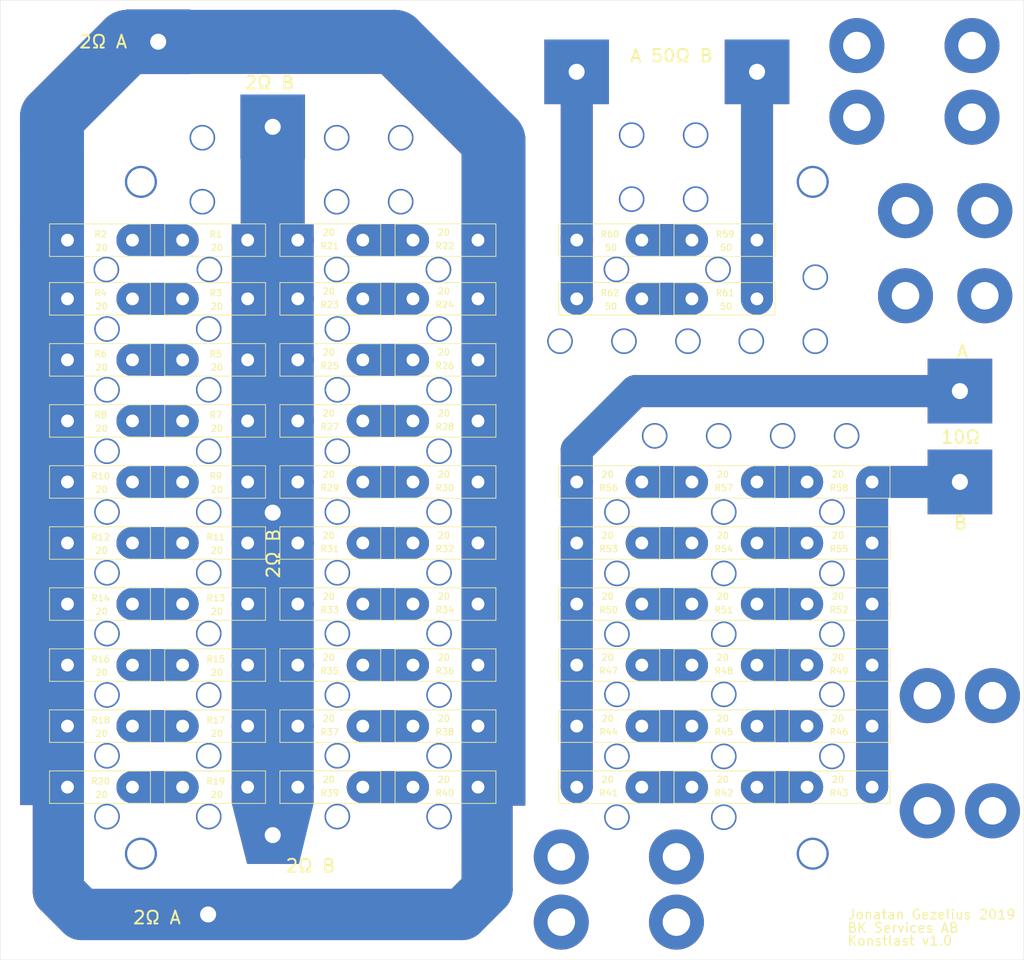
<source format=kicad_pcb>
(kicad_pcb (version 20171130) (host pcbnew "(5.1.0)-1")

  (general
    (thickness 1.6)
    (drawings 16)
    (tracks 123)
    (zones 0)
    (modules 167)
    (nets 41)
  )

  (page User 189.992 210.007)
  (title_block
    (title "Power load")
    (date 2019-05-23)
    (rev 1.0)
    (company "BK Development")
    (comment 1 "Jonatan Gezelius 2019")
  )

  (layers
    (0 F.Cu signal)
    (31 B.Cu signal)
    (32 B.Adhes user)
    (33 F.Adhes user)
    (34 B.Paste user)
    (35 F.Paste user)
    (36 B.SilkS user)
    (37 F.SilkS user)
    (38 B.Mask user)
    (39 F.Mask user)
    (40 Dwgs.User user)
    (41 Cmts.User user)
    (42 Eco1.User user)
    (43 Eco2.User user)
    (44 Edge.Cuts user)
    (45 Margin user)
    (46 B.CrtYd user)
    (47 F.CrtYd user)
    (48 B.Fab user hide)
    (49 F.Fab user hide)
  )

  (setup
    (last_trace_width 0.25)
    (user_trace_width 5)
    (user_trace_width 8)
    (user_trace_width 10)
    (trace_clearance 0.2)
    (zone_clearance 0.5)
    (zone_45_only no)
    (trace_min 0.2)
    (via_size 0.8)
    (via_drill 0.4)
    (via_min_size 0.4)
    (via_min_drill 0.3)
    (uvia_size 0.3)
    (uvia_drill 0.1)
    (uvias_allowed no)
    (uvia_min_size 0.2)
    (uvia_min_drill 0.1)
    (edge_width 0.05)
    (segment_width 0.2)
    (pcb_text_width 0.3)
    (pcb_text_size 1.5 1.5)
    (mod_edge_width 0.12)
    (mod_text_size 1 1)
    (mod_text_width 0.15)
    (pad_size 1.524 1.524)
    (pad_drill 0.762)
    (pad_to_mask_clearance 0.051)
    (solder_mask_min_width 0.25)
    (aux_axis_origin 0 0)
    (visible_elements 7FFFFFFF)
    (pcbplotparams
      (layerselection 0x010f0_ffffffff)
      (usegerberextensions false)
      (usegerberattributes false)
      (usegerberadvancedattributes false)
      (creategerberjobfile false)
      (excludeedgelayer false)
      (linewidth 0.100000)
      (plotframeref false)
      (viasonmask false)
      (mode 1)
      (useauxorigin false)
      (hpglpennumber 1)
      (hpglpenspeed 20)
      (hpglpendiameter 15.000000)
      (psnegative false)
      (psa4output false)
      (plotreference true)
      (plotvalue true)
      (plotinvisibletext false)
      (padsonsilk false)
      (subtractmaskfromsilk false)
      (outputformat 1)
      (mirror false)
      (drillshape 0)
      (scaleselection 1)
      (outputdirectory "plot/"))
  )

  (net 0 "")
  (net 1 "Net-(R1-Pad2)")
  (net 2 "Net-(R3-Pad2)")
  (net 3 "Net-(R5-Pad2)")
  (net 4 "Net-(R7-Pad2)")
  (net 5 "Net-(R10-Pad1)")
  (net 6 "Net-(R11-Pad2)")
  (net 7 "Net-(R13-Pad2)")
  (net 8 "Net-(R15-Pad2)")
  (net 9 "Net-(R17-Pad2)")
  (net 10 "Net-(R19-Pad2)")
  (net 11 "Net-(R21-Pad2)")
  (net 12 "Net-(R23-Pad2)")
  (net 13 "Net-(R25-Pad2)")
  (net 14 "Net-(R27-Pad2)")
  (net 15 "Net-(R29-Pad2)")
  (net 16 "Net-(R31-Pad2)")
  (net 17 "Net-(R33-Pad2)")
  (net 18 "Net-(R35-Pad2)")
  (net 19 "Net-(R37-Pad2)")
  (net 20 "Net-(R39-Pad2)")
  (net 21 "Net-(J3-Pad1)")
  (net 22 "Net-(J4-Pad1)")
  (net 23 "Net-(J5-Pad1)")
  (net 24 "Net-(J6-Pad1)")
  (net 25 "Net-(R41-Pad2)")
  (net 26 "Net-(R42-Pad2)")
  (net 27 "Net-(R44-Pad2)")
  (net 28 "Net-(R45-Pad2)")
  (net 29 "Net-(R47-Pad2)")
  (net 30 "Net-(R48-Pad2)")
  (net 31 "Net-(R50-Pad2)")
  (net 32 "Net-(R51-Pad2)")
  (net 33 "Net-(R53-Pad2)")
  (net 34 "Net-(R54-Pad2)")
  (net 35 "Net-(R56-Pad2)")
  (net 36 "Net-(R57-Pad2)")
  (net 37 "Net-(R59-Pad2)")
  (net 38 "Net-(R61-Pad2)")
  (net 39 /2ohmA)
  (net 40 /2ohmB)

  (net_class Default "This is the default net class."
    (clearance 0.2)
    (trace_width 0.25)
    (via_dia 0.8)
    (via_drill 0.4)
    (uvia_dia 0.3)
    (uvia_drill 0.1)
  )

  (net_class 2Ohm ""
    (clearance 1.5)
    (trace_width 8)
    (via_dia 0.8)
    (via_drill 0.4)
    (uvia_dia 0.3)
    (uvia_drill 0.1)
    (add_net /2ohmA)
    (add_net /2ohmB)
  )

  (net_class Power ""
    (clearance 1.5)
    (trace_width 5)
    (via_dia 0.8)
    (via_drill 0.4)
    (uvia_dia 0.3)
    (uvia_drill 0.1)
    (add_net "Net-(J3-Pad1)")
    (add_net "Net-(J4-Pad1)")
    (add_net "Net-(J5-Pad1)")
    (add_net "Net-(J6-Pad1)")
    (add_net "Net-(R1-Pad2)")
    (add_net "Net-(R10-Pad1)")
    (add_net "Net-(R11-Pad2)")
    (add_net "Net-(R13-Pad2)")
    (add_net "Net-(R15-Pad2)")
    (add_net "Net-(R17-Pad2)")
    (add_net "Net-(R19-Pad2)")
    (add_net "Net-(R21-Pad2)")
    (add_net "Net-(R23-Pad2)")
    (add_net "Net-(R25-Pad2)")
    (add_net "Net-(R27-Pad2)")
    (add_net "Net-(R29-Pad2)")
    (add_net "Net-(R3-Pad2)")
    (add_net "Net-(R31-Pad2)")
    (add_net "Net-(R33-Pad2)")
    (add_net "Net-(R35-Pad2)")
    (add_net "Net-(R37-Pad2)")
    (add_net "Net-(R39-Pad2)")
    (add_net "Net-(R41-Pad2)")
    (add_net "Net-(R42-Pad2)")
    (add_net "Net-(R44-Pad2)")
    (add_net "Net-(R45-Pad2)")
    (add_net "Net-(R47-Pad2)")
    (add_net "Net-(R48-Pad2)")
    (add_net "Net-(R5-Pad2)")
    (add_net "Net-(R50-Pad2)")
    (add_net "Net-(R51-Pad2)")
    (add_net "Net-(R53-Pad2)")
    (add_net "Net-(R54-Pad2)")
    (add_net "Net-(R56-Pad2)")
    (add_net "Net-(R57-Pad2)")
    (add_net "Net-(R59-Pad2)")
    (add_net "Net-(R61-Pad2)")
    (add_net "Net-(R7-Pad2)")
  )

  (module MountingHole:MountingHole_4.3mm_M4_Pad (layer F.Cu) (tedit 56D1B4CB) (tstamp 5CE7181C)
    (at 120.1 147.8 180)
    (descr "Mounting Hole 4.3mm, M4")
    (tags "mounting hole 4.3mm m4")
    (attr virtual)
    (fp_text reference REF** (at 0 -5.3 180) (layer F.SilkS) hide
      (effects (font (size 1 1) (thickness 0.15)))
    )
    (fp_text value MountingHole_4.3mm_M4_Pad (at 0 5.3 180) (layer F.Fab)
      (effects (font (size 1 1) (thickness 0.15)))
    )
    (fp_text user %R (at 0.3 0 180) (layer F.Fab)
      (effects (font (size 1 1) (thickness 0.15)))
    )
    (fp_circle (center 0 0) (end 4.3 0) (layer Cmts.User) (width 0.15))
    (fp_circle (center 0 0) (end 4.55 0) (layer F.CrtYd) (width 0.05))
    (pad 1 thru_hole circle (at 0 0 180) (size 8.6 8.6) (drill 4.3) (layers *.Cu *.Mask))
  )

  (module MountingHole:MountingHole_4.3mm_M4_Pad (layer F.Cu) (tedit 56D1B4CB) (tstamp 5CE71815)
    (at 102.1 147.8 180)
    (descr "Mounting Hole 4.3mm, M4")
    (tags "mounting hole 4.3mm m4")
    (attr virtual)
    (fp_text reference REF** (at 0 -5.3 180) (layer F.SilkS) hide
      (effects (font (size 1 1) (thickness 0.15)))
    )
    (fp_text value MountingHole_4.3mm_M4_Pad (at 0 5.3 180) (layer F.Fab)
      (effects (font (size 1 1) (thickness 0.15)))
    )
    (fp_text user %R (at 0.3 0 180) (layer F.Fab)
      (effects (font (size 1 1) (thickness 0.15)))
    )
    (fp_circle (center 0 0) (end 4.3 0) (layer Cmts.User) (width 0.15))
    (fp_circle (center 0 0) (end 4.55 0) (layer F.CrtYd) (width 0.05))
    (pad 1 thru_hole circle (at 0 0 180) (size 8.6 8.6) (drill 4.3) (layers *.Cu *.Mask))
  )

  (module MountingHole:MountingHole_4.3mm_M4_Pad (layer F.Cu) (tedit 56D1B4CB) (tstamp 5CE7180E)
    (at 120.1 158 180)
    (descr "Mounting Hole 4.3mm, M4")
    (tags "mounting hole 4.3mm m4")
    (attr virtual)
    (fp_text reference REF** (at 0 -5.3 180) (layer F.SilkS) hide
      (effects (font (size 1 1) (thickness 0.15)))
    )
    (fp_text value MountingHole_4.3mm_M4_Pad (at 0 5.3 180) (layer F.Fab)
      (effects (font (size 1 1) (thickness 0.15)))
    )
    (fp_text user %R (at 0.3 0 180) (layer F.Fab)
      (effects (font (size 1 1) (thickness 0.15)))
    )
    (fp_circle (center 0 0) (end 4.3 0) (layer Cmts.User) (width 0.15))
    (fp_circle (center 0 0) (end 4.55 0) (layer F.CrtYd) (width 0.05))
    (pad 1 thru_hole circle (at 0 0 180) (size 8.6 8.6) (drill 4.3) (layers *.Cu *.Mask))
  )

  (module MountingHole:MountingHole_4.3mm_M4_Pad (layer F.Cu) (tedit 56D1B4CB) (tstamp 5CE71807)
    (at 102.1 158 180)
    (descr "Mounting Hole 4.3mm, M4")
    (tags "mounting hole 4.3mm m4")
    (attr virtual)
    (fp_text reference REF** (at 0 -5.3 180) (layer F.SilkS) hide
      (effects (font (size 1 1) (thickness 0.15)))
    )
    (fp_text value MountingHole_4.3mm_M4_Pad (at 0 5.3 180) (layer F.Fab)
      (effects (font (size 1 1) (thickness 0.15)))
    )
    (fp_circle (center 0 0) (end 4.55 0) (layer F.CrtYd) (width 0.05))
    (fp_circle (center 0 0) (end 4.3 0) (layer Cmts.User) (width 0.15))
    (fp_text user %R (at 0.3 0 180) (layer F.Fab)
      (effects (font (size 1 1) (thickness 0.15)))
    )
    (pad 1 thru_hole circle (at 0 0 180) (size 8.6 8.6) (drill 4.3) (layers *.Cu *.Mask))
  )

  (module custom_footprint:MountingHole_2.5mm_Pad_nocrtyd (layer F.Cu) (tedit 5CE67F80) (tstamp 5CE71170)
    (at 46.9 156.8)
    (descr "Mounting Hole 2.5mm")
    (tags "mounting hole 2.5mm")
    (path /5CE8328D)
    (attr virtual)
    (fp_text reference J8 (at 0 -3.5) (layer F.SilkS) hide
      (effects (font (size 1 1) (thickness 0.15)))
    )
    (fp_text value Conn_01x01_Female (at 0 3.5) (layer F.Fab)
      (effects (font (size 1 1) (thickness 0.15)))
    )
    (fp_circle (center 0 0) (end 2.5 0) (layer Cmts.User) (width 0.15))
    (fp_text user %R (at 0.3 0) (layer F.Fab)
      (effects (font (size 1 1) (thickness 0.15)))
    )
    (pad 1 thru_hole circle (at 0 0) (size 5 5) (drill 2.5) (layers *.Cu *.Mask)
      (net 40 /2ohmB))
  )

  (module custom_footprint:MountingHole_2.5mm_Pad_nocrtyd (layer F.Cu) (tedit 5CE67F80) (tstamp 5CE7040B)
    (at 57 144.4)
    (descr "Mounting Hole 2.5mm")
    (tags "mounting hole 2.5mm")
    (path /5CE7AAE3)
    (attr virtual)
    (fp_text reference J9 (at 0 -3.5) (layer F.SilkS) hide
      (effects (font (size 1 1) (thickness 0.15)))
    )
    (fp_text value Conn_01x01_Female (at 0 3.5) (layer F.Fab)
      (effects (font (size 1 1) (thickness 0.15)))
    )
    (fp_circle (center 0 0) (end 2.5 0) (layer Cmts.User) (width 0.15))
    (fp_text user %R (at 0.3 0) (layer F.Fab)
      (effects (font (size 1 1) (thickness 0.15)))
    )
    (pad 1 thru_hole circle (at 0 0) (size 5 5) (drill 2.5) (layers *.Cu *.Mask)
      (net 39 /2ohmA))
  )

  (module custom_footprint:MountingHole_2.5mm_Pad_nocrtyd (layer F.Cu) (tedit 5CE67F80) (tstamp 5CE6847D)
    (at 57 94)
    (descr "Mounting Hole 2.5mm")
    (tags "mounting hole 2.5mm")
    (path /5CE6E742)
    (attr virtual)
    (fp_text reference J7 (at 0 -3.5) (layer F.SilkS) hide
      (effects (font (size 1 1) (thickness 0.15)))
    )
    (fp_text value Conn_01x01_Female (at 0 3.5) (layer F.Fab)
      (effects (font (size 1 1) (thickness 0.15)))
    )
    (fp_circle (center 0 0) (end 2.5 0) (layer Cmts.User) (width 0.15))
    (fp_text user %R (at 0.3 0) (layer F.Fab)
      (effects (font (size 1 1) (thickness 0.15)))
    )
    (pad 1 thru_hole circle (at 0 0) (size 5 5) (drill 2.5) (layers *.Cu *.Mask)
      (net 39 /2ohmA))
  )

  (module custom_footprint:Fan_120mm (layer F.Cu) (tedit 5CE55560) (tstamp 5CE5DC51)
    (at 88.9 94.8)
    (fp_text reference REF** (at 0 0.5) (layer F.SilkS) hide
      (effects (font (size 1 1) (thickness 0.15)))
    )
    (fp_text value Fan_120mm (at 0 -0.5) (layer F.Fab)
      (effects (font (size 1 1) (thickness 0.15)))
    )
    (fp_circle (center 52.5 -52.5) (end 57.5 -52.5) (layer F.CrtYd) (width 0.12))
    (fp_circle (center 52.5 52.5) (end 57.5 52.5) (layer F.CrtYd) (width 0.12))
    (fp_circle (center -52.5 52.5) (end -47.5 52.5) (layer F.CrtYd) (width 0.12))
    (fp_circle (center -52.5 -52.5) (end -47.5 -52.5) (layer F.CrtYd) (width 0.12))
    (fp_line (start -60 60) (end -60 -60) (layer F.Fab) (width 0.12))
    (fp_line (start 60 60) (end -60 60) (layer F.Fab) (width 0.12))
    (fp_line (start 60 -60) (end 60 60) (layer F.Fab) (width 0.12))
    (fp_line (start -60 -60) (end 60 -60) (layer F.Fab) (width 0.12))
    (pad 1 thru_hole circle (at 52.5 -52.5 270) (size 5 5) (drill 4.3) (layers *.Cu *.Mask))
    (pad 1 thru_hole circle (at 52.5 52.5 180) (size 5 5) (drill 4.3) (layers *.Cu *.Mask))
    (pad 1 thru_hole circle (at -52.5 52.5 90) (size 5 5) (drill 4.3) (layers *.Cu *.Mask))
    (pad 1 thru_hole circle (at -52.5 -52.5) (size 5 5) (drill 4.3) (layers *.Cu *.Mask))
  )

  (module MountingHole:MountingHole_4.3mm_M4_Pad (layer F.Cu) (tedit 56D1B4CB) (tstamp 5CE67061)
    (at 159.3 122.6 90)
    (descr "Mounting Hole 4.3mm, M4")
    (tags "mounting hole 4.3mm m4")
    (attr virtual)
    (fp_text reference REF** (at 0 -5.3 90) (layer F.SilkS) hide
      (effects (font (size 1 1) (thickness 0.15)))
    )
    (fp_text value MountingHole_4.3mm_M4_Pad (at 0 5.3 90) (layer F.Fab)
      (effects (font (size 1 1) (thickness 0.15)))
    )
    (fp_text user %R (at 0.3 0 90) (layer F.Fab)
      (effects (font (size 1 1) (thickness 0.15)))
    )
    (fp_circle (center 0 0) (end 4.3 0) (layer Cmts.User) (width 0.15))
    (fp_circle (center 0 0) (end 4.55 0) (layer F.CrtYd) (width 0.05))
    (pad 1 thru_hole circle (at 0 0 90) (size 8.6 8.6) (drill 4.3) (layers *.Cu *.Mask))
  )

  (module MountingHole:MountingHole_4.3mm_M4_Pad (layer F.Cu) (tedit 56D1B4CB) (tstamp 5CE6705A)
    (at 159.3 140.6 90)
    (descr "Mounting Hole 4.3mm, M4")
    (tags "mounting hole 4.3mm m4")
    (attr virtual)
    (fp_text reference REF** (at 0 -5.3 90) (layer F.SilkS) hide
      (effects (font (size 1 1) (thickness 0.15)))
    )
    (fp_text value MountingHole_4.3mm_M4_Pad (at 0 5.3 90) (layer F.Fab)
      (effects (font (size 1 1) (thickness 0.15)))
    )
    (fp_circle (center 0 0) (end 4.55 0) (layer F.CrtYd) (width 0.05))
    (fp_circle (center 0 0) (end 4.3 0) (layer Cmts.User) (width 0.15))
    (fp_text user %R (at 0.3 0 90) (layer F.Fab)
      (effects (font (size 1 1) (thickness 0.15)))
    )
    (pad 1 thru_hole circle (at 0 0 90) (size 8.6 8.6) (drill 4.3) (layers *.Cu *.Mask))
  )

  (module MountingHole:MountingHole_4.3mm_M4_Pad (layer F.Cu) (tedit 56D1B4CB) (tstamp 5CE67053)
    (at 169.5 122.6 90)
    (descr "Mounting Hole 4.3mm, M4")
    (tags "mounting hole 4.3mm m4")
    (attr virtual)
    (fp_text reference REF** (at 0 -5.3 90) (layer F.SilkS) hide
      (effects (font (size 1 1) (thickness 0.15)))
    )
    (fp_text value MountingHole_4.3mm_M4_Pad (at 0 5.3 90) (layer F.Fab)
      (effects (font (size 1 1) (thickness 0.15)))
    )
    (fp_circle (center 0 0) (end 4.55 0) (layer F.CrtYd) (width 0.05))
    (fp_circle (center 0 0) (end 4.3 0) (layer Cmts.User) (width 0.15))
    (fp_text user %R (at 0.3 0 90) (layer F.Fab)
      (effects (font (size 1 1) (thickness 0.15)))
    )
    (pad 1 thru_hole circle (at 0 0 90) (size 8.6 8.6) (drill 4.3) (layers *.Cu *.Mask))
  )

  (module MountingHole:MountingHole_4.3mm_M4_Pad (layer F.Cu) (tedit 56D1B4CB) (tstamp 5CE6704C)
    (at 169.5 140.6 90)
    (descr "Mounting Hole 4.3mm, M4")
    (tags "mounting hole 4.3mm m4")
    (attr virtual)
    (fp_text reference REF** (at 0 -5.3 90) (layer F.SilkS) hide
      (effects (font (size 1 1) (thickness 0.15)))
    )
    (fp_text value MountingHole_4.3mm_M4_Pad (at 0 5.3 90) (layer F.Fab)
      (effects (font (size 1 1) (thickness 0.15)))
    )
    (fp_circle (center 0 0) (end 4.55 0) (layer F.CrtYd) (width 0.05))
    (fp_circle (center 0 0) (end 4.3 0) (layer Cmts.User) (width 0.15))
    (fp_text user %R (at 0.3 0 90) (layer F.Fab)
      (effects (font (size 1 1) (thickness 0.15)))
    )
    (pad 1 thru_hole circle (at 0 0 90) (size 8.6 8.6) (drill 4.3) (layers *.Cu *.Mask))
  )

  (module MountingHole:MountingHole_4.3mm_M4_Pad (layer F.Cu) (tedit 56D1B4CB) (tstamp 5CE66FBA)
    (at 155.9 60.1)
    (descr "Mounting Hole 4.3mm, M4")
    (tags "mounting hole 4.3mm m4")
    (attr virtual)
    (fp_text reference REF** (at 0 -5.3) (layer F.SilkS) hide
      (effects (font (size 1 1) (thickness 0.15)))
    )
    (fp_text value MountingHole_4.3mm_M4_Pad (at 0 5.3) (layer F.Fab)
      (effects (font (size 1 1) (thickness 0.15)))
    )
    (fp_circle (center 0 0) (end 4.55 0) (layer F.CrtYd) (width 0.05))
    (fp_circle (center 0 0) (end 4.3 0) (layer Cmts.User) (width 0.15))
    (fp_text user %R (at 0.3 0) (layer F.Fab)
      (effects (font (size 1 1) (thickness 0.15)))
    )
    (pad 1 thru_hole circle (at 0 0) (size 8.6 8.6) (drill 4.3) (layers *.Cu *.Mask))
  )

  (module MountingHole:MountingHole_4.3mm_M4_Pad (layer F.Cu) (tedit 56D1B4CB) (tstamp 5CE66FB3)
    (at 168.3 60.1)
    (descr "Mounting Hole 4.3mm, M4")
    (tags "mounting hole 4.3mm m4")
    (attr virtual)
    (fp_text reference REF** (at 0 -5.3) (layer F.SilkS) hide
      (effects (font (size 1 1) (thickness 0.15)))
    )
    (fp_text value MountingHole_4.3mm_M4_Pad (at 0 5.3) (layer F.Fab)
      (effects (font (size 1 1) (thickness 0.15)))
    )
    (fp_circle (center 0 0) (end 4.55 0) (layer F.CrtYd) (width 0.05))
    (fp_circle (center 0 0) (end 4.3 0) (layer Cmts.User) (width 0.15))
    (fp_text user %R (at 0.3 0) (layer F.Fab)
      (effects (font (size 1 1) (thickness 0.15)))
    )
    (pad 1 thru_hole circle (at 0 0) (size 8.6 8.6) (drill 4.3) (layers *.Cu *.Mask))
  )

  (module MountingHole:MountingHole_4.3mm_M4_Pad (layer F.Cu) (tedit 56D1B4CB) (tstamp 5CE66F63)
    (at 155.9 46.8)
    (descr "Mounting Hole 4.3mm, M4")
    (tags "mounting hole 4.3mm m4")
    (attr virtual)
    (fp_text reference REF** (at 0 -5.3) (layer F.SilkS) hide
      (effects (font (size 1 1) (thickness 0.15)))
    )
    (fp_text value MountingHole_4.3mm_M4_Pad (at 0 5.3) (layer F.Fab)
      (effects (font (size 1 1) (thickness 0.15)))
    )
    (fp_text user %R (at 0.3 0) (layer F.Fab)
      (effects (font (size 1 1) (thickness 0.15)))
    )
    (fp_circle (center 0 0) (end 4.3 0) (layer Cmts.User) (width 0.15))
    (fp_circle (center 0 0) (end 4.55 0) (layer F.CrtYd) (width 0.05))
    (pad 1 thru_hole circle (at 0 0) (size 8.6 8.6) (drill 4.3) (layers *.Cu *.Mask))
  )

  (module MountingHole:MountingHole_4.3mm_M4_Pad (layer F.Cu) (tedit 56D1B4CB) (tstamp 5CE66F63)
    (at 168.3 46.8)
    (descr "Mounting Hole 4.3mm, M4")
    (tags "mounting hole 4.3mm m4")
    (attr virtual)
    (fp_text reference REF** (at 0 -5.3) (layer F.SilkS) hide
      (effects (font (size 1 1) (thickness 0.15)))
    )
    (fp_text value MountingHole_4.3mm_M4_Pad (at 0 5.3) (layer F.Fab)
      (effects (font (size 1 1) (thickness 0.15)))
    )
    (fp_text user %R (at 0.3 0) (layer F.Fab)
      (effects (font (size 1 1) (thickness 0.15)))
    )
    (fp_circle (center 0 0) (end 4.3 0) (layer Cmts.User) (width 0.15))
    (fp_circle (center 0 0) (end 4.55 0) (layer F.CrtYd) (width 0.05))
    (pad 1 thru_hole circle (at 0 0) (size 8.6 8.6) (drill 4.3) (layers *.Cu *.Mask))
  )

  (module MountingHole:MountingHole_4.3mm_M4_Pad (layer F.Cu) (tedit 56D1B4CB) (tstamp 5CE66F63)
    (at 148.3 21)
    (descr "Mounting Hole 4.3mm, M4")
    (tags "mounting hole 4.3mm m4")
    (attr virtual)
    (fp_text reference REF** (at 0 -5.3) (layer F.SilkS) hide
      (effects (font (size 1 1) (thickness 0.15)))
    )
    (fp_text value MountingHole_4.3mm_M4_Pad (at 0 5.3) (layer F.Fab)
      (effects (font (size 1 1) (thickness 0.15)))
    )
    (fp_text user %R (at 0.3 0) (layer F.Fab)
      (effects (font (size 1 1) (thickness 0.15)))
    )
    (fp_circle (center 0 0) (end 4.3 0) (layer Cmts.User) (width 0.15))
    (fp_circle (center 0 0) (end 4.55 0) (layer F.CrtYd) (width 0.05))
    (pad 1 thru_hole circle (at 0 0) (size 8.6 8.6) (drill 4.3) (layers *.Cu *.Mask))
  )

  (module MountingHole:MountingHole_4.3mm_M4_Pad (layer F.Cu) (tedit 56D1B4CB) (tstamp 5CE66F63)
    (at 148.3 32.2)
    (descr "Mounting Hole 4.3mm, M4")
    (tags "mounting hole 4.3mm m4")
    (attr virtual)
    (fp_text reference REF** (at 0 -5.3) (layer F.SilkS) hide
      (effects (font (size 1 1) (thickness 0.15)))
    )
    (fp_text value MountingHole_4.3mm_M4_Pad (at 0 5.3) (layer F.Fab)
      (effects (font (size 1 1) (thickness 0.15)))
    )
    (fp_text user %R (at 0.3 0) (layer F.Fab)
      (effects (font (size 1 1) (thickness 0.15)))
    )
    (fp_circle (center 0 0) (end 4.3 0) (layer Cmts.User) (width 0.15))
    (fp_circle (center 0 0) (end 4.55 0) (layer F.CrtYd) (width 0.05))
    (pad 1 thru_hole circle (at 0 0) (size 8.6 8.6) (drill 4.3) (layers *.Cu *.Mask))
  )

  (module MountingHole:MountingHole_4.3mm_M4_Pad (layer F.Cu) (tedit 56D1B4CB) (tstamp 5CE66F63)
    (at 166.3 32.2)
    (descr "Mounting Hole 4.3mm, M4")
    (tags "mounting hole 4.3mm m4")
    (attr virtual)
    (fp_text reference REF** (at 0 -5.3) (layer F.SilkS) hide
      (effects (font (size 1 1) (thickness 0.15)))
    )
    (fp_text value MountingHole_4.3mm_M4_Pad (at 0 5.3) (layer F.Fab)
      (effects (font (size 1 1) (thickness 0.15)))
    )
    (fp_text user %R (at 0.3 0) (layer F.Fab)
      (effects (font (size 1 1) (thickness 0.15)))
    )
    (fp_circle (center 0 0) (end 4.3 0) (layer Cmts.User) (width 0.15))
    (fp_circle (center 0 0) (end 4.55 0) (layer F.CrtYd) (width 0.05))
    (pad 1 thru_hole circle (at 0 0) (size 8.6 8.6) (drill 4.3) (layers *.Cu *.Mask))
  )

  (module MountingHole:MountingHole_4.3mm_M4_Pad (layer F.Cu) (tedit 56D1B4CB) (tstamp 5CE66F31)
    (at 166.3 21)
    (descr "Mounting Hole 4.3mm, M4")
    (tags "mounting hole 4.3mm m4")
    (attr virtual)
    (fp_text reference REF** (at 0 -5.3) (layer F.SilkS) hide
      (effects (font (size 1 1) (thickness 0.15)))
    )
    (fp_text value MountingHole_4.3mm_M4_Pad (at 0 5.3) (layer F.Fab)
      (effects (font (size 1 1) (thickness 0.15)))
    )
    (fp_circle (center 0 0) (end 4.55 0) (layer F.CrtYd) (width 0.05))
    (fp_circle (center 0 0) (end 4.3 0) (layer Cmts.User) (width 0.15))
    (fp_text user %R (at 0.3 0) (layer F.Fab)
      (effects (font (size 1 1) (thickness 0.15)))
    )
    (pad 1 thru_hole circle (at 0 0) (size 8.6 8.6) (drill 4.3) (layers *.Cu *.Mask))
  )

  (module custom_footprint:cable_solder_2.5mm^2 (layer F.Cu) (tedit 5CE54BB2) (tstamp 5CE602B5)
    (at 104.5 25.1 270)
    (path /5CDC1336)
    (fp_text reference J6 (at 0 -4 270) (layer F.SilkS) hide
      (effects (font (size 1 1) (thickness 0.15)))
    )
    (fp_text value Conn_01x01_Female (at 0.25 4 270) (layer F.Fab)
      (effects (font (size 1 1) (thickness 0.15)))
    )
    (fp_poly (pts (xy -5 -5) (xy 5 -5) (xy 5 5) (xy -5 5)) (layer B.Cu) (width 0.1))
    (fp_poly (pts (xy -5 -5) (xy 5 -5) (xy 5 5) (xy -5 5)) (layer F.Cu) (width 0.1))
    (pad 1 thru_hole circle (at 0 0 90) (size 6 6) (drill 2.5) (layers *.Cu *.Mask)
      (net 24 "Net-(J6-Pad1)"))
  )

  (module custom_footprint:cable_solder_2.5mm^2 (layer F.Cu) (tedit 5CE54BB2) (tstamp 5CE60210)
    (at 132.7 25.1 270)
    (path /5CDC0510)
    (fp_text reference J5 (at 0 -4 270) (layer F.SilkS) hide
      (effects (font (size 1 1) (thickness 0.15)))
    )
    (fp_text value Conn_01x01_Female (at 0.25 4 270) (layer F.Fab)
      (effects (font (size 1 1) (thickness 0.15)))
    )
    (fp_poly (pts (xy -5 -5) (xy 5 -5) (xy 5 5) (xy -5 5)) (layer B.Cu) (width 0.1))
    (fp_poly (pts (xy -5 -5) (xy 5 -5) (xy 5 5) (xy -5 5)) (layer F.Cu) (width 0.1))
    (pad 1 thru_hole circle (at 0 0 90) (size 6 6) (drill 2.5) (layers *.Cu *.Mask)
      (net 23 "Net-(J5-Pad1)"))
  )

  (module custom_footprint:cable_solder_2.5mm^2 (layer F.Cu) (tedit 5CE54BB2) (tstamp 5CD9EEC4)
    (at 164.4 89.2 180)
    (path /5CDC1A5E)
    (fp_text reference J4 (at 0 -4 180) (layer F.SilkS) hide
      (effects (font (size 1 1) (thickness 0.15)))
    )
    (fp_text value Conn_01x01_Female (at 0.25 4 180) (layer F.Fab)
      (effects (font (size 1 1) (thickness 0.15)))
    )
    (fp_poly (pts (xy -5 -5) (xy 5 -5) (xy 5 5) (xy -5 5)) (layer B.Cu) (width 0.1))
    (fp_poly (pts (xy -5 -5) (xy 5 -5) (xy 5 5) (xy -5 5)) (layer F.Cu) (width 0.1))
    (pad 1 thru_hole circle (at 0 0) (size 6 6) (drill 2.5) (layers *.Cu *.Mask)
      (net 22 "Net-(J4-Pad1)"))
  )

  (module custom_footprint:cable_solder_2.5mm^2 (layer F.Cu) (tedit 5CE54BB2) (tstamp 5CE60332)
    (at 164.4 75)
    (path /5CDC144C)
    (fp_text reference J3 (at 0 -4) (layer F.SilkS) hide
      (effects (font (size 1 1) (thickness 0.15)))
    )
    (fp_text value Conn_01x01_Female (at 0.25 4) (layer F.Fab)
      (effects (font (size 1 1) (thickness 0.15)))
    )
    (fp_poly (pts (xy -5 -5) (xy 5 -5) (xy 5 5) (xy -5 5)) (layer B.Cu) (width 0.1))
    (fp_poly (pts (xy -5 -5) (xy 5 -5) (xy 5 5) (xy -5 5)) (layer F.Cu) (width 0.1))
    (pad 1 thru_hole circle (at 0 0 180) (size 6 6) (drill 2.5) (layers *.Cu *.Mask)
      (net 21 "Net-(J3-Pad1)"))
  )

  (module custom_footprint:cable_solder_2.5mm^2 (layer F.Cu) (tedit 5CE54BB2) (tstamp 5CE646CB)
    (at 39.1 20.4)
    (path /5CD6A227)
    (fp_text reference J2 (at 0 -4) (layer F.SilkS) hide
      (effects (font (size 1 1) (thickness 0.15)))
    )
    (fp_text value Conn_01x01_Female (at 0.25 4) (layer F.Fab)
      (effects (font (size 1 1) (thickness 0.15)))
    )
    (fp_poly (pts (xy -5 -5) (xy 5 -5) (xy 5 5) (xy -5 5)) (layer B.Cu) (width 0.1))
    (fp_poly (pts (xy -5 -5) (xy 5 -5) (xy 5 5) (xy -5 5)) (layer F.Cu) (width 0.1))
    (pad 1 thru_hole circle (at 0 0 180) (size 6 6) (drill 2.5) (layers *.Cu *.Mask)
      (net 40 /2ohmB))
  )

  (module custom_footprint:cable_solder_2.5mm^2 (layer F.Cu) (tedit 5CE54BB2) (tstamp 5CE5EC08)
    (at 57 33.7)
    (path /5CD692B4)
    (fp_text reference J1 (at 0 -4) (layer F.SilkS) hide
      (effects (font (size 1 1) (thickness 0.15)))
    )
    (fp_text value Conn_01x01_Female (at 0.25 4) (layer F.Fab)
      (effects (font (size 1 1) (thickness 0.15)))
    )
    (fp_poly (pts (xy -5 -5) (xy 5 -5) (xy 5 5) (xy -5 5)) (layer B.Cu) (width 0.1))
    (fp_poly (pts (xy -5 -5) (xy 5 -5) (xy 5 5) (xy -5 5)) (layer F.Cu) (width 0.1))
    (pad 1 thru_hole circle (at 0 0 180) (size 6 6) (drill 2.5) (layers *.Cu *.Mask)
      (net 39 /2ohmA))
  )

  (module custom_footprint:VentilationHole_3.5mm (layer F.Cu) (tedit 5CE54AE2) (tstamp 5CE63873)
    (at 146.7 82)
    (descr "Mounting Hole 3.5mm, no annular")
    (tags "mounting hole 3.5mm no annular")
    (attr virtual)
    (fp_text reference REF** (at 0 -4.5) (layer F.SilkS) hide
      (effects (font (size 1 1) (thickness 0.15)))
    )
    (fp_text value VentilationHole_3.5mm (at 0 4.5) (layer F.Fab)
      (effects (font (size 1 1) (thickness 0.15)))
    )
    (fp_circle (center 0 0) (end 1.8 0) (layer F.CrtYd) (width 0.05))
    (fp_circle (center 0 0) (end 2 0) (layer Cmts.User) (width 0.15))
    (fp_text user %R (at 0.3 0) (layer F.Fab)
      (effects (font (size 1 1) (thickness 0.15)))
    )
    (pad 1 thru_hole circle (at 0 0) (size 4 4) (drill 3.5) (layers *.Cu *.Mask))
  )

  (module custom_footprint:VentilationHole_3.5mm (layer F.Cu) (tedit 5CE54AE2) (tstamp 5CE60D4F)
    (at 123.1 35)
    (descr "Mounting Hole 3.5mm, no annular")
    (tags "mounting hole 3.5mm no annular")
    (attr virtual)
    (fp_text reference REF** (at 0 -4.5) (layer F.SilkS) hide
      (effects (font (size 1 1) (thickness 0.15)))
    )
    (fp_text value VentilationHole_3.5mm (at 0 4.5) (layer F.Fab)
      (effects (font (size 1 1) (thickness 0.15)))
    )
    (fp_circle (center 0 0) (end 1.8 0) (layer F.CrtYd) (width 0.05))
    (fp_circle (center 0 0) (end 2 0) (layer Cmts.User) (width 0.15))
    (fp_text user %R (at 0.3 0) (layer F.Fab)
      (effects (font (size 1 1) (thickness 0.15)))
    )
    (pad 1 thru_hole circle (at 0 0) (size 4 4) (drill 3.5) (layers *.Cu *.Mask))
  )

  (module custom_footprint:VentilationHole_3.5mm (layer F.Cu) (tedit 5CE54AE2) (tstamp 5CE60D48)
    (at 113.1 35)
    (descr "Mounting Hole 3.5mm, no annular")
    (tags "mounting hole 3.5mm no annular")
    (attr virtual)
    (fp_text reference REF** (at 0 -4.5) (layer F.SilkS) hide
      (effects (font (size 1 1) (thickness 0.15)))
    )
    (fp_text value VentilationHole_3.5mm (at 0 4.5) (layer F.Fab)
      (effects (font (size 1 1) (thickness 0.15)))
    )
    (fp_circle (center 0 0) (end 1.8 0) (layer F.CrtYd) (width 0.05))
    (fp_circle (center 0 0) (end 2 0) (layer Cmts.User) (width 0.15))
    (fp_text user %R (at 0.3 0) (layer F.Fab)
      (effects (font (size 1 1) (thickness 0.15)))
    )
    (pad 1 thru_hole circle (at 0 0) (size 4 4) (drill 3.5) (layers *.Cu *.Mask))
  )

  (module custom_footprint:VentilationHole_3.5mm (layer F.Cu) (tedit 5CE54AE2) (tstamp 5CE60CAB)
    (at 123.1 45)
    (descr "Mounting Hole 3.5mm, no annular")
    (tags "mounting hole 3.5mm no annular")
    (attr virtual)
    (fp_text reference REF** (at 0 -4.5) (layer F.SilkS) hide
      (effects (font (size 1 1) (thickness 0.15)))
    )
    (fp_text value VentilationHole_3.5mm (at 0 4.5) (layer F.Fab)
      (effects (font (size 1 1) (thickness 0.15)))
    )
    (fp_circle (center 0 0) (end 1.8 0) (layer F.CrtYd) (width 0.05))
    (fp_circle (center 0 0) (end 2 0) (layer Cmts.User) (width 0.15))
    (fp_text user %R (at 0.3 0) (layer F.Fab)
      (effects (font (size 1 1) (thickness 0.15)))
    )
    (pad 1 thru_hole circle (at 0 0) (size 4 4) (drill 3.5) (layers *.Cu *.Mask))
  )

  (module custom_footprint:VentilationHole_3.5mm (layer F.Cu) (tedit 5CE54AE2) (tstamp 5CE60CAB)
    (at 113.1 45)
    (descr "Mounting Hole 3.5mm, no annular")
    (tags "mounting hole 3.5mm no annular")
    (attr virtual)
    (fp_text reference REF** (at 0 -4.5) (layer F.SilkS) hide
      (effects (font (size 1 1) (thickness 0.15)))
    )
    (fp_text value VentilationHole_3.5mm (at 0 4.5) (layer F.Fab)
      (effects (font (size 1 1) (thickness 0.15)))
    )
    (fp_circle (center 0 0) (end 1.8 0) (layer F.CrtYd) (width 0.05))
    (fp_circle (center 0 0) (end 2 0) (layer Cmts.User) (width 0.15))
    (fp_text user %R (at 0.3 0) (layer F.Fab)
      (effects (font (size 1 1) (thickness 0.15)))
    )
    (pad 1 thru_hole circle (at 0 0) (size 4 4) (drill 3.5) (layers *.Cu *.Mask))
  )

  (module custom_footprint:VentilationHole_3.5mm (layer F.Cu) (tedit 5CE54AE2) (tstamp 5CE60CAB)
    (at 46 35.4)
    (descr "Mounting Hole 3.5mm, no annular")
    (tags "mounting hole 3.5mm no annular")
    (attr virtual)
    (fp_text reference REF** (at 0 -4.5) (layer F.SilkS) hide
      (effects (font (size 1 1) (thickness 0.15)))
    )
    (fp_text value VentilationHole_3.5mm (at 0 4.5) (layer F.Fab)
      (effects (font (size 1 1) (thickness 0.15)))
    )
    (fp_circle (center 0 0) (end 1.8 0) (layer F.CrtYd) (width 0.05))
    (fp_circle (center 0 0) (end 2 0) (layer Cmts.User) (width 0.15))
    (fp_text user %R (at 0.3 0) (layer F.Fab)
      (effects (font (size 1 1) (thickness 0.15)))
    )
    (pad 1 thru_hole circle (at 0 0) (size 4 4) (drill 3.5) (layers *.Cu *.Mask))
  )

  (module custom_footprint:VentilationHole_3.5mm (layer F.Cu) (tedit 5CE54AE2) (tstamp 5CE60CAB)
    (at 46 45.4)
    (descr "Mounting Hole 3.5mm, no annular")
    (tags "mounting hole 3.5mm no annular")
    (attr virtual)
    (fp_text reference REF** (at 0 -4.5) (layer F.SilkS) hide
      (effects (font (size 1 1) (thickness 0.15)))
    )
    (fp_text value VentilationHole_3.5mm (at 0 4.5) (layer F.Fab)
      (effects (font (size 1 1) (thickness 0.15)))
    )
    (fp_circle (center 0 0) (end 1.8 0) (layer F.CrtYd) (width 0.05))
    (fp_circle (center 0 0) (end 2 0) (layer Cmts.User) (width 0.15))
    (fp_text user %R (at 0.3 0) (layer F.Fab)
      (effects (font (size 1 1) (thickness 0.15)))
    )
    (pad 1 thru_hole circle (at 0 0) (size 4 4) (drill 3.5) (layers *.Cu *.Mask))
  )

  (module custom_footprint:VentilationHole_3.5mm (layer F.Cu) (tedit 5CE54AE2) (tstamp 5CE60CAB)
    (at 67 35.4)
    (descr "Mounting Hole 3.5mm, no annular")
    (tags "mounting hole 3.5mm no annular")
    (attr virtual)
    (fp_text reference REF** (at 0 -4.5) (layer F.SilkS) hide
      (effects (font (size 1 1) (thickness 0.15)))
    )
    (fp_text value VentilationHole_3.5mm (at 0 4.5) (layer F.Fab)
      (effects (font (size 1 1) (thickness 0.15)))
    )
    (fp_circle (center 0 0) (end 1.8 0) (layer F.CrtYd) (width 0.05))
    (fp_circle (center 0 0) (end 2 0) (layer Cmts.User) (width 0.15))
    (fp_text user %R (at 0.3 0) (layer F.Fab)
      (effects (font (size 1 1) (thickness 0.15)))
    )
    (pad 1 thru_hole circle (at 0 0) (size 4 4) (drill 3.5) (layers *.Cu *.Mask))
  )

  (module custom_footprint:VentilationHole_3.5mm (layer F.Cu) (tedit 5CE54AE2) (tstamp 5CE60CAB)
    (at 77 35.4)
    (descr "Mounting Hole 3.5mm, no annular")
    (tags "mounting hole 3.5mm no annular")
    (attr virtual)
    (fp_text reference REF** (at 0 -4.5) (layer F.SilkS) hide
      (effects (font (size 1 1) (thickness 0.15)))
    )
    (fp_text value VentilationHole_3.5mm (at 0 4.5) (layer F.Fab)
      (effects (font (size 1 1) (thickness 0.15)))
    )
    (fp_circle (center 0 0) (end 1.8 0) (layer F.CrtYd) (width 0.05))
    (fp_circle (center 0 0) (end 2 0) (layer Cmts.User) (width 0.15))
    (fp_text user %R (at 0.3 0) (layer F.Fab)
      (effects (font (size 1 1) (thickness 0.15)))
    )
    (pad 1 thru_hole circle (at 0 0) (size 4 4) (drill 3.5) (layers *.Cu *.Mask))
  )

  (module custom_footprint:VentilationHole_3.5mm (layer F.Cu) (tedit 5CE54AE2) (tstamp 5CE60CAB)
    (at 77 45.4)
    (descr "Mounting Hole 3.5mm, no annular")
    (tags "mounting hole 3.5mm no annular")
    (attr virtual)
    (fp_text reference REF** (at 0 -4.5) (layer F.SilkS) hide
      (effects (font (size 1 1) (thickness 0.15)))
    )
    (fp_text value VentilationHole_3.5mm (at 0 4.5) (layer F.Fab)
      (effects (font (size 1 1) (thickness 0.15)))
    )
    (fp_circle (center 0 0) (end 1.8 0) (layer F.CrtYd) (width 0.05))
    (fp_circle (center 0 0) (end 2 0) (layer Cmts.User) (width 0.15))
    (fp_text user %R (at 0.3 0) (layer F.Fab)
      (effects (font (size 1 1) (thickness 0.15)))
    )
    (pad 1 thru_hole circle (at 0 0) (size 4 4) (drill 3.5) (layers *.Cu *.Mask))
  )

  (module custom_footprint:VentilationHole_3.5mm (layer F.Cu) (tedit 5CE54AE2) (tstamp 5CE60CAB)
    (at 67 45.4)
    (descr "Mounting Hole 3.5mm, no annular")
    (tags "mounting hole 3.5mm no annular")
    (attr virtual)
    (fp_text reference REF** (at 0 -4.5) (layer F.SilkS) hide
      (effects (font (size 1 1) (thickness 0.15)))
    )
    (fp_text value VentilationHole_3.5mm (at 0 4.5) (layer F.Fab)
      (effects (font (size 1 1) (thickness 0.15)))
    )
    (fp_circle (center 0 0) (end 1.8 0) (layer F.CrtYd) (width 0.05))
    (fp_circle (center 0 0) (end 2 0) (layer Cmts.User) (width 0.15))
    (fp_text user %R (at 0.3 0) (layer F.Fab)
      (effects (font (size 1 1) (thickness 0.15)))
    )
    (pad 1 thru_hole circle (at 0 0) (size 4 4) (drill 3.5) (layers *.Cu *.Mask))
  )

  (module custom_footprint:VentilationHole_3.5mm (layer F.Cu) (tedit 5CE54AE2) (tstamp 5CE60CAB)
    (at 141.8 57.2)
    (descr "Mounting Hole 3.5mm, no annular")
    (tags "mounting hole 3.5mm no annular")
    (attr virtual)
    (fp_text reference REF** (at 0 -4.5) (layer F.SilkS) hide
      (effects (font (size 1 1) (thickness 0.15)))
    )
    (fp_text value VentilationHole_3.5mm (at 0 4.5) (layer F.Fab)
      (effects (font (size 1 1) (thickness 0.15)))
    )
    (fp_circle (center 0 0) (end 1.8 0) (layer F.CrtYd) (width 0.05))
    (fp_circle (center 0 0) (end 2 0) (layer Cmts.User) (width 0.15))
    (fp_text user %R (at 0.3 0) (layer F.Fab)
      (effects (font (size 1 1) (thickness 0.15)))
    )
    (pad 1 thru_hole circle (at 0 0) (size 4 4) (drill 3.5) (layers *.Cu *.Mask))
  )

  (module custom_footprint:VentilationHole_3.5mm (layer F.Cu) (tedit 5CE54AE2) (tstamp 5CE60CAB)
    (at 141.8 67.2)
    (descr "Mounting Hole 3.5mm, no annular")
    (tags "mounting hole 3.5mm no annular")
    (attr virtual)
    (fp_text reference REF** (at 0 -4.5) (layer F.SilkS) hide
      (effects (font (size 1 1) (thickness 0.15)))
    )
    (fp_text value VentilationHole_3.5mm (at 0 4.5) (layer F.Fab)
      (effects (font (size 1 1) (thickness 0.15)))
    )
    (fp_circle (center 0 0) (end 1.8 0) (layer F.CrtYd) (width 0.05))
    (fp_circle (center 0 0) (end 2 0) (layer Cmts.User) (width 0.15))
    (fp_text user %R (at 0.3 0) (layer F.Fab)
      (effects (font (size 1 1) (thickness 0.15)))
    )
    (pad 1 thru_hole circle (at 0 0) (size 4 4) (drill 3.5) (layers *.Cu *.Mask))
  )

  (module custom_footprint:VentilationHole_3.5mm (layer F.Cu) (tedit 5CE54AE2) (tstamp 5CE60CAB)
    (at 131.8 67.2)
    (descr "Mounting Hole 3.5mm, no annular")
    (tags "mounting hole 3.5mm no annular")
    (attr virtual)
    (fp_text reference REF** (at 0 -4.5) (layer F.SilkS) hide
      (effects (font (size 1 1) (thickness 0.15)))
    )
    (fp_text value VentilationHole_3.5mm (at 0 4.5) (layer F.Fab)
      (effects (font (size 1 1) (thickness 0.15)))
    )
    (fp_circle (center 0 0) (end 1.8 0) (layer F.CrtYd) (width 0.05))
    (fp_circle (center 0 0) (end 2 0) (layer Cmts.User) (width 0.15))
    (fp_text user %R (at 0.3 0) (layer F.Fab)
      (effects (font (size 1 1) (thickness 0.15)))
    )
    (pad 1 thru_hole circle (at 0 0) (size 4 4) (drill 3.5) (layers *.Cu *.Mask))
  )

  (module custom_footprint:VentilationHole_3.5mm (layer F.Cu) (tedit 5CE54AE2) (tstamp 5CE60C4A)
    (at 101.9 67.2)
    (descr "Mounting Hole 3.5mm, no annular")
    (tags "mounting hole 3.5mm no annular")
    (attr virtual)
    (fp_text reference REF** (at 0 -4.5) (layer F.SilkS) hide
      (effects (font (size 1 1) (thickness 0.15)))
    )
    (fp_text value VentilationHole_3.5mm (at 0 4.5) (layer F.Fab)
      (effects (font (size 1 1) (thickness 0.15)))
    )
    (fp_circle (center 0 0) (end 1.8 0) (layer F.CrtYd) (width 0.05))
    (fp_circle (center 0 0) (end 2 0) (layer Cmts.User) (width 0.15))
    (fp_text user %R (at 0.3 0) (layer F.Fab)
      (effects (font (size 1 1) (thickness 0.15)))
    )
    (pad 1 thru_hole circle (at 0 0) (size 4 4) (drill 3.5) (layers *.Cu *.Mask))
  )

  (module custom_footprint:VentilationHole_3.5mm (layer F.Cu) (tedit 5CE54AE2) (tstamp 5CE60C43)
    (at 111.9 67.2)
    (descr "Mounting Hole 3.5mm, no annular")
    (tags "mounting hole 3.5mm no annular")
    (attr virtual)
    (fp_text reference REF** (at 0 -4.5) (layer F.SilkS) hide
      (effects (font (size 1 1) (thickness 0.15)))
    )
    (fp_text value VentilationHole_3.5mm (at 0 4.5) (layer F.Fab)
      (effects (font (size 1 1) (thickness 0.15)))
    )
    (fp_circle (center 0 0) (end 1.8 0) (layer F.CrtYd) (width 0.05))
    (fp_circle (center 0 0) (end 2 0) (layer Cmts.User) (width 0.15))
    (fp_text user %R (at 0.3 0) (layer F.Fab)
      (effects (font (size 1 1) (thickness 0.15)))
    )
    (pad 1 thru_hole circle (at 0 0) (size 4 4) (drill 3.5) (layers *.Cu *.Mask))
  )

  (module custom_footprint:VentilationHole_3.5mm (layer F.Cu) (tedit 5CE54AE2) (tstamp 5CE60C3C)
    (at 121.9 67.2)
    (descr "Mounting Hole 3.5mm, no annular")
    (tags "mounting hole 3.5mm no annular")
    (attr virtual)
    (fp_text reference REF** (at 0 -4.5) (layer F.SilkS) hide
      (effects (font (size 1 1) (thickness 0.15)))
    )
    (fp_text value VentilationHole_3.5mm (at 0 4.5) (layer F.Fab)
      (effects (font (size 1 1) (thickness 0.15)))
    )
    (fp_circle (center 0 0) (end 1.8 0) (layer F.CrtYd) (width 0.05))
    (fp_circle (center 0 0) (end 2 0) (layer Cmts.User) (width 0.15))
    (fp_text user %R (at 0.3 0) (layer F.Fab)
      (effects (font (size 1 1) (thickness 0.15)))
    )
    (pad 1 thru_hole circle (at 0 0) (size 4 4) (drill 3.5) (layers *.Cu *.Mask))
  )

  (module custom_footprint:VentilationHole_3.5mm (layer F.Cu) (tedit 5CE54AE2) (tstamp 5CE60C4A)
    (at 116.7 82)
    (descr "Mounting Hole 3.5mm, no annular")
    (tags "mounting hole 3.5mm no annular")
    (attr virtual)
    (fp_text reference REF** (at 0 -4.5) (layer F.SilkS) hide
      (effects (font (size 1 1) (thickness 0.15)))
    )
    (fp_text value VentilationHole_3.5mm (at 0 4.5) (layer F.Fab)
      (effects (font (size 1 1) (thickness 0.15)))
    )
    (fp_circle (center 0 0) (end 1.8 0) (layer F.CrtYd) (width 0.05))
    (fp_circle (center 0 0) (end 2 0) (layer Cmts.User) (width 0.15))
    (fp_text user %R (at 0.3 0) (layer F.Fab)
      (effects (font (size 1 1) (thickness 0.15)))
    )
    (pad 1 thru_hole circle (at 0 0) (size 4 4) (drill 3.5) (layers *.Cu *.Mask))
  )

  (module custom_footprint:VentilationHole_3.5mm (layer F.Cu) (tedit 5CE54AE2) (tstamp 5CE60C43)
    (at 126.7 82)
    (descr "Mounting Hole 3.5mm, no annular")
    (tags "mounting hole 3.5mm no annular")
    (attr virtual)
    (fp_text reference REF** (at 0 -4.5) (layer F.SilkS) hide
      (effects (font (size 1 1) (thickness 0.15)))
    )
    (fp_text value VentilationHole_3.5mm (at 0 4.5) (layer F.Fab)
      (effects (font (size 1 1) (thickness 0.15)))
    )
    (fp_circle (center 0 0) (end 1.8 0) (layer F.CrtYd) (width 0.05))
    (fp_circle (center 0 0) (end 2 0) (layer Cmts.User) (width 0.15))
    (fp_text user %R (at 0.3 0) (layer F.Fab)
      (effects (font (size 1 1) (thickness 0.15)))
    )
    (pad 1 thru_hole circle (at 0 0) (size 4 4) (drill 3.5) (layers *.Cu *.Mask))
  )

  (module custom_footprint:VentilationHole_3.5mm (layer F.Cu) (tedit 5CE54AE2) (tstamp 5CE60C3C)
    (at 136.7 82)
    (descr "Mounting Hole 3.5mm, no annular")
    (tags "mounting hole 3.5mm no annular")
    (attr virtual)
    (fp_text reference REF** (at 0 -4.5) (layer F.SilkS) hide
      (effects (font (size 1 1) (thickness 0.15)))
    )
    (fp_text value VentilationHole_3.5mm (at 0 4.5) (layer F.Fab)
      (effects (font (size 1 1) (thickness 0.15)))
    )
    (fp_circle (center 0 0) (end 1.8 0) (layer F.CrtYd) (width 0.05))
    (fp_circle (center 0 0) (end 2 0) (layer Cmts.User) (width 0.15))
    (fp_text user %R (at 0.3 0) (layer F.Fab)
      (effects (font (size 1 1) (thickness 0.15)))
    )
    (pad 1 thru_hole circle (at 0 0) (size 4 4) (drill 3.5) (layers *.Cu *.Mask))
  )

  (module custom_footprint:VentilationHole_3.5mm (layer F.Cu) (tedit 5CE54AE2) (tstamp 5CE60BAE)
    (at 110.8 141.6)
    (descr "Mounting Hole 3.5mm, no annular")
    (tags "mounting hole 3.5mm no annular")
    (attr virtual)
    (fp_text reference REF** (at 0 -4.5) (layer F.SilkS) hide
      (effects (font (size 1 1) (thickness 0.15)))
    )
    (fp_text value VentilationHole_3.5mm (at 0 4.5) (layer F.Fab)
      (effects (font (size 1 1) (thickness 0.15)))
    )
    (fp_circle (center 0 0) (end 1.8 0) (layer F.CrtYd) (width 0.05))
    (fp_circle (center 0 0) (end 2 0) (layer Cmts.User) (width 0.15))
    (fp_text user %R (at 0.3 0) (layer F.Fab)
      (effects (font (size 1 1) (thickness 0.15)))
    )
    (pad 1 thru_hole circle (at 0 0) (size 4 4) (drill 3.5) (layers *.Cu *.Mask))
  )

  (module custom_footprint:VentilationHole_3.5mm (layer F.Cu) (tedit 5CE54AE2) (tstamp 5CE60BA7)
    (at 127.5 141.6)
    (descr "Mounting Hole 3.5mm, no annular")
    (tags "mounting hole 3.5mm no annular")
    (attr virtual)
    (fp_text reference REF** (at 0 -4.5) (layer F.SilkS) hide
      (effects (font (size 1 1) (thickness 0.15)))
    )
    (fp_text value VentilationHole_3.5mm (at 0 4.5) (layer F.Fab)
      (effects (font (size 1 1) (thickness 0.15)))
    )
    (fp_circle (center 0 0) (end 1.8 0) (layer F.CrtYd) (width 0.05))
    (fp_circle (center 0 0) (end 2 0) (layer Cmts.User) (width 0.15))
    (fp_text user %R (at 0.3 0) (layer F.Fab)
      (effects (font (size 1 1) (thickness 0.15)))
    )
    (pad 1 thru_hole circle (at 0 0) (size 4 4) (drill 3.5) (layers *.Cu *.Mask))
  )

  (module custom_footprint:VentilationHole_3.5mm (layer F.Cu) (tedit 5CE54AE2) (tstamp 5CE60BAE)
    (at 110.8 132.1)
    (descr "Mounting Hole 3.5mm, no annular")
    (tags "mounting hole 3.5mm no annular")
    (attr virtual)
    (fp_text reference REF** (at 0 -4.5) (layer F.SilkS) hide
      (effects (font (size 1 1) (thickness 0.15)))
    )
    (fp_text value VentilationHole_3.5mm (at 0 4.5) (layer F.Fab)
      (effects (font (size 1 1) (thickness 0.15)))
    )
    (fp_circle (center 0 0) (end 1.8 0) (layer F.CrtYd) (width 0.05))
    (fp_circle (center 0 0) (end 2 0) (layer Cmts.User) (width 0.15))
    (fp_text user %R (at 0.3 0) (layer F.Fab)
      (effects (font (size 1 1) (thickness 0.15)))
    )
    (pad 1 thru_hole circle (at 0 0) (size 4 4) (drill 3.5) (layers *.Cu *.Mask))
  )

  (module custom_footprint:VentilationHole_3.5mm (layer F.Cu) (tedit 5CE54AE2) (tstamp 5CE60BA7)
    (at 127.5 132.1)
    (descr "Mounting Hole 3.5mm, no annular")
    (tags "mounting hole 3.5mm no annular")
    (attr virtual)
    (fp_text reference REF** (at 0 -4.5) (layer F.SilkS) hide
      (effects (font (size 1 1) (thickness 0.15)))
    )
    (fp_text value VentilationHole_3.5mm (at 0 4.5) (layer F.Fab)
      (effects (font (size 1 1) (thickness 0.15)))
    )
    (fp_circle (center 0 0) (end 1.8 0) (layer F.CrtYd) (width 0.05))
    (fp_circle (center 0 0) (end 2 0) (layer Cmts.User) (width 0.15))
    (fp_text user %R (at 0.3 0) (layer F.Fab)
      (effects (font (size 1 1) (thickness 0.15)))
    )
    (pad 1 thru_hole circle (at 0 0) (size 4 4) (drill 3.5) (layers *.Cu *.Mask))
  )

  (module custom_footprint:VentilationHole_3.5mm (layer F.Cu) (tedit 5CE54AE2) (tstamp 5CE60BA0)
    (at 144.4 132.1)
    (descr "Mounting Hole 3.5mm, no annular")
    (tags "mounting hole 3.5mm no annular")
    (attr virtual)
    (fp_text reference REF** (at 0 -4.5) (layer F.SilkS) hide
      (effects (font (size 1 1) (thickness 0.15)))
    )
    (fp_text value VentilationHole_3.5mm (at 0 4.5) (layer F.Fab)
      (effects (font (size 1 1) (thickness 0.15)))
    )
    (fp_circle (center 0 0) (end 1.8 0) (layer F.CrtYd) (width 0.05))
    (fp_circle (center 0 0) (end 2 0) (layer Cmts.User) (width 0.15))
    (fp_text user %R (at 0.3 0) (layer F.Fab)
      (effects (font (size 1 1) (thickness 0.15)))
    )
    (pad 1 thru_hole circle (at 0 0) (size 4 4) (drill 3.5) (layers *.Cu *.Mask))
  )

  (module custom_footprint:VentilationHole_3.5mm (layer F.Cu) (tedit 5CE54AE2) (tstamp 5CE60BAE)
    (at 110.8 122.4)
    (descr "Mounting Hole 3.5mm, no annular")
    (tags "mounting hole 3.5mm no annular")
    (attr virtual)
    (fp_text reference REF** (at 0 -4.5) (layer F.SilkS) hide
      (effects (font (size 1 1) (thickness 0.15)))
    )
    (fp_text value VentilationHole_3.5mm (at 0 4.5) (layer F.Fab)
      (effects (font (size 1 1) (thickness 0.15)))
    )
    (fp_circle (center 0 0) (end 1.8 0) (layer F.CrtYd) (width 0.05))
    (fp_circle (center 0 0) (end 2 0) (layer Cmts.User) (width 0.15))
    (fp_text user %R (at 0.3 0) (layer F.Fab)
      (effects (font (size 1 1) (thickness 0.15)))
    )
    (pad 1 thru_hole circle (at 0 0) (size 4 4) (drill 3.5) (layers *.Cu *.Mask))
  )

  (module custom_footprint:VentilationHole_3.5mm (layer F.Cu) (tedit 5CE54AE2) (tstamp 5CE60BA7)
    (at 127.5 122.4)
    (descr "Mounting Hole 3.5mm, no annular")
    (tags "mounting hole 3.5mm no annular")
    (attr virtual)
    (fp_text reference REF** (at 0 -4.5) (layer F.SilkS) hide
      (effects (font (size 1 1) (thickness 0.15)))
    )
    (fp_text value VentilationHole_3.5mm (at 0 4.5) (layer F.Fab)
      (effects (font (size 1 1) (thickness 0.15)))
    )
    (fp_circle (center 0 0) (end 1.8 0) (layer F.CrtYd) (width 0.05))
    (fp_circle (center 0 0) (end 2 0) (layer Cmts.User) (width 0.15))
    (fp_text user %R (at 0.3 0) (layer F.Fab)
      (effects (font (size 1 1) (thickness 0.15)))
    )
    (pad 1 thru_hole circle (at 0 0) (size 4 4) (drill 3.5) (layers *.Cu *.Mask))
  )

  (module custom_footprint:VentilationHole_3.5mm (layer F.Cu) (tedit 5CE54AE2) (tstamp 5CE60BA0)
    (at 144.4 122.4)
    (descr "Mounting Hole 3.5mm, no annular")
    (tags "mounting hole 3.5mm no annular")
    (attr virtual)
    (fp_text reference REF** (at 0 -4.5) (layer F.SilkS) hide
      (effects (font (size 1 1) (thickness 0.15)))
    )
    (fp_text value VentilationHole_3.5mm (at 0 4.5) (layer F.Fab)
      (effects (font (size 1 1) (thickness 0.15)))
    )
    (fp_circle (center 0 0) (end 1.8 0) (layer F.CrtYd) (width 0.05))
    (fp_circle (center 0 0) (end 2 0) (layer Cmts.User) (width 0.15))
    (fp_text user %R (at 0.3 0) (layer F.Fab)
      (effects (font (size 1 1) (thickness 0.15)))
    )
    (pad 1 thru_hole circle (at 0 0) (size 4 4) (drill 3.5) (layers *.Cu *.Mask))
  )

  (module custom_footprint:VentilationHole_3.5mm (layer F.Cu) (tedit 5CE54AE2) (tstamp 5CE60BAE)
    (at 110.8 113)
    (descr "Mounting Hole 3.5mm, no annular")
    (tags "mounting hole 3.5mm no annular")
    (attr virtual)
    (fp_text reference REF** (at 0 -4.5) (layer F.SilkS) hide
      (effects (font (size 1 1) (thickness 0.15)))
    )
    (fp_text value VentilationHole_3.5mm (at 0 4.5) (layer F.Fab)
      (effects (font (size 1 1) (thickness 0.15)))
    )
    (fp_circle (center 0 0) (end 1.8 0) (layer F.CrtYd) (width 0.05))
    (fp_circle (center 0 0) (end 2 0) (layer Cmts.User) (width 0.15))
    (fp_text user %R (at 0.3 0) (layer F.Fab)
      (effects (font (size 1 1) (thickness 0.15)))
    )
    (pad 1 thru_hole circle (at 0 0) (size 4 4) (drill 3.5) (layers *.Cu *.Mask))
  )

  (module custom_footprint:VentilationHole_3.5mm (layer F.Cu) (tedit 5CE54AE2) (tstamp 5CE60BA7)
    (at 127.5 113)
    (descr "Mounting Hole 3.5mm, no annular")
    (tags "mounting hole 3.5mm no annular")
    (attr virtual)
    (fp_text reference REF** (at 0 -4.5) (layer F.SilkS) hide
      (effects (font (size 1 1) (thickness 0.15)))
    )
    (fp_text value VentilationHole_3.5mm (at 0 4.5) (layer F.Fab)
      (effects (font (size 1 1) (thickness 0.15)))
    )
    (fp_circle (center 0 0) (end 1.8 0) (layer F.CrtYd) (width 0.05))
    (fp_circle (center 0 0) (end 2 0) (layer Cmts.User) (width 0.15))
    (fp_text user %R (at 0.3 0) (layer F.Fab)
      (effects (font (size 1 1) (thickness 0.15)))
    )
    (pad 1 thru_hole circle (at 0 0) (size 4 4) (drill 3.5) (layers *.Cu *.Mask))
  )

  (module custom_footprint:VentilationHole_3.5mm (layer F.Cu) (tedit 5CE54AE2) (tstamp 5CE60BA0)
    (at 144.4 113)
    (descr "Mounting Hole 3.5mm, no annular")
    (tags "mounting hole 3.5mm no annular")
    (attr virtual)
    (fp_text reference REF** (at 0 -4.5) (layer F.SilkS) hide
      (effects (font (size 1 1) (thickness 0.15)))
    )
    (fp_text value VentilationHole_3.5mm (at 0 4.5) (layer F.Fab)
      (effects (font (size 1 1) (thickness 0.15)))
    )
    (fp_circle (center 0 0) (end 1.8 0) (layer F.CrtYd) (width 0.05))
    (fp_circle (center 0 0) (end 2 0) (layer Cmts.User) (width 0.15))
    (fp_text user %R (at 0.3 0) (layer F.Fab)
      (effects (font (size 1 1) (thickness 0.15)))
    )
    (pad 1 thru_hole circle (at 0 0) (size 4 4) (drill 3.5) (layers *.Cu *.Mask))
  )

  (module custom_footprint:VentilationHole_3.5mm (layer F.Cu) (tedit 5CE54AE2) (tstamp 5CE60BAE)
    (at 110.8 103.5)
    (descr "Mounting Hole 3.5mm, no annular")
    (tags "mounting hole 3.5mm no annular")
    (attr virtual)
    (fp_text reference REF** (at 0 -4.5) (layer F.SilkS) hide
      (effects (font (size 1 1) (thickness 0.15)))
    )
    (fp_text value VentilationHole_3.5mm (at 0 4.5) (layer F.Fab)
      (effects (font (size 1 1) (thickness 0.15)))
    )
    (fp_circle (center 0 0) (end 1.8 0) (layer F.CrtYd) (width 0.05))
    (fp_circle (center 0 0) (end 2 0) (layer Cmts.User) (width 0.15))
    (fp_text user %R (at 0.3 0) (layer F.Fab)
      (effects (font (size 1 1) (thickness 0.15)))
    )
    (pad 1 thru_hole circle (at 0 0) (size 4 4) (drill 3.5) (layers *.Cu *.Mask))
  )

  (module custom_footprint:VentilationHole_3.5mm (layer F.Cu) (tedit 5CE54AE2) (tstamp 5CE60BA7)
    (at 127.5 103.5)
    (descr "Mounting Hole 3.5mm, no annular")
    (tags "mounting hole 3.5mm no annular")
    (attr virtual)
    (fp_text reference REF** (at 0 -4.5) (layer F.SilkS) hide
      (effects (font (size 1 1) (thickness 0.15)))
    )
    (fp_text value VentilationHole_3.5mm (at 0 4.5) (layer F.Fab)
      (effects (font (size 1 1) (thickness 0.15)))
    )
    (fp_circle (center 0 0) (end 1.8 0) (layer F.CrtYd) (width 0.05))
    (fp_circle (center 0 0) (end 2 0) (layer Cmts.User) (width 0.15))
    (fp_text user %R (at 0.3 0) (layer F.Fab)
      (effects (font (size 1 1) (thickness 0.15)))
    )
    (pad 1 thru_hole circle (at 0 0) (size 4 4) (drill 3.5) (layers *.Cu *.Mask))
  )

  (module custom_footprint:VentilationHole_3.5mm (layer F.Cu) (tedit 5CE54AE2) (tstamp 5CE60BA0)
    (at 144.4 103.5)
    (descr "Mounting Hole 3.5mm, no annular")
    (tags "mounting hole 3.5mm no annular")
    (attr virtual)
    (fp_text reference REF** (at 0 -4.5) (layer F.SilkS) hide
      (effects (font (size 1 1) (thickness 0.15)))
    )
    (fp_text value VentilationHole_3.5mm (at 0 4.5) (layer F.Fab)
      (effects (font (size 1 1) (thickness 0.15)))
    )
    (fp_circle (center 0 0) (end 1.8 0) (layer F.CrtYd) (width 0.05))
    (fp_circle (center 0 0) (end 2 0) (layer Cmts.User) (width 0.15))
    (fp_text user %R (at 0.3 0) (layer F.Fab)
      (effects (font (size 1 1) (thickness 0.15)))
    )
    (pad 1 thru_hole circle (at 0 0) (size 4 4) (drill 3.5) (layers *.Cu *.Mask))
  )

  (module custom_footprint:VentilationHole_3.5mm (layer F.Cu) (tedit 5CE54AE2) (tstamp 5CE6070D)
    (at 110.8 93.9)
    (descr "Mounting Hole 3.5mm, no annular")
    (tags "mounting hole 3.5mm no annular")
    (attr virtual)
    (fp_text reference REF** (at 0 -4.5) (layer F.SilkS) hide
      (effects (font (size 1 1) (thickness 0.15)))
    )
    (fp_text value VentilationHole_3.5mm (at 0 4.5) (layer F.Fab)
      (effects (font (size 1 1) (thickness 0.15)))
    )
    (fp_circle (center 0 0) (end 1.8 0) (layer F.CrtYd) (width 0.05))
    (fp_circle (center 0 0) (end 2 0) (layer Cmts.User) (width 0.15))
    (fp_text user %R (at 0.3 0) (layer F.Fab)
      (effects (font (size 1 1) (thickness 0.15)))
    )
    (pad 1 thru_hole circle (at 0 0) (size 4 4) (drill 3.5) (layers *.Cu *.Mask))
  )

  (module custom_footprint:VentilationHole_3.5mm (layer F.Cu) (tedit 5CE54AE2) (tstamp 5CE60706)
    (at 127.5 93.9)
    (descr "Mounting Hole 3.5mm, no annular")
    (tags "mounting hole 3.5mm no annular")
    (attr virtual)
    (fp_text reference REF** (at 0 -4.5) (layer F.SilkS) hide
      (effects (font (size 1 1) (thickness 0.15)))
    )
    (fp_text value VentilationHole_3.5mm (at 0 4.5) (layer F.Fab)
      (effects (font (size 1 1) (thickness 0.15)))
    )
    (fp_circle (center 0 0) (end 1.8 0) (layer F.CrtYd) (width 0.05))
    (fp_circle (center 0 0) (end 2 0) (layer Cmts.User) (width 0.15))
    (fp_text user %R (at 0.3 0) (layer F.Fab)
      (effects (font (size 1 1) (thickness 0.15)))
    )
    (pad 1 thru_hole circle (at 0 0) (size 4 4) (drill 3.5) (layers *.Cu *.Mask))
  )

  (module custom_footprint:VentilationHole_3.5mm (layer F.Cu) (tedit 5CE54AE2) (tstamp 5CE606FF)
    (at 144.4 93.9)
    (descr "Mounting Hole 3.5mm, no annular")
    (tags "mounting hole 3.5mm no annular")
    (attr virtual)
    (fp_text reference REF** (at 0 -4.5) (layer F.SilkS) hide
      (effects (font (size 1 1) (thickness 0.15)))
    )
    (fp_text value VentilationHole_3.5mm (at 0 4.5) (layer F.Fab)
      (effects (font (size 1 1) (thickness 0.15)))
    )
    (fp_circle (center 0 0) (end 1.8 0) (layer F.CrtYd) (width 0.05))
    (fp_circle (center 0 0) (end 2 0) (layer Cmts.User) (width 0.15))
    (fp_text user %R (at 0.3 0) (layer F.Fab)
      (effects (font (size 1 1) (thickness 0.15)))
    )
    (pad 1 thru_hole circle (at 0 0) (size 4 4) (drill 3.5) (layers *.Cu *.Mask))
  )

  (module custom_footprint:VentilationHole_3.5mm (layer F.Cu) (tedit 5CE54AE2) (tstamp 5CE6070D)
    (at 31.1 141.5)
    (descr "Mounting Hole 3.5mm, no annular")
    (tags "mounting hole 3.5mm no annular")
    (attr virtual)
    (fp_text reference REF** (at 0 -4.5) (layer F.SilkS) hide
      (effects (font (size 1 1) (thickness 0.15)))
    )
    (fp_text value VentilationHole_3.5mm (at 0 4.5) (layer F.Fab)
      (effects (font (size 1 1) (thickness 0.15)))
    )
    (fp_circle (center 0 0) (end 1.8 0) (layer F.CrtYd) (width 0.05))
    (fp_circle (center 0 0) (end 2 0) (layer Cmts.User) (width 0.15))
    (fp_text user %R (at 0.3 0) (layer F.Fab)
      (effects (font (size 1 1) (thickness 0.15)))
    )
    (pad 1 thru_hole circle (at 0 0) (size 4 4) (drill 3.5) (layers *.Cu *.Mask))
  )

  (module custom_footprint:VentilationHole_3.5mm (layer F.Cu) (tedit 5CE54AE2) (tstamp 5CE60706)
    (at 47 141.5)
    (descr "Mounting Hole 3.5mm, no annular")
    (tags "mounting hole 3.5mm no annular")
    (attr virtual)
    (fp_text reference REF** (at 0 -4.5) (layer F.SilkS) hide
      (effects (font (size 1 1) (thickness 0.15)))
    )
    (fp_text value VentilationHole_3.5mm (at 0 4.5) (layer F.Fab)
      (effects (font (size 1 1) (thickness 0.15)))
    )
    (fp_circle (center 0 0) (end 1.8 0) (layer F.CrtYd) (width 0.05))
    (fp_circle (center 0 0) (end 2 0) (layer Cmts.User) (width 0.15))
    (fp_text user %R (at 0.3 0) (layer F.Fab)
      (effects (font (size 1 1) (thickness 0.15)))
    )
    (pad 1 thru_hole circle (at 0 0) (size 4 4) (drill 3.5) (layers *.Cu *.Mask))
  )

  (module custom_footprint:VentilationHole_3.5mm (layer F.Cu) (tedit 5CE54AE2) (tstamp 5CE606FF)
    (at 67.1 141.5)
    (descr "Mounting Hole 3.5mm, no annular")
    (tags "mounting hole 3.5mm no annular")
    (attr virtual)
    (fp_text reference REF** (at 0 -4.5) (layer F.SilkS) hide
      (effects (font (size 1 1) (thickness 0.15)))
    )
    (fp_text value VentilationHole_3.5mm (at 0 4.5) (layer F.Fab)
      (effects (font (size 1 1) (thickness 0.15)))
    )
    (fp_circle (center 0 0) (end 1.8 0) (layer F.CrtYd) (width 0.05))
    (fp_circle (center 0 0) (end 2 0) (layer Cmts.User) (width 0.15))
    (fp_text user %R (at 0.3 0) (layer F.Fab)
      (effects (font (size 1 1) (thickness 0.15)))
    )
    (pad 1 thru_hole circle (at 0 0) (size 4 4) (drill 3.5) (layers *.Cu *.Mask))
  )

  (module custom_footprint:VentilationHole_3.5mm (layer F.Cu) (tedit 5CE54AE2) (tstamp 5CE606F8)
    (at 83 141.5)
    (descr "Mounting Hole 3.5mm, no annular")
    (tags "mounting hole 3.5mm no annular")
    (attr virtual)
    (fp_text reference REF** (at 0 -4.5) (layer F.SilkS) hide
      (effects (font (size 1 1) (thickness 0.15)))
    )
    (fp_text value VentilationHole_3.5mm (at 0 4.5) (layer F.Fab)
      (effects (font (size 1 1) (thickness 0.15)))
    )
    (fp_circle (center 0 0) (end 1.8 0) (layer F.CrtYd) (width 0.05))
    (fp_circle (center 0 0) (end 2 0) (layer Cmts.User) (width 0.15))
    (fp_text user %R (at 0.3 0) (layer F.Fab)
      (effects (font (size 1 1) (thickness 0.15)))
    )
    (pad 1 thru_hole circle (at 0 0) (size 4 4) (drill 3.5) (layers *.Cu *.Mask))
  )

  (module custom_footprint:VentilationHole_3.5mm (layer F.Cu) (tedit 5CE54AE2) (tstamp 5CE6070D)
    (at 31.1 132)
    (descr "Mounting Hole 3.5mm, no annular")
    (tags "mounting hole 3.5mm no annular")
    (attr virtual)
    (fp_text reference REF** (at 0 -4.5) (layer F.SilkS) hide
      (effects (font (size 1 1) (thickness 0.15)))
    )
    (fp_text value VentilationHole_3.5mm (at 0 4.5) (layer F.Fab)
      (effects (font (size 1 1) (thickness 0.15)))
    )
    (fp_circle (center 0 0) (end 1.8 0) (layer F.CrtYd) (width 0.05))
    (fp_circle (center 0 0) (end 2 0) (layer Cmts.User) (width 0.15))
    (fp_text user %R (at 0.3 0) (layer F.Fab)
      (effects (font (size 1 1) (thickness 0.15)))
    )
    (pad 1 thru_hole circle (at 0 0) (size 4 4) (drill 3.5) (layers *.Cu *.Mask))
  )

  (module custom_footprint:VentilationHole_3.5mm (layer F.Cu) (tedit 5CE54AE2) (tstamp 5CE60706)
    (at 47 132)
    (descr "Mounting Hole 3.5mm, no annular")
    (tags "mounting hole 3.5mm no annular")
    (attr virtual)
    (fp_text reference REF** (at 0 -4.5) (layer F.SilkS) hide
      (effects (font (size 1 1) (thickness 0.15)))
    )
    (fp_text value VentilationHole_3.5mm (at 0 4.5) (layer F.Fab)
      (effects (font (size 1 1) (thickness 0.15)))
    )
    (fp_circle (center 0 0) (end 1.8 0) (layer F.CrtYd) (width 0.05))
    (fp_circle (center 0 0) (end 2 0) (layer Cmts.User) (width 0.15))
    (fp_text user %R (at 0.3 0) (layer F.Fab)
      (effects (font (size 1 1) (thickness 0.15)))
    )
    (pad 1 thru_hole circle (at 0 0) (size 4 4) (drill 3.5) (layers *.Cu *.Mask))
  )

  (module custom_footprint:VentilationHole_3.5mm (layer F.Cu) (tedit 5CE54AE2) (tstamp 5CE606FF)
    (at 67.1 132)
    (descr "Mounting Hole 3.5mm, no annular")
    (tags "mounting hole 3.5mm no annular")
    (attr virtual)
    (fp_text reference REF** (at 0 -4.5) (layer F.SilkS) hide
      (effects (font (size 1 1) (thickness 0.15)))
    )
    (fp_text value VentilationHole_3.5mm (at 0 4.5) (layer F.Fab)
      (effects (font (size 1 1) (thickness 0.15)))
    )
    (fp_circle (center 0 0) (end 1.8 0) (layer F.CrtYd) (width 0.05))
    (fp_circle (center 0 0) (end 2 0) (layer Cmts.User) (width 0.15))
    (fp_text user %R (at 0.3 0) (layer F.Fab)
      (effects (font (size 1 1) (thickness 0.15)))
    )
    (pad 1 thru_hole circle (at 0 0) (size 4 4) (drill 3.5) (layers *.Cu *.Mask))
  )

  (module custom_footprint:VentilationHole_3.5mm (layer F.Cu) (tedit 5CE54AE2) (tstamp 5CE606F8)
    (at 83 132)
    (descr "Mounting Hole 3.5mm, no annular")
    (tags "mounting hole 3.5mm no annular")
    (attr virtual)
    (fp_text reference REF** (at 0 -4.5) (layer F.SilkS) hide
      (effects (font (size 1 1) (thickness 0.15)))
    )
    (fp_text value VentilationHole_3.5mm (at 0 4.5) (layer F.Fab)
      (effects (font (size 1 1) (thickness 0.15)))
    )
    (fp_circle (center 0 0) (end 1.8 0) (layer F.CrtYd) (width 0.05))
    (fp_circle (center 0 0) (end 2 0) (layer Cmts.User) (width 0.15))
    (fp_text user %R (at 0.3 0) (layer F.Fab)
      (effects (font (size 1 1) (thickness 0.15)))
    )
    (pad 1 thru_hole circle (at 0 0) (size 4 4) (drill 3.5) (layers *.Cu *.Mask))
  )

  (module custom_footprint:VentilationHole_3.5mm (layer F.Cu) (tedit 5CE54AE2) (tstamp 5CE6070D)
    (at 31.1 122.5)
    (descr "Mounting Hole 3.5mm, no annular")
    (tags "mounting hole 3.5mm no annular")
    (attr virtual)
    (fp_text reference REF** (at 0 -4.5) (layer F.SilkS) hide
      (effects (font (size 1 1) (thickness 0.15)))
    )
    (fp_text value VentilationHole_3.5mm (at 0 4.5) (layer F.Fab)
      (effects (font (size 1 1) (thickness 0.15)))
    )
    (fp_circle (center 0 0) (end 1.8 0) (layer F.CrtYd) (width 0.05))
    (fp_circle (center 0 0) (end 2 0) (layer Cmts.User) (width 0.15))
    (fp_text user %R (at 0.3 0) (layer F.Fab)
      (effects (font (size 1 1) (thickness 0.15)))
    )
    (pad 1 thru_hole circle (at 0 0) (size 4 4) (drill 3.5) (layers *.Cu *.Mask))
  )

  (module custom_footprint:VentilationHole_3.5mm (layer F.Cu) (tedit 5CE54AE2) (tstamp 5CE60706)
    (at 47 122.5)
    (descr "Mounting Hole 3.5mm, no annular")
    (tags "mounting hole 3.5mm no annular")
    (attr virtual)
    (fp_text reference REF** (at 0 -4.5) (layer F.SilkS) hide
      (effects (font (size 1 1) (thickness 0.15)))
    )
    (fp_text value VentilationHole_3.5mm (at 0 4.5) (layer F.Fab)
      (effects (font (size 1 1) (thickness 0.15)))
    )
    (fp_circle (center 0 0) (end 1.8 0) (layer F.CrtYd) (width 0.05))
    (fp_circle (center 0 0) (end 2 0) (layer Cmts.User) (width 0.15))
    (fp_text user %R (at 0.3 0) (layer F.Fab)
      (effects (font (size 1 1) (thickness 0.15)))
    )
    (pad 1 thru_hole circle (at 0 0) (size 4 4) (drill 3.5) (layers *.Cu *.Mask))
  )

  (module custom_footprint:VentilationHole_3.5mm (layer F.Cu) (tedit 5CE54AE2) (tstamp 5CE606FF)
    (at 67.1 122.5)
    (descr "Mounting Hole 3.5mm, no annular")
    (tags "mounting hole 3.5mm no annular")
    (attr virtual)
    (fp_text reference REF** (at 0 -4.5) (layer F.SilkS) hide
      (effects (font (size 1 1) (thickness 0.15)))
    )
    (fp_text value VentilationHole_3.5mm (at 0 4.5) (layer F.Fab)
      (effects (font (size 1 1) (thickness 0.15)))
    )
    (fp_circle (center 0 0) (end 1.8 0) (layer F.CrtYd) (width 0.05))
    (fp_circle (center 0 0) (end 2 0) (layer Cmts.User) (width 0.15))
    (fp_text user %R (at 0.3 0) (layer F.Fab)
      (effects (font (size 1 1) (thickness 0.15)))
    )
    (pad 1 thru_hole circle (at 0 0) (size 4 4) (drill 3.5) (layers *.Cu *.Mask))
  )

  (module custom_footprint:VentilationHole_3.5mm (layer F.Cu) (tedit 5CE54AE2) (tstamp 5CE606F8)
    (at 83 122.5)
    (descr "Mounting Hole 3.5mm, no annular")
    (tags "mounting hole 3.5mm no annular")
    (attr virtual)
    (fp_text reference REF** (at 0 -4.5) (layer F.SilkS) hide
      (effects (font (size 1 1) (thickness 0.15)))
    )
    (fp_text value VentilationHole_3.5mm (at 0 4.5) (layer F.Fab)
      (effects (font (size 1 1) (thickness 0.15)))
    )
    (fp_circle (center 0 0) (end 1.8 0) (layer F.CrtYd) (width 0.05))
    (fp_circle (center 0 0) (end 2 0) (layer Cmts.User) (width 0.15))
    (fp_text user %R (at 0.3 0) (layer F.Fab)
      (effects (font (size 1 1) (thickness 0.15)))
    )
    (pad 1 thru_hole circle (at 0 0) (size 4 4) (drill 3.5) (layers *.Cu *.Mask))
  )

  (module custom_footprint:VentilationHole_3.5mm (layer F.Cu) (tedit 5CE54AE2) (tstamp 5CE6070D)
    (at 31.1 112.9)
    (descr "Mounting Hole 3.5mm, no annular")
    (tags "mounting hole 3.5mm no annular")
    (attr virtual)
    (fp_text reference REF** (at 0 -4.5) (layer F.SilkS) hide
      (effects (font (size 1 1) (thickness 0.15)))
    )
    (fp_text value VentilationHole_3.5mm (at 0 4.5) (layer F.Fab)
      (effects (font (size 1 1) (thickness 0.15)))
    )
    (fp_circle (center 0 0) (end 1.8 0) (layer F.CrtYd) (width 0.05))
    (fp_circle (center 0 0) (end 2 0) (layer Cmts.User) (width 0.15))
    (fp_text user %R (at 0.3 0) (layer F.Fab)
      (effects (font (size 1 1) (thickness 0.15)))
    )
    (pad 1 thru_hole circle (at 0 0) (size 4 4) (drill 3.5) (layers *.Cu *.Mask))
  )

  (module custom_footprint:VentilationHole_3.5mm (layer F.Cu) (tedit 5CE54AE2) (tstamp 5CE60706)
    (at 47 112.9)
    (descr "Mounting Hole 3.5mm, no annular")
    (tags "mounting hole 3.5mm no annular")
    (attr virtual)
    (fp_text reference REF** (at 0 -4.5) (layer F.SilkS) hide
      (effects (font (size 1 1) (thickness 0.15)))
    )
    (fp_text value VentilationHole_3.5mm (at 0 4.5) (layer F.Fab)
      (effects (font (size 1 1) (thickness 0.15)))
    )
    (fp_circle (center 0 0) (end 1.8 0) (layer F.CrtYd) (width 0.05))
    (fp_circle (center 0 0) (end 2 0) (layer Cmts.User) (width 0.15))
    (fp_text user %R (at 0.3 0) (layer F.Fab)
      (effects (font (size 1 1) (thickness 0.15)))
    )
    (pad 1 thru_hole circle (at 0 0) (size 4 4) (drill 3.5) (layers *.Cu *.Mask))
  )

  (module custom_footprint:VentilationHole_3.5mm (layer F.Cu) (tedit 5CE54AE2) (tstamp 5CE606FF)
    (at 67.1 112.9)
    (descr "Mounting Hole 3.5mm, no annular")
    (tags "mounting hole 3.5mm no annular")
    (attr virtual)
    (fp_text reference REF** (at 0 -4.5) (layer F.SilkS) hide
      (effects (font (size 1 1) (thickness 0.15)))
    )
    (fp_text value VentilationHole_3.5mm (at 0 4.5) (layer F.Fab)
      (effects (font (size 1 1) (thickness 0.15)))
    )
    (fp_circle (center 0 0) (end 1.8 0) (layer F.CrtYd) (width 0.05))
    (fp_circle (center 0 0) (end 2 0) (layer Cmts.User) (width 0.15))
    (fp_text user %R (at 0.3 0) (layer F.Fab)
      (effects (font (size 1 1) (thickness 0.15)))
    )
    (pad 1 thru_hole circle (at 0 0) (size 4 4) (drill 3.5) (layers *.Cu *.Mask))
  )

  (module custom_footprint:VentilationHole_3.5mm (layer F.Cu) (tedit 5CE54AE2) (tstamp 5CE606F8)
    (at 83 112.9)
    (descr "Mounting Hole 3.5mm, no annular")
    (tags "mounting hole 3.5mm no annular")
    (attr virtual)
    (fp_text reference REF** (at 0 -4.5) (layer F.SilkS) hide
      (effects (font (size 1 1) (thickness 0.15)))
    )
    (fp_text value VentilationHole_3.5mm (at 0 4.5) (layer F.Fab)
      (effects (font (size 1 1) (thickness 0.15)))
    )
    (fp_circle (center 0 0) (end 1.8 0) (layer F.CrtYd) (width 0.05))
    (fp_circle (center 0 0) (end 2 0) (layer Cmts.User) (width 0.15))
    (fp_text user %R (at 0.3 0) (layer F.Fab)
      (effects (font (size 1 1) (thickness 0.15)))
    )
    (pad 1 thru_hole circle (at 0 0) (size 4 4) (drill 3.5) (layers *.Cu *.Mask))
  )

  (module custom_footprint:VentilationHole_3.5mm (layer F.Cu) (tedit 5CE54AE2) (tstamp 5CE6070D)
    (at 31.1 103.4)
    (descr "Mounting Hole 3.5mm, no annular")
    (tags "mounting hole 3.5mm no annular")
    (attr virtual)
    (fp_text reference REF** (at 0 -4.5) (layer F.SilkS) hide
      (effects (font (size 1 1) (thickness 0.15)))
    )
    (fp_text value VentilationHole_3.5mm (at 0 4.5) (layer F.Fab)
      (effects (font (size 1 1) (thickness 0.15)))
    )
    (fp_circle (center 0 0) (end 1.8 0) (layer F.CrtYd) (width 0.05))
    (fp_circle (center 0 0) (end 2 0) (layer Cmts.User) (width 0.15))
    (fp_text user %R (at 0.3 0) (layer F.Fab)
      (effects (font (size 1 1) (thickness 0.15)))
    )
    (pad 1 thru_hole circle (at 0 0) (size 4 4) (drill 3.5) (layers *.Cu *.Mask))
  )

  (module custom_footprint:VentilationHole_3.5mm (layer F.Cu) (tedit 5CE54AE2) (tstamp 5CE60706)
    (at 47 103.4)
    (descr "Mounting Hole 3.5mm, no annular")
    (tags "mounting hole 3.5mm no annular")
    (attr virtual)
    (fp_text reference REF** (at 0 -4.5) (layer F.SilkS) hide
      (effects (font (size 1 1) (thickness 0.15)))
    )
    (fp_text value VentilationHole_3.5mm (at 0 4.5) (layer F.Fab)
      (effects (font (size 1 1) (thickness 0.15)))
    )
    (fp_circle (center 0 0) (end 1.8 0) (layer F.CrtYd) (width 0.05))
    (fp_circle (center 0 0) (end 2 0) (layer Cmts.User) (width 0.15))
    (fp_text user %R (at 0.3 0) (layer F.Fab)
      (effects (font (size 1 1) (thickness 0.15)))
    )
    (pad 1 thru_hole circle (at 0 0) (size 4 4) (drill 3.5) (layers *.Cu *.Mask))
  )

  (module custom_footprint:VentilationHole_3.5mm (layer F.Cu) (tedit 5CE54AE2) (tstamp 5CE606FF)
    (at 67.1 103.4)
    (descr "Mounting Hole 3.5mm, no annular")
    (tags "mounting hole 3.5mm no annular")
    (attr virtual)
    (fp_text reference REF** (at 0 -4.5) (layer F.SilkS) hide
      (effects (font (size 1 1) (thickness 0.15)))
    )
    (fp_text value VentilationHole_3.5mm (at 0 4.5) (layer F.Fab)
      (effects (font (size 1 1) (thickness 0.15)))
    )
    (fp_circle (center 0 0) (end 1.8 0) (layer F.CrtYd) (width 0.05))
    (fp_circle (center 0 0) (end 2 0) (layer Cmts.User) (width 0.15))
    (fp_text user %R (at 0.3 0) (layer F.Fab)
      (effects (font (size 1 1) (thickness 0.15)))
    )
    (pad 1 thru_hole circle (at 0 0) (size 4 4) (drill 3.5) (layers *.Cu *.Mask))
  )

  (module custom_footprint:VentilationHole_3.5mm (layer F.Cu) (tedit 5CE54AE2) (tstamp 5CE606F8)
    (at 83 103.4)
    (descr "Mounting Hole 3.5mm, no annular")
    (tags "mounting hole 3.5mm no annular")
    (attr virtual)
    (fp_text reference REF** (at 0 -4.5) (layer F.SilkS) hide
      (effects (font (size 1 1) (thickness 0.15)))
    )
    (fp_text value VentilationHole_3.5mm (at 0 4.5) (layer F.Fab)
      (effects (font (size 1 1) (thickness 0.15)))
    )
    (fp_circle (center 0 0) (end 1.8 0) (layer F.CrtYd) (width 0.05))
    (fp_circle (center 0 0) (end 2 0) (layer Cmts.User) (width 0.15))
    (fp_text user %R (at 0.3 0) (layer F.Fab)
      (effects (font (size 1 1) (thickness 0.15)))
    )
    (pad 1 thru_hole circle (at 0 0) (size 4 4) (drill 3.5) (layers *.Cu *.Mask))
  )

  (module custom_footprint:VentilationHole_3.5mm (layer F.Cu) (tedit 5CE54AE2) (tstamp 5CE6070D)
    (at 31.1 93.9)
    (descr "Mounting Hole 3.5mm, no annular")
    (tags "mounting hole 3.5mm no annular")
    (attr virtual)
    (fp_text reference REF** (at 0 -4.5) (layer F.SilkS) hide
      (effects (font (size 1 1) (thickness 0.15)))
    )
    (fp_text value VentilationHole_3.5mm (at 0 4.5) (layer F.Fab)
      (effects (font (size 1 1) (thickness 0.15)))
    )
    (fp_circle (center 0 0) (end 1.8 0) (layer F.CrtYd) (width 0.05))
    (fp_circle (center 0 0) (end 2 0) (layer Cmts.User) (width 0.15))
    (fp_text user %R (at 0.3 0) (layer F.Fab)
      (effects (font (size 1 1) (thickness 0.15)))
    )
    (pad 1 thru_hole circle (at 0 0) (size 4 4) (drill 3.5) (layers *.Cu *.Mask))
  )

  (module custom_footprint:VentilationHole_3.5mm (layer F.Cu) (tedit 5CE54AE2) (tstamp 5CE60706)
    (at 47 93.9)
    (descr "Mounting Hole 3.5mm, no annular")
    (tags "mounting hole 3.5mm no annular")
    (attr virtual)
    (fp_text reference REF** (at 0 -4.5) (layer F.SilkS) hide
      (effects (font (size 1 1) (thickness 0.15)))
    )
    (fp_text value VentilationHole_3.5mm (at 0 4.5) (layer F.Fab)
      (effects (font (size 1 1) (thickness 0.15)))
    )
    (fp_circle (center 0 0) (end 1.8 0) (layer F.CrtYd) (width 0.05))
    (fp_circle (center 0 0) (end 2 0) (layer Cmts.User) (width 0.15))
    (fp_text user %R (at 0.3 0) (layer F.Fab)
      (effects (font (size 1 1) (thickness 0.15)))
    )
    (pad 1 thru_hole circle (at 0 0) (size 4 4) (drill 3.5) (layers *.Cu *.Mask))
  )

  (module custom_footprint:VentilationHole_3.5mm (layer F.Cu) (tedit 5CE54AE2) (tstamp 5CE606FF)
    (at 67.1 93.9)
    (descr "Mounting Hole 3.5mm, no annular")
    (tags "mounting hole 3.5mm no annular")
    (attr virtual)
    (fp_text reference REF** (at 0 -4.5) (layer F.SilkS) hide
      (effects (font (size 1 1) (thickness 0.15)))
    )
    (fp_text value VentilationHole_3.5mm (at 0 4.5) (layer F.Fab)
      (effects (font (size 1 1) (thickness 0.15)))
    )
    (fp_circle (center 0 0) (end 1.8 0) (layer F.CrtYd) (width 0.05))
    (fp_circle (center 0 0) (end 2 0) (layer Cmts.User) (width 0.15))
    (fp_text user %R (at 0.3 0) (layer F.Fab)
      (effects (font (size 1 1) (thickness 0.15)))
    )
    (pad 1 thru_hole circle (at 0 0) (size 4 4) (drill 3.5) (layers *.Cu *.Mask))
  )

  (module custom_footprint:VentilationHole_3.5mm (layer F.Cu) (tedit 5CE54AE2) (tstamp 5CE606F8)
    (at 83 93.9)
    (descr "Mounting Hole 3.5mm, no annular")
    (tags "mounting hole 3.5mm no annular")
    (attr virtual)
    (fp_text reference REF** (at 0 -4.5) (layer F.SilkS) hide
      (effects (font (size 1 1) (thickness 0.15)))
    )
    (fp_text value VentilationHole_3.5mm (at 0 4.5) (layer F.Fab)
      (effects (font (size 1 1) (thickness 0.15)))
    )
    (fp_circle (center 0 0) (end 1.8 0) (layer F.CrtYd) (width 0.05))
    (fp_circle (center 0 0) (end 2 0) (layer Cmts.User) (width 0.15))
    (fp_text user %R (at 0.3 0) (layer F.Fab)
      (effects (font (size 1 1) (thickness 0.15)))
    )
    (pad 1 thru_hole circle (at 0 0) (size 4 4) (drill 3.5) (layers *.Cu *.Mask))
  )

  (module custom_footprint:VentilationHole_3.5mm (layer F.Cu) (tedit 5CE54AE2) (tstamp 5CE60613)
    (at 31.1 84.4)
    (descr "Mounting Hole 3.5mm, no annular")
    (tags "mounting hole 3.5mm no annular")
    (attr virtual)
    (fp_text reference REF** (at 0 -4.5) (layer F.SilkS) hide
      (effects (font (size 1 1) (thickness 0.15)))
    )
    (fp_text value VentilationHole_3.5mm (at 0 4.5) (layer F.Fab)
      (effects (font (size 1 1) (thickness 0.15)))
    )
    (fp_circle (center 0 0) (end 1.8 0) (layer F.CrtYd) (width 0.05))
    (fp_circle (center 0 0) (end 2 0) (layer Cmts.User) (width 0.15))
    (fp_text user %R (at 0.3 0) (layer F.Fab)
      (effects (font (size 1 1) (thickness 0.15)))
    )
    (pad 1 thru_hole circle (at 0 0) (size 4 4) (drill 3.5) (layers *.Cu *.Mask))
  )

  (module custom_footprint:VentilationHole_3.5mm (layer F.Cu) (tedit 5CE54AE2) (tstamp 5CE6060C)
    (at 47 84.4)
    (descr "Mounting Hole 3.5mm, no annular")
    (tags "mounting hole 3.5mm no annular")
    (attr virtual)
    (fp_text reference REF** (at 0 -4.5) (layer F.SilkS) hide
      (effects (font (size 1 1) (thickness 0.15)))
    )
    (fp_text value VentilationHole_3.5mm (at 0 4.5) (layer F.Fab)
      (effects (font (size 1 1) (thickness 0.15)))
    )
    (fp_circle (center 0 0) (end 1.8 0) (layer F.CrtYd) (width 0.05))
    (fp_circle (center 0 0) (end 2 0) (layer Cmts.User) (width 0.15))
    (fp_text user %R (at 0.3 0) (layer F.Fab)
      (effects (font (size 1 1) (thickness 0.15)))
    )
    (pad 1 thru_hole circle (at 0 0) (size 4 4) (drill 3.5) (layers *.Cu *.Mask))
  )

  (module custom_footprint:VentilationHole_3.5mm (layer F.Cu) (tedit 5CE54AE2) (tstamp 5CE60605)
    (at 67.1 84.4)
    (descr "Mounting Hole 3.5mm, no annular")
    (tags "mounting hole 3.5mm no annular")
    (attr virtual)
    (fp_text reference REF** (at 0 -4.5) (layer F.SilkS) hide
      (effects (font (size 1 1) (thickness 0.15)))
    )
    (fp_text value VentilationHole_3.5mm (at 0 4.5) (layer F.Fab)
      (effects (font (size 1 1) (thickness 0.15)))
    )
    (fp_circle (center 0 0) (end 1.8 0) (layer F.CrtYd) (width 0.05))
    (fp_circle (center 0 0) (end 2 0) (layer Cmts.User) (width 0.15))
    (fp_text user %R (at 0.3 0) (layer F.Fab)
      (effects (font (size 1 1) (thickness 0.15)))
    )
    (pad 1 thru_hole circle (at 0 0) (size 4 4) (drill 3.5) (layers *.Cu *.Mask))
  )

  (module custom_footprint:VentilationHole_3.5mm (layer F.Cu) (tedit 5CE54AE2) (tstamp 5CE605FE)
    (at 83 84.4)
    (descr "Mounting Hole 3.5mm, no annular")
    (tags "mounting hole 3.5mm no annular")
    (attr virtual)
    (fp_text reference REF** (at 0 -4.5) (layer F.SilkS) hide
      (effects (font (size 1 1) (thickness 0.15)))
    )
    (fp_text value VentilationHole_3.5mm (at 0 4.5) (layer F.Fab)
      (effects (font (size 1 1) (thickness 0.15)))
    )
    (fp_circle (center 0 0) (end 1.8 0) (layer F.CrtYd) (width 0.05))
    (fp_circle (center 0 0) (end 2 0) (layer Cmts.User) (width 0.15))
    (fp_text user %R (at 0.3 0) (layer F.Fab)
      (effects (font (size 1 1) (thickness 0.15)))
    )
    (pad 1 thru_hole circle (at 0 0) (size 4 4) (drill 3.5) (layers *.Cu *.Mask))
  )

  (module custom_footprint:VentilationHole_3.5mm (layer F.Cu) (tedit 5CE54AE2) (tstamp 5CE60613)
    (at 31.1 74.8)
    (descr "Mounting Hole 3.5mm, no annular")
    (tags "mounting hole 3.5mm no annular")
    (attr virtual)
    (fp_text reference REF** (at 0 -4.5) (layer F.SilkS) hide
      (effects (font (size 1 1) (thickness 0.15)))
    )
    (fp_text value VentilationHole_3.5mm (at 0 4.5) (layer F.Fab)
      (effects (font (size 1 1) (thickness 0.15)))
    )
    (fp_circle (center 0 0) (end 1.8 0) (layer F.CrtYd) (width 0.05))
    (fp_circle (center 0 0) (end 2 0) (layer Cmts.User) (width 0.15))
    (fp_text user %R (at 0.3 0) (layer F.Fab)
      (effects (font (size 1 1) (thickness 0.15)))
    )
    (pad 1 thru_hole circle (at 0 0) (size 4 4) (drill 3.5) (layers *.Cu *.Mask))
  )

  (module custom_footprint:VentilationHole_3.5mm (layer F.Cu) (tedit 5CE54AE2) (tstamp 5CE6060C)
    (at 47 74.8)
    (descr "Mounting Hole 3.5mm, no annular")
    (tags "mounting hole 3.5mm no annular")
    (attr virtual)
    (fp_text reference REF** (at 0 -4.5) (layer F.SilkS) hide
      (effects (font (size 1 1) (thickness 0.15)))
    )
    (fp_text value VentilationHole_3.5mm (at 0 4.5) (layer F.Fab)
      (effects (font (size 1 1) (thickness 0.15)))
    )
    (fp_circle (center 0 0) (end 1.8 0) (layer F.CrtYd) (width 0.05))
    (fp_circle (center 0 0) (end 2 0) (layer Cmts.User) (width 0.15))
    (fp_text user %R (at 0.3 0) (layer F.Fab)
      (effects (font (size 1 1) (thickness 0.15)))
    )
    (pad 1 thru_hole circle (at 0 0) (size 4 4) (drill 3.5) (layers *.Cu *.Mask))
  )

  (module custom_footprint:VentilationHole_3.5mm (layer F.Cu) (tedit 5CE54AE2) (tstamp 5CE60605)
    (at 67.1 74.8)
    (descr "Mounting Hole 3.5mm, no annular")
    (tags "mounting hole 3.5mm no annular")
    (attr virtual)
    (fp_text reference REF** (at 0 -4.5) (layer F.SilkS) hide
      (effects (font (size 1 1) (thickness 0.15)))
    )
    (fp_text value VentilationHole_3.5mm (at 0 4.5) (layer F.Fab)
      (effects (font (size 1 1) (thickness 0.15)))
    )
    (fp_circle (center 0 0) (end 1.8 0) (layer F.CrtYd) (width 0.05))
    (fp_circle (center 0 0) (end 2 0) (layer Cmts.User) (width 0.15))
    (fp_text user %R (at 0.3 0) (layer F.Fab)
      (effects (font (size 1 1) (thickness 0.15)))
    )
    (pad 1 thru_hole circle (at 0 0) (size 4 4) (drill 3.5) (layers *.Cu *.Mask))
  )

  (module custom_footprint:VentilationHole_3.5mm (layer F.Cu) (tedit 5CE54AE2) (tstamp 5CE605FE)
    (at 83 74.8)
    (descr "Mounting Hole 3.5mm, no annular")
    (tags "mounting hole 3.5mm no annular")
    (attr virtual)
    (fp_text reference REF** (at 0 -4.5) (layer F.SilkS) hide
      (effects (font (size 1 1) (thickness 0.15)))
    )
    (fp_text value VentilationHole_3.5mm (at 0 4.5) (layer F.Fab)
      (effects (font (size 1 1) (thickness 0.15)))
    )
    (fp_circle (center 0 0) (end 1.8 0) (layer F.CrtYd) (width 0.05))
    (fp_circle (center 0 0) (end 2 0) (layer Cmts.User) (width 0.15))
    (fp_text user %R (at 0.3 0) (layer F.Fab)
      (effects (font (size 1 1) (thickness 0.15)))
    )
    (pad 1 thru_hole circle (at 0 0) (size 4 4) (drill 3.5) (layers *.Cu *.Mask))
  )

  (module custom_footprint:VentilationHole_3.5mm (layer F.Cu) (tedit 5CE54AE2) (tstamp 5CE60552)
    (at 31.1 65.3)
    (descr "Mounting Hole 3.5mm, no annular")
    (tags "mounting hole 3.5mm no annular")
    (attr virtual)
    (fp_text reference REF** (at 0 -4.5) (layer F.SilkS) hide
      (effects (font (size 1 1) (thickness 0.15)))
    )
    (fp_text value VentilationHole_3.5mm (at 0 4.5) (layer F.Fab)
      (effects (font (size 1 1) (thickness 0.15)))
    )
    (fp_circle (center 0 0) (end 1.8 0) (layer F.CrtYd) (width 0.05))
    (fp_circle (center 0 0) (end 2 0) (layer Cmts.User) (width 0.15))
    (fp_text user %R (at 0.3 0) (layer F.Fab)
      (effects (font (size 1 1) (thickness 0.15)))
    )
    (pad 1 thru_hole circle (at 0 0) (size 4 4) (drill 3.5) (layers *.Cu *.Mask))
  )

  (module custom_footprint:VentilationHole_3.5mm (layer F.Cu) (tedit 5CE54AE2) (tstamp 5CE6054B)
    (at 47 65.3)
    (descr "Mounting Hole 3.5mm, no annular")
    (tags "mounting hole 3.5mm no annular")
    (attr virtual)
    (fp_text reference REF** (at 0 -4.5) (layer F.SilkS) hide
      (effects (font (size 1 1) (thickness 0.15)))
    )
    (fp_text value VentilationHole_3.5mm (at 0 4.5) (layer F.Fab)
      (effects (font (size 1 1) (thickness 0.15)))
    )
    (fp_circle (center 0 0) (end 1.8 0) (layer F.CrtYd) (width 0.05))
    (fp_circle (center 0 0) (end 2 0) (layer Cmts.User) (width 0.15))
    (fp_text user %R (at 0.3 0) (layer F.Fab)
      (effects (font (size 1 1) (thickness 0.15)))
    )
    (pad 1 thru_hole circle (at 0 0) (size 4 4) (drill 3.5) (layers *.Cu *.Mask))
  )

  (module custom_footprint:VentilationHole_3.5mm (layer F.Cu) (tedit 5CE54AE2) (tstamp 5CE60544)
    (at 67.1 65.3)
    (descr "Mounting Hole 3.5mm, no annular")
    (tags "mounting hole 3.5mm no annular")
    (attr virtual)
    (fp_text reference REF** (at 0 -4.5) (layer F.SilkS) hide
      (effects (font (size 1 1) (thickness 0.15)))
    )
    (fp_text value VentilationHole_3.5mm (at 0 4.5) (layer F.Fab)
      (effects (font (size 1 1) (thickness 0.15)))
    )
    (fp_circle (center 0 0) (end 1.8 0) (layer F.CrtYd) (width 0.05))
    (fp_circle (center 0 0) (end 2 0) (layer Cmts.User) (width 0.15))
    (fp_text user %R (at 0.3 0) (layer F.Fab)
      (effects (font (size 1 1) (thickness 0.15)))
    )
    (pad 1 thru_hole circle (at 0 0) (size 4 4) (drill 3.5) (layers *.Cu *.Mask))
  )

  (module custom_footprint:VentilationHole_3.5mm (layer F.Cu) (tedit 5CE54AE2) (tstamp 5CE6053D)
    (at 83 65.3)
    (descr "Mounting Hole 3.5mm, no annular")
    (tags "mounting hole 3.5mm no annular")
    (attr virtual)
    (fp_text reference REF** (at 0 -4.5) (layer F.SilkS) hide
      (effects (font (size 1 1) (thickness 0.15)))
    )
    (fp_text value VentilationHole_3.5mm (at 0 4.5) (layer F.Fab)
      (effects (font (size 1 1) (thickness 0.15)))
    )
    (fp_circle (center 0 0) (end 1.8 0) (layer F.CrtYd) (width 0.05))
    (fp_circle (center 0 0) (end 2 0) (layer Cmts.User) (width 0.15))
    (fp_text user %R (at 0.3 0) (layer F.Fab)
      (effects (font (size 1 1) (thickness 0.15)))
    )
    (pad 1 thru_hole circle (at 0 0) (size 4 4) (drill 3.5) (layers *.Cu *.Mask))
  )

  (module custom_footprint:VentilationHole_3.5mm (layer F.Cu) (tedit 5CE54AE2) (tstamp 5CDEE9CF)
    (at 110.72 55.979721)
    (descr "Mounting Hole 3.5mm, no annular")
    (tags "mounting hole 3.5mm no annular")
    (attr virtual)
    (fp_text reference REF** (at 0 -4.5) (layer F.SilkS) hide
      (effects (font (size 1 1) (thickness 0.15)))
    )
    (fp_text value VentilationHole_3.5mm (at 0 4.5) (layer F.Fab)
      (effects (font (size 1 1) (thickness 0.15)))
    )
    (fp_circle (center 0 0) (end 1.8 0) (layer F.CrtYd) (width 0.05))
    (fp_circle (center 0 0) (end 2 0) (layer Cmts.User) (width 0.15))
    (fp_text user %R (at 0.3 0) (layer F.Fab)
      (effects (font (size 1 1) (thickness 0.15)))
    )
    (pad 1 thru_hole circle (at 0 0) (size 4 4) (drill 3.5) (layers *.Cu *.Mask))
  )

  (module custom_footprint:VentilationHole_3.5mm (layer F.Cu) (tedit 5CE54AE2) (tstamp 5CDEE9C8)
    (at 126.6 55.979721)
    (descr "Mounting Hole 3.5mm, no annular")
    (tags "mounting hole 3.5mm no annular")
    (attr virtual)
    (fp_text reference REF** (at 0 -4.5) (layer F.SilkS) hide
      (effects (font (size 1 1) (thickness 0.15)))
    )
    (fp_text value VentilationHole_3.5mm (at 0 4.5) (layer F.Fab)
      (effects (font (size 1 1) (thickness 0.15)))
    )
    (fp_circle (center 0 0) (end 1.8 0) (layer F.CrtYd) (width 0.05))
    (fp_circle (center 0 0) (end 2 0) (layer Cmts.User) (width 0.15))
    (fp_text user %R (at 0.3 0) (layer F.Fab)
      (effects (font (size 1 1) (thickness 0.15)))
    )
    (pad 1 thru_hole circle (at 0 0) (size 4 4) (drill 3.5) (layers *.Cu *.Mask))
  )

  (module custom_footprint:VentilationHole_3.5mm (layer F.Cu) (tedit 5CE54AE2) (tstamp 5CE604C3)
    (at 82.9 56)
    (descr "Mounting Hole 3.5mm, no annular")
    (tags "mounting hole 3.5mm no annular")
    (attr virtual)
    (fp_text reference REF** (at 0 -4.5) (layer F.SilkS) hide
      (effects (font (size 1 1) (thickness 0.15)))
    )
    (fp_text value VentilationHole_3.5mm (at 0 4.5) (layer F.Fab)
      (effects (font (size 1 1) (thickness 0.15)))
    )
    (fp_circle (center 0 0) (end 1.8 0) (layer F.CrtYd) (width 0.05))
    (fp_circle (center 0 0) (end 2 0) (layer Cmts.User) (width 0.15))
    (fp_text user %R (at 0.3 0) (layer F.Fab)
      (effects (font (size 1 1) (thickness 0.15)))
    )
    (pad 1 thru_hole circle (at 0 0) (size 4 4) (drill 3.5) (layers *.Cu *.Mask))
  )

  (module custom_footprint:VentilationHole_3.5mm (layer F.Cu) (tedit 5CE54AE2) (tstamp 5CE604BC)
    (at 67 56)
    (descr "Mounting Hole 3.5mm, no annular")
    (tags "mounting hole 3.5mm no annular")
    (attr virtual)
    (fp_text reference REF** (at 0 -4.5) (layer F.SilkS) hide
      (effects (font (size 1 1) (thickness 0.15)))
    )
    (fp_text value VentilationHole_3.5mm (at 0 4.5) (layer F.Fab)
      (effects (font (size 1 1) (thickness 0.15)))
    )
    (fp_circle (center 0 0) (end 1.8 0) (layer F.CrtYd) (width 0.05))
    (fp_circle (center 0 0) (end 2 0) (layer Cmts.User) (width 0.15))
    (fp_text user %R (at 0.3 0) (layer F.Fab)
      (effects (font (size 1 1) (thickness 0.15)))
    )
    (pad 1 thru_hole circle (at 0 0) (size 4 4) (drill 3.5) (layers *.Cu *.Mask))
  )

  (module custom_footprint:VentilationHole_3.5mm (layer F.Cu) (tedit 5CE54AE2) (tstamp 5CE604B5)
    (at 47.1 56)
    (descr "Mounting Hole 3.5mm, no annular")
    (tags "mounting hole 3.5mm no annular")
    (attr virtual)
    (fp_text reference REF** (at 0 -4.5) (layer F.SilkS) hide
      (effects (font (size 1 1) (thickness 0.15)))
    )
    (fp_text value VentilationHole_3.5mm (at 0 4.5) (layer F.Fab)
      (effects (font (size 1 1) (thickness 0.15)))
    )
    (fp_circle (center 0 0) (end 1.8 0) (layer F.CrtYd) (width 0.05))
    (fp_circle (center 0 0) (end 2 0) (layer Cmts.User) (width 0.15))
    (fp_text user %R (at 0.3 0) (layer F.Fab)
      (effects (font (size 1 1) (thickness 0.15)))
    )
    (pad 1 thru_hole circle (at 0 0) (size 4 4) (drill 3.5) (layers *.Cu *.Mask))
  )

  (module custom_footprint:VentilationHole_3.5mm (layer F.Cu) (tedit 5CE54AE2) (tstamp 5CE604AE)
    (at 31 56)
    (descr "Mounting Hole 3.5mm, no annular")
    (tags "mounting hole 3.5mm no annular")
    (attr virtual)
    (fp_text reference REF** (at 0 -4.5) (layer F.SilkS) hide
      (effects (font (size 1 1) (thickness 0.15)))
    )
    (fp_text value VentilationHole_3.5mm (at 0 4.5) (layer F.Fab)
      (effects (font (size 1 1) (thickness 0.15)))
    )
    (fp_circle (center 0 0) (end 1.8 0) (layer F.CrtYd) (width 0.05))
    (fp_circle (center 0 0) (end 2 0) (layer Cmts.User) (width 0.15))
    (fp_text user %R (at 0.3 0) (layer F.Fab)
      (effects (font (size 1 1) (thickness 0.15)))
    )
    (pad 1 thru_hole circle (at 0 0) (size 4 4) (drill 3.5) (layers *.Cu *.Mask))
  )

  (module custom_footprint:LTO100_round_holes locked (layer F.Cu) (tedit 5CDE59AF) (tstamp 5CD050CD)
    (at 48 117.821106 180)
    (path /5CD0583D)
    (fp_text reference R15 (at -0.1 0.92 180) (layer F.SilkS)
      (effects (font (size 1 1) (thickness 0.15)))
    )
    (fp_text value 20 (at -0.26 -1.18 180) (layer F.SilkS)
      (effects (font (size 1 1) (thickness 0.15)))
    )
    (fp_line (start -7.88 -2.54) (end 7.88 -2.54) (layer F.CrtYd) (width 0.12))
    (fp_line (start 7.88 2.54) (end 7.88 -2.54) (layer F.CrtYd) (width 0.12))
    (fp_line (start 7.88 2.54) (end -7.88 2.54) (layer F.CrtYd) (width 0.12))
    (fp_line (start -7.88 2.54) (end -7.88 -2.54) (layer F.CrtYd) (width 0.12))
    (fp_line (start 7.88 2.54) (end -7.88 2.54) (layer F.SilkS) (width 0.12))
    (fp_line (start -7.88 -2.54) (end 7.88 -2.54) (layer F.SilkS) (width 0.12))
    (fp_line (start 7.88 2.54) (end 7.88 -2.54) (layer F.SilkS) (width 0.12))
    (fp_line (start -7.88 2.54) (end -7.88 -2.54) (layer F.SilkS) (width 0.12))
    (pad 1 thru_hole circle (at -5.08 0 180) (size 5 5) (drill 2) (layers *.Cu *.Mask)
      (net 39 /2ohmA))
    (pad 2 thru_hole circle (at 5.08 0 180) (size 5 5) (drill 2) (layers *.Cu *.Mask)
      (net 8 "Net-(R15-Pad2)"))
    (model ${KISYS3DMOD}/Package_TO_SOT_THT.3dshapes/TO-247-2_Vertical.step
      (offset (xyz -5.5 0 0))
      (scale (xyz 1 1 1))
      (rotate (xyz 0 0 0))
    )
  )

  (module custom_footprint:LTO100_round_holes locked (layer F.Cu) (tedit 5CDE59AF) (tstamp 5CDEBCA7)
    (at 30 117.821106 180)
    (path /5CD0E3A5)
    (fp_text reference R16 (at -0.1 0.92 180) (layer F.SilkS)
      (effects (font (size 1 1) (thickness 0.15)))
    )
    (fp_text value 20 (at -0.26 -1.18 180) (layer F.SilkS)
      (effects (font (size 1 1) (thickness 0.15)))
    )
    (fp_line (start -7.88 -2.54) (end 7.88 -2.54) (layer F.CrtYd) (width 0.12))
    (fp_line (start 7.88 2.54) (end 7.88 -2.54) (layer F.CrtYd) (width 0.12))
    (fp_line (start 7.88 2.54) (end -7.88 2.54) (layer F.CrtYd) (width 0.12))
    (fp_line (start -7.88 2.54) (end -7.88 -2.54) (layer F.CrtYd) (width 0.12))
    (fp_line (start 7.88 2.54) (end -7.88 2.54) (layer F.SilkS) (width 0.12))
    (fp_line (start -7.88 -2.54) (end 7.88 -2.54) (layer F.SilkS) (width 0.12))
    (fp_line (start 7.88 2.54) (end 7.88 -2.54) (layer F.SilkS) (width 0.12))
    (fp_line (start -7.88 2.54) (end -7.88 -2.54) (layer F.SilkS) (width 0.12))
    (pad 1 thru_hole circle (at -5.08 0 180) (size 5 5) (drill 2) (layers *.Cu *.Mask)
      (net 8 "Net-(R15-Pad2)"))
    (pad 2 thru_hole circle (at 5.08 0 180) (size 5 5) (drill 2) (layers *.Cu *.Mask)
      (net 40 /2ohmB))
    (model ${KISYS3DMOD}/Package_TO_SOT_THT.3dshapes/TO-247-2_Vertical.step
      (offset (xyz -5.5 0 0))
      (scale (xyz 1 1 1))
      (rotate (xyz 0 0 0))
    )
  )

  (module custom_footprint:LTO100_round_holes locked (layer F.Cu) (tedit 5CDE59AF) (tstamp 5CD050FB)
    (at 48 127.36055 180)
    (path /5CCFE912)
    (fp_text reference R17 (at -0.1 0.92 180) (layer F.SilkS)
      (effects (font (size 1 1) (thickness 0.15)))
    )
    (fp_text value 20 (at -0.26 -1.18 180) (layer F.SilkS)
      (effects (font (size 1 1) (thickness 0.15)))
    )
    (fp_line (start -7.88 -2.54) (end 7.88 -2.54) (layer F.CrtYd) (width 0.12))
    (fp_line (start 7.88 2.54) (end 7.88 -2.54) (layer F.CrtYd) (width 0.12))
    (fp_line (start 7.88 2.54) (end -7.88 2.54) (layer F.CrtYd) (width 0.12))
    (fp_line (start -7.88 2.54) (end -7.88 -2.54) (layer F.CrtYd) (width 0.12))
    (fp_line (start 7.88 2.54) (end -7.88 2.54) (layer F.SilkS) (width 0.12))
    (fp_line (start -7.88 -2.54) (end 7.88 -2.54) (layer F.SilkS) (width 0.12))
    (fp_line (start 7.88 2.54) (end 7.88 -2.54) (layer F.SilkS) (width 0.12))
    (fp_line (start -7.88 2.54) (end -7.88 -2.54) (layer F.SilkS) (width 0.12))
    (pad 1 thru_hole circle (at -5.08 0 180) (size 5 5) (drill 2) (layers *.Cu *.Mask)
      (net 39 /2ohmA))
    (pad 2 thru_hole circle (at 5.08 0 180) (size 5 5) (drill 2) (layers *.Cu *.Mask)
      (net 9 "Net-(R17-Pad2)"))
    (model ${KISYS3DMOD}/Package_TO_SOT_THT.3dshapes/TO-247-2_Vertical.step
      (offset (xyz -5.5 0 0))
      (scale (xyz 1 1 1))
      (rotate (xyz 0 0 0))
    )
  )

  (module custom_footprint:LTO100_round_holes locked (layer F.Cu) (tedit 5CDE59AF) (tstamp 5CD05112)
    (at 30 127.36055 180)
    (path /5CD0E34B)
    (fp_text reference R18 (at -0.1 0.92 180) (layer F.SilkS)
      (effects (font (size 1 1) (thickness 0.15)))
    )
    (fp_text value 20 (at -0.26 -1.18 180) (layer F.SilkS)
      (effects (font (size 1 1) (thickness 0.15)))
    )
    (fp_line (start -7.88 -2.54) (end 7.88 -2.54) (layer F.CrtYd) (width 0.12))
    (fp_line (start 7.88 2.54) (end 7.88 -2.54) (layer F.CrtYd) (width 0.12))
    (fp_line (start 7.88 2.54) (end -7.88 2.54) (layer F.CrtYd) (width 0.12))
    (fp_line (start -7.88 2.54) (end -7.88 -2.54) (layer F.CrtYd) (width 0.12))
    (fp_line (start 7.88 2.54) (end -7.88 2.54) (layer F.SilkS) (width 0.12))
    (fp_line (start -7.88 -2.54) (end 7.88 -2.54) (layer F.SilkS) (width 0.12))
    (fp_line (start 7.88 2.54) (end 7.88 -2.54) (layer F.SilkS) (width 0.12))
    (fp_line (start -7.88 2.54) (end -7.88 -2.54) (layer F.SilkS) (width 0.12))
    (pad 1 thru_hole circle (at -5.08 0 180) (size 5 5) (drill 2) (layers *.Cu *.Mask)
      (net 9 "Net-(R17-Pad2)"))
    (pad 2 thru_hole circle (at 5.08 0 180) (size 5 5) (drill 2) (layers *.Cu *.Mask)
      (net 40 /2ohmB))
    (model ${KISYS3DMOD}/Package_TO_SOT_THT.3dshapes/TO-247-2_Vertical.step
      (offset (xyz -5.5 0 0))
      (scale (xyz 1 1 1))
      (rotate (xyz 0 0 0))
    )
  )

  (module custom_footprint:LTO100_round_holes locked (layer F.Cu) (tedit 5CDE59AF) (tstamp 5CE5D278)
    (at 48 51.4 180)
    (path /5CD05813)
    (fp_text reference R1 (at -0.1 0.92 180) (layer F.SilkS)
      (effects (font (size 1 1) (thickness 0.15)))
    )
    (fp_text value 20 (at -0.26 -1.18 180) (layer F.SilkS)
      (effects (font (size 1 1) (thickness 0.15)))
    )
    (fp_line (start -7.88 2.54) (end -7.88 -2.54) (layer F.SilkS) (width 0.12))
    (fp_line (start 7.88 2.54) (end 7.88 -2.54) (layer F.SilkS) (width 0.12))
    (fp_line (start -7.88 -2.54) (end 7.88 -2.54) (layer F.SilkS) (width 0.12))
    (fp_line (start 7.88 2.54) (end -7.88 2.54) (layer F.SilkS) (width 0.12))
    (fp_line (start -7.88 2.54) (end -7.88 -2.54) (layer F.CrtYd) (width 0.12))
    (fp_line (start 7.88 2.54) (end -7.88 2.54) (layer F.CrtYd) (width 0.12))
    (fp_line (start 7.88 2.54) (end 7.88 -2.54) (layer F.CrtYd) (width 0.12))
    (fp_line (start -7.88 -2.54) (end 7.88 -2.54) (layer F.CrtYd) (width 0.12))
    (pad 2 thru_hole circle (at 5.08 0 180) (size 5 5) (drill 2) (layers *.Cu *.Mask)
      (net 1 "Net-(R1-Pad2)"))
    (pad 1 thru_hole circle (at -5.08 0 180) (size 5 5) (drill 2) (layers *.Cu *.Mask)
      (net 39 /2ohmA))
    (model ${KISYS3DMOD}/Package_TO_SOT_THT.3dshapes/TO-247-2_Vertical.step
      (offset (xyz -5.5 0 0))
      (scale (xyz 1 1 1))
      (rotate (xyz 0 0 0))
    )
  )

  (module custom_footprint:LTO100_round_holes locked (layer F.Cu) (tedit 5CDE59AF) (tstamp 5CE5D503)
    (at 30 51.404721 180)
    (path /5CD0E37B)
    (fp_text reference R2 (at -0.1 0.92 180) (layer F.SilkS)
      (effects (font (size 1 1) (thickness 0.15)))
    )
    (fp_text value 20 (at -0.26 -1.18 180) (layer F.SilkS)
      (effects (font (size 1 1) (thickness 0.15)))
    )
    (fp_line (start -7.88 -2.54) (end 7.88 -2.54) (layer F.CrtYd) (width 0.12))
    (fp_line (start 7.88 2.54) (end 7.88 -2.54) (layer F.CrtYd) (width 0.12))
    (fp_line (start 7.88 2.54) (end -7.88 2.54) (layer F.CrtYd) (width 0.12))
    (fp_line (start -7.88 2.54) (end -7.88 -2.54) (layer F.CrtYd) (width 0.12))
    (fp_line (start 7.88 2.54) (end -7.88 2.54) (layer F.SilkS) (width 0.12))
    (fp_line (start -7.88 -2.54) (end 7.88 -2.54) (layer F.SilkS) (width 0.12))
    (fp_line (start 7.88 2.54) (end 7.88 -2.54) (layer F.SilkS) (width 0.12))
    (fp_line (start -7.88 2.54) (end -7.88 -2.54) (layer F.SilkS) (width 0.12))
    (pad 1 thru_hole circle (at -5.08 0 180) (size 5 5) (drill 2) (layers *.Cu *.Mask)
      (net 1 "Net-(R1-Pad2)"))
    (pad 2 thru_hole circle (at 5.08 0 180) (size 5 5) (drill 2) (layers *.Cu *.Mask)
      (net 40 /2ohmB))
    (model ${KISYS3DMOD}/Package_TO_SOT_THT.3dshapes/TO-247-2_Vertical.step
      (offset (xyz -5.5 0 0))
      (scale (xyz 1 1 1))
      (rotate (xyz 0 0 0))
    )
  )

  (module custom_footprint:LTO100_round_holes locked (layer F.Cu) (tedit 5CDE59AF) (tstamp 5CD0A52F)
    (at 48 60.584442 180)
    (path /5CD05819)
    (fp_text reference R3 (at -0.1 0.92 180) (layer F.SilkS)
      (effects (font (size 1 1) (thickness 0.15)))
    )
    (fp_text value 20 (at -0.26 -1.18 180) (layer F.SilkS)
      (effects (font (size 1 1) (thickness 0.15)))
    )
    (fp_line (start -7.88 -2.54) (end 7.88 -2.54) (layer F.CrtYd) (width 0.12))
    (fp_line (start 7.88 2.54) (end 7.88 -2.54) (layer F.CrtYd) (width 0.12))
    (fp_line (start 7.88 2.54) (end -7.88 2.54) (layer F.CrtYd) (width 0.12))
    (fp_line (start -7.88 2.54) (end -7.88 -2.54) (layer F.CrtYd) (width 0.12))
    (fp_line (start 7.88 2.54) (end -7.88 2.54) (layer F.SilkS) (width 0.12))
    (fp_line (start -7.88 -2.54) (end 7.88 -2.54) (layer F.SilkS) (width 0.12))
    (fp_line (start 7.88 2.54) (end 7.88 -2.54) (layer F.SilkS) (width 0.12))
    (fp_line (start -7.88 2.54) (end -7.88 -2.54) (layer F.SilkS) (width 0.12))
    (pad 1 thru_hole circle (at -5.08 0 180) (size 5 5) (drill 2) (layers *.Cu *.Mask)
      (net 39 /2ohmA))
    (pad 2 thru_hole circle (at 5.08 0 180) (size 5 5) (drill 2) (layers *.Cu *.Mask)
      (net 2 "Net-(R3-Pad2)"))
    (model ${KISYS3DMOD}/Package_TO_SOT_THT.3dshapes/TO-247-2_Vertical.step
      (offset (xyz -5.5 0 0))
      (scale (xyz 1 1 1))
      (rotate (xyz 0 0 0))
    )
  )

  (module custom_footprint:LTO100_round_holes locked (layer F.Cu) (tedit 5CDE59AF) (tstamp 5CD07DF7)
    (at 30 60.584442 180)
    (path /5CD0E381)
    (fp_text reference R4 (at -0.1 0.92 180) (layer F.SilkS)
      (effects (font (size 1 1) (thickness 0.15)))
    )
    (fp_text value 20 (at -0.26 -1.18 180) (layer F.SilkS)
      (effects (font (size 1 1) (thickness 0.15)))
    )
    (fp_line (start -7.88 -2.54) (end 7.88 -2.54) (layer F.CrtYd) (width 0.12))
    (fp_line (start 7.88 2.54) (end 7.88 -2.54) (layer F.CrtYd) (width 0.12))
    (fp_line (start 7.88 2.54) (end -7.88 2.54) (layer F.CrtYd) (width 0.12))
    (fp_line (start -7.88 2.54) (end -7.88 -2.54) (layer F.CrtYd) (width 0.12))
    (fp_line (start 7.88 2.54) (end -7.88 2.54) (layer F.SilkS) (width 0.12))
    (fp_line (start -7.88 -2.54) (end 7.88 -2.54) (layer F.SilkS) (width 0.12))
    (fp_line (start 7.88 2.54) (end 7.88 -2.54) (layer F.SilkS) (width 0.12))
    (fp_line (start -7.88 2.54) (end -7.88 -2.54) (layer F.SilkS) (width 0.12))
    (pad 1 thru_hole circle (at -5.08 0 180) (size 5 5) (drill 2) (layers *.Cu *.Mask)
      (net 2 "Net-(R3-Pad2)"))
    (pad 2 thru_hole circle (at 5.08 0 180) (size 5 5) (drill 2) (layers *.Cu *.Mask)
      (net 40 /2ohmB))
    (model ${KISYS3DMOD}/Package_TO_SOT_THT.3dshapes/TO-247-2_Vertical.step
      (offset (xyz -5.5 0 0))
      (scale (xyz 1 1 1))
      (rotate (xyz 0 0 0))
    )
  )

  (module custom_footprint:LTO100_round_holes locked (layer F.Cu) (tedit 5CDE59AF) (tstamp 5CD04FE7)
    (at 48 70.123886 180)
    (path /5CD0581F)
    (fp_text reference R5 (at -0.1 0.92 180) (layer F.SilkS)
      (effects (font (size 1 1) (thickness 0.15)))
    )
    (fp_text value 20 (at -0.26 -1.18 180) (layer F.SilkS)
      (effects (font (size 1 1) (thickness 0.15)))
    )
    (fp_line (start -7.88 -2.54) (end 7.88 -2.54) (layer F.CrtYd) (width 0.12))
    (fp_line (start 7.88 2.54) (end 7.88 -2.54) (layer F.CrtYd) (width 0.12))
    (fp_line (start 7.88 2.54) (end -7.88 2.54) (layer F.CrtYd) (width 0.12))
    (fp_line (start -7.88 2.54) (end -7.88 -2.54) (layer F.CrtYd) (width 0.12))
    (fp_line (start 7.88 2.54) (end -7.88 2.54) (layer F.SilkS) (width 0.12))
    (fp_line (start -7.88 -2.54) (end 7.88 -2.54) (layer F.SilkS) (width 0.12))
    (fp_line (start 7.88 2.54) (end 7.88 -2.54) (layer F.SilkS) (width 0.12))
    (fp_line (start -7.88 2.54) (end -7.88 -2.54) (layer F.SilkS) (width 0.12))
    (pad 1 thru_hole circle (at -5.08 0 180) (size 5 5) (drill 2) (layers *.Cu *.Mask)
      (net 39 /2ohmA))
    (pad 2 thru_hole circle (at 5.08 0 180) (size 5 5) (drill 2) (layers *.Cu *.Mask)
      (net 3 "Net-(R5-Pad2)"))
    (model ${KISYS3DMOD}/Package_TO_SOT_THT.3dshapes/TO-247-2_Vertical.step
      (offset (xyz -5.5 0 0))
      (scale (xyz 1 1 1))
      (rotate (xyz 0 0 0))
    )
  )

  (module custom_footprint:LTO100_round_holes locked (layer F.Cu) (tedit 5CDE59AF) (tstamp 5CD04FFE)
    (at 30 70.123886 180)
    (path /5CD0E387)
    (fp_text reference R6 (at -0.1 0.92 180) (layer F.SilkS)
      (effects (font (size 1 1) (thickness 0.15)))
    )
    (fp_text value 20 (at -0.26 -1.18 180) (layer F.SilkS)
      (effects (font (size 1 1) (thickness 0.15)))
    )
    (fp_line (start -7.88 -2.54) (end 7.88 -2.54) (layer F.CrtYd) (width 0.12))
    (fp_line (start 7.88 2.54) (end 7.88 -2.54) (layer F.CrtYd) (width 0.12))
    (fp_line (start 7.88 2.54) (end -7.88 2.54) (layer F.CrtYd) (width 0.12))
    (fp_line (start -7.88 2.54) (end -7.88 -2.54) (layer F.CrtYd) (width 0.12))
    (fp_line (start 7.88 2.54) (end -7.88 2.54) (layer F.SilkS) (width 0.12))
    (fp_line (start -7.88 -2.54) (end 7.88 -2.54) (layer F.SilkS) (width 0.12))
    (fp_line (start 7.88 2.54) (end 7.88 -2.54) (layer F.SilkS) (width 0.12))
    (fp_line (start -7.88 2.54) (end -7.88 -2.54) (layer F.SilkS) (width 0.12))
    (pad 1 thru_hole circle (at -5.08 0 180) (size 5 5) (drill 2) (layers *.Cu *.Mask)
      (net 3 "Net-(R5-Pad2)"))
    (pad 2 thru_hole circle (at 5.08 0 180) (size 5 5) (drill 2) (layers *.Cu *.Mask)
      (net 40 /2ohmB))
    (model ${KISYS3DMOD}/Package_TO_SOT_THT.3dshapes/TO-247-2_Vertical.step
      (offset (xyz -5.5 0 0))
      (scale (xyz 1 1 1))
      (rotate (xyz 0 0 0))
    )
  )

  (module custom_footprint:LTO100_round_holes locked (layer F.Cu) (tedit 5CDE59AF) (tstamp 5CD05015)
    (at 48 79.66333 180)
    (path /5CD05825)
    (fp_text reference R7 (at -0.1 0.92 180) (layer F.SilkS)
      (effects (font (size 1 1) (thickness 0.15)))
    )
    (fp_text value 20 (at -0.26 -1.18 180) (layer F.SilkS)
      (effects (font (size 1 1) (thickness 0.15)))
    )
    (fp_line (start -7.88 -2.54) (end 7.88 -2.54) (layer F.CrtYd) (width 0.12))
    (fp_line (start 7.88 2.54) (end 7.88 -2.54) (layer F.CrtYd) (width 0.12))
    (fp_line (start 7.88 2.54) (end -7.88 2.54) (layer F.CrtYd) (width 0.12))
    (fp_line (start -7.88 2.54) (end -7.88 -2.54) (layer F.CrtYd) (width 0.12))
    (fp_line (start 7.88 2.54) (end -7.88 2.54) (layer F.SilkS) (width 0.12))
    (fp_line (start -7.88 -2.54) (end 7.88 -2.54) (layer F.SilkS) (width 0.12))
    (fp_line (start 7.88 2.54) (end 7.88 -2.54) (layer F.SilkS) (width 0.12))
    (fp_line (start -7.88 2.54) (end -7.88 -2.54) (layer F.SilkS) (width 0.12))
    (pad 1 thru_hole circle (at -5.08 0 180) (size 5 5) (drill 2) (layers *.Cu *.Mask)
      (net 39 /2ohmA))
    (pad 2 thru_hole circle (at 5.08 0 180) (size 5 5) (drill 2) (layers *.Cu *.Mask)
      (net 4 "Net-(R7-Pad2)"))
    (model ${KISYS3DMOD}/Package_TO_SOT_THT.3dshapes/TO-247-2_Vertical.step
      (offset (xyz -5.5 0 0))
      (scale (xyz 1 1 1))
      (rotate (xyz 0 0 0))
    )
  )

  (module custom_footprint:LTO100_round_holes locked (layer F.Cu) (tedit 5CDE59AF) (tstamp 5CD0502C)
    (at 30 79.66333 180)
    (path /5CD0E38D)
    (fp_text reference R8 (at -0.1 0.92 180) (layer F.SilkS)
      (effects (font (size 1 1) (thickness 0.15)))
    )
    (fp_text value 20 (at -0.26 -1.18 180) (layer F.SilkS)
      (effects (font (size 1 1) (thickness 0.15)))
    )
    (fp_line (start -7.88 -2.54) (end 7.88 -2.54) (layer F.CrtYd) (width 0.12))
    (fp_line (start 7.88 2.54) (end 7.88 -2.54) (layer F.CrtYd) (width 0.12))
    (fp_line (start 7.88 2.54) (end -7.88 2.54) (layer F.CrtYd) (width 0.12))
    (fp_line (start -7.88 2.54) (end -7.88 -2.54) (layer F.CrtYd) (width 0.12))
    (fp_line (start 7.88 2.54) (end -7.88 2.54) (layer F.SilkS) (width 0.12))
    (fp_line (start -7.88 -2.54) (end 7.88 -2.54) (layer F.SilkS) (width 0.12))
    (fp_line (start 7.88 2.54) (end 7.88 -2.54) (layer F.SilkS) (width 0.12))
    (fp_line (start -7.88 2.54) (end -7.88 -2.54) (layer F.SilkS) (width 0.12))
    (pad 1 thru_hole circle (at -5.08 0 180) (size 5 5) (drill 2) (layers *.Cu *.Mask)
      (net 4 "Net-(R7-Pad2)"))
    (pad 2 thru_hole circle (at 5.08 0 180) (size 5 5) (drill 2) (layers *.Cu *.Mask)
      (net 40 /2ohmB))
    (model ${KISYS3DMOD}/Package_TO_SOT_THT.3dshapes/TO-247-2_Vertical.step
      (offset (xyz -5.5 0 0))
      (scale (xyz 1 1 1))
      (rotate (xyz 0 0 0))
    )
  )

  (module custom_footprint:LTO100_round_holes locked (layer F.Cu) (tedit 5CDE59AF) (tstamp 5CD05043)
    (at 48 89.202774 180)
    (path /5CD0582B)
    (fp_text reference R9 (at -0.1 0.92 180) (layer F.SilkS)
      (effects (font (size 1 1) (thickness 0.15)))
    )
    (fp_text value 20 (at -0.26 -1.18 180) (layer F.SilkS)
      (effects (font (size 1 1) (thickness 0.15)))
    )
    (fp_line (start -7.88 -2.54) (end 7.88 -2.54) (layer F.CrtYd) (width 0.12))
    (fp_line (start 7.88 2.54) (end 7.88 -2.54) (layer F.CrtYd) (width 0.12))
    (fp_line (start 7.88 2.54) (end -7.88 2.54) (layer F.CrtYd) (width 0.12))
    (fp_line (start -7.88 2.54) (end -7.88 -2.54) (layer F.CrtYd) (width 0.12))
    (fp_line (start 7.88 2.54) (end -7.88 2.54) (layer F.SilkS) (width 0.12))
    (fp_line (start -7.88 -2.54) (end 7.88 -2.54) (layer F.SilkS) (width 0.12))
    (fp_line (start 7.88 2.54) (end 7.88 -2.54) (layer F.SilkS) (width 0.12))
    (fp_line (start -7.88 2.54) (end -7.88 -2.54) (layer F.SilkS) (width 0.12))
    (pad 1 thru_hole circle (at -5.08 0 180) (size 5 5) (drill 2) (layers *.Cu *.Mask)
      (net 39 /2ohmA))
    (pad 2 thru_hole circle (at 5.08 0 180) (size 5 5) (drill 2) (layers *.Cu *.Mask)
      (net 5 "Net-(R10-Pad1)"))
    (model ${KISYS3DMOD}/Package_TO_SOT_THT.3dshapes/TO-247-2_Vertical.step
      (offset (xyz -5.5 0 0))
      (scale (xyz 1 1 1))
      (rotate (xyz 0 0 0))
    )
  )

  (module custom_footprint:LTO100_round_holes locked (layer F.Cu) (tedit 5CDE59AF) (tstamp 5CD0505A)
    (at 30 89.202774 180)
    (path /5CD0E393)
    (fp_text reference R10 (at -0.1 0.92 180) (layer F.SilkS)
      (effects (font (size 1 1) (thickness 0.15)))
    )
    (fp_text value 20 (at -0.26 -1.18 180) (layer F.SilkS)
      (effects (font (size 1 1) (thickness 0.15)))
    )
    (fp_line (start -7.88 -2.54) (end 7.88 -2.54) (layer F.CrtYd) (width 0.12))
    (fp_line (start 7.88 2.54) (end 7.88 -2.54) (layer F.CrtYd) (width 0.12))
    (fp_line (start 7.88 2.54) (end -7.88 2.54) (layer F.CrtYd) (width 0.12))
    (fp_line (start -7.88 2.54) (end -7.88 -2.54) (layer F.CrtYd) (width 0.12))
    (fp_line (start 7.88 2.54) (end -7.88 2.54) (layer F.SilkS) (width 0.12))
    (fp_line (start -7.88 -2.54) (end 7.88 -2.54) (layer F.SilkS) (width 0.12))
    (fp_line (start 7.88 2.54) (end 7.88 -2.54) (layer F.SilkS) (width 0.12))
    (fp_line (start -7.88 2.54) (end -7.88 -2.54) (layer F.SilkS) (width 0.12))
    (pad 1 thru_hole circle (at -5.08 0 180) (size 5 5) (drill 2) (layers *.Cu *.Mask)
      (net 5 "Net-(R10-Pad1)"))
    (pad 2 thru_hole circle (at 5.08 0 180) (size 5 5) (drill 2) (layers *.Cu *.Mask)
      (net 40 /2ohmB))
    (model ${KISYS3DMOD}/Package_TO_SOT_THT.3dshapes/TO-247-2_Vertical.step
      (offset (xyz -5.5 0 0))
      (scale (xyz 1 1 1))
      (rotate (xyz 0 0 0))
    )
  )

  (module custom_footprint:LTO100_round_holes locked (layer F.Cu) (tedit 5CDE59AF) (tstamp 5CD05071)
    (at 48 98.742218 180)
    (path /5CD05831)
    (fp_text reference R11 (at -0.1 0.92 180) (layer F.SilkS)
      (effects (font (size 1 1) (thickness 0.15)))
    )
    (fp_text value 20 (at -0.26 -1.18 180) (layer F.SilkS)
      (effects (font (size 1 1) (thickness 0.15)))
    )
    (fp_line (start -7.88 -2.54) (end 7.88 -2.54) (layer F.CrtYd) (width 0.12))
    (fp_line (start 7.88 2.54) (end 7.88 -2.54) (layer F.CrtYd) (width 0.12))
    (fp_line (start 7.88 2.54) (end -7.88 2.54) (layer F.CrtYd) (width 0.12))
    (fp_line (start -7.88 2.54) (end -7.88 -2.54) (layer F.CrtYd) (width 0.12))
    (fp_line (start 7.88 2.54) (end -7.88 2.54) (layer F.SilkS) (width 0.12))
    (fp_line (start -7.88 -2.54) (end 7.88 -2.54) (layer F.SilkS) (width 0.12))
    (fp_line (start 7.88 2.54) (end 7.88 -2.54) (layer F.SilkS) (width 0.12))
    (fp_line (start -7.88 2.54) (end -7.88 -2.54) (layer F.SilkS) (width 0.12))
    (pad 1 thru_hole circle (at -5.08 0 180) (size 5 5) (drill 2) (layers *.Cu *.Mask)
      (net 39 /2ohmA))
    (pad 2 thru_hole circle (at 5.08 0 180) (size 5 5) (drill 2) (layers *.Cu *.Mask)
      (net 6 "Net-(R11-Pad2)"))
    (model ${KISYS3DMOD}/Package_TO_SOT_THT.3dshapes/TO-247-2_Vertical.step
      (offset (xyz -5.5 0 0))
      (scale (xyz 1 1 1))
      (rotate (xyz 0 0 0))
    )
  )

  (module custom_footprint:LTO100_round_holes locked (layer F.Cu) (tedit 5CDE59AF) (tstamp 5CD05088)
    (at 30 98.742218 180)
    (path /5CD0E399)
    (fp_text reference R12 (at -0.1 0.92 180) (layer F.SilkS)
      (effects (font (size 1 1) (thickness 0.15)))
    )
    (fp_text value 20 (at -0.26 -1.18 180) (layer F.SilkS)
      (effects (font (size 1 1) (thickness 0.15)))
    )
    (fp_line (start -7.88 -2.54) (end 7.88 -2.54) (layer F.CrtYd) (width 0.12))
    (fp_line (start 7.88 2.54) (end 7.88 -2.54) (layer F.CrtYd) (width 0.12))
    (fp_line (start 7.88 2.54) (end -7.88 2.54) (layer F.CrtYd) (width 0.12))
    (fp_line (start -7.88 2.54) (end -7.88 -2.54) (layer F.CrtYd) (width 0.12))
    (fp_line (start 7.88 2.54) (end -7.88 2.54) (layer F.SilkS) (width 0.12))
    (fp_line (start -7.88 -2.54) (end 7.88 -2.54) (layer F.SilkS) (width 0.12))
    (fp_line (start 7.88 2.54) (end 7.88 -2.54) (layer F.SilkS) (width 0.12))
    (fp_line (start -7.88 2.54) (end -7.88 -2.54) (layer F.SilkS) (width 0.12))
    (pad 1 thru_hole circle (at -5.08 0 180) (size 5 5) (drill 2) (layers *.Cu *.Mask)
      (net 6 "Net-(R11-Pad2)"))
    (pad 2 thru_hole circle (at 5.08 0 180) (size 5 5) (drill 2) (layers *.Cu *.Mask)
      (net 40 /2ohmB))
    (model ${KISYS3DMOD}/Package_TO_SOT_THT.3dshapes/TO-247-2_Vertical.step
      (offset (xyz -5.5 0 0))
      (scale (xyz 1 1 1))
      (rotate (xyz 0 0 0))
    )
  )

  (module custom_footprint:LTO100_round_holes locked (layer F.Cu) (tedit 5CDE59AF) (tstamp 5CD0509F)
    (at 48 108.281662 180)
    (path /5CD05837)
    (fp_text reference R13 (at -0.1 0.92 180) (layer F.SilkS)
      (effects (font (size 1 1) (thickness 0.15)))
    )
    (fp_text value 20 (at -0.26 -1.18 180) (layer F.SilkS)
      (effects (font (size 1 1) (thickness 0.15)))
    )
    (fp_line (start -7.88 -2.54) (end 7.88 -2.54) (layer F.CrtYd) (width 0.12))
    (fp_line (start 7.88 2.54) (end 7.88 -2.54) (layer F.CrtYd) (width 0.12))
    (fp_line (start 7.88 2.54) (end -7.88 2.54) (layer F.CrtYd) (width 0.12))
    (fp_line (start -7.88 2.54) (end -7.88 -2.54) (layer F.CrtYd) (width 0.12))
    (fp_line (start 7.88 2.54) (end -7.88 2.54) (layer F.SilkS) (width 0.12))
    (fp_line (start -7.88 -2.54) (end 7.88 -2.54) (layer F.SilkS) (width 0.12))
    (fp_line (start 7.88 2.54) (end 7.88 -2.54) (layer F.SilkS) (width 0.12))
    (fp_line (start -7.88 2.54) (end -7.88 -2.54) (layer F.SilkS) (width 0.12))
    (pad 1 thru_hole circle (at -5.08 0 180) (size 5 5) (drill 2) (layers *.Cu *.Mask)
      (net 39 /2ohmA))
    (pad 2 thru_hole circle (at 5.08 0 180) (size 5 5) (drill 2) (layers *.Cu *.Mask)
      (net 7 "Net-(R13-Pad2)"))
    (model ${KISYS3DMOD}/Package_TO_SOT_THT.3dshapes/TO-247-2_Vertical.step
      (offset (xyz -5.5 0 0))
      (scale (xyz 1 1 1))
      (rotate (xyz 0 0 0))
    )
  )

  (module custom_footprint:LTO100_round_holes locked (layer F.Cu) (tedit 5CDE59AF) (tstamp 5CD050B6)
    (at 30 108.281662 180)
    (path /5CD0E39F)
    (fp_text reference R14 (at -0.1 0.92 180) (layer F.SilkS)
      (effects (font (size 1 1) (thickness 0.15)))
    )
    (fp_text value 20 (at -0.26 -1.18 180) (layer F.SilkS)
      (effects (font (size 1 1) (thickness 0.15)))
    )
    (fp_line (start -7.88 -2.54) (end 7.88 -2.54) (layer F.CrtYd) (width 0.12))
    (fp_line (start 7.88 2.54) (end 7.88 -2.54) (layer F.CrtYd) (width 0.12))
    (fp_line (start 7.88 2.54) (end -7.88 2.54) (layer F.CrtYd) (width 0.12))
    (fp_line (start -7.88 2.54) (end -7.88 -2.54) (layer F.CrtYd) (width 0.12))
    (fp_line (start 7.88 2.54) (end -7.88 2.54) (layer F.SilkS) (width 0.12))
    (fp_line (start -7.88 -2.54) (end 7.88 -2.54) (layer F.SilkS) (width 0.12))
    (fp_line (start 7.88 2.54) (end 7.88 -2.54) (layer F.SilkS) (width 0.12))
    (fp_line (start -7.88 2.54) (end -7.88 -2.54) (layer F.SilkS) (width 0.12))
    (pad 1 thru_hole circle (at -5.08 0 180) (size 5 5) (drill 2) (layers *.Cu *.Mask)
      (net 7 "Net-(R13-Pad2)"))
    (pad 2 thru_hole circle (at 5.08 0 180) (size 5 5) (drill 2) (layers *.Cu *.Mask)
      (net 40 /2ohmB))
    (model ${KISYS3DMOD}/Package_TO_SOT_THT.3dshapes/TO-247-2_Vertical.step
      (offset (xyz -5.5 0 0))
      (scale (xyz 1 1 1))
      (rotate (xyz 0 0 0))
    )
  )

  (module custom_footprint:LTO100_round_holes locked (layer F.Cu) (tedit 5CDE59AF) (tstamp 5CD05129)
    (at 48 136.9 180)
    (path /5CCFEE45)
    (fp_text reference R19 (at -0.1 0.92 180) (layer F.SilkS)
      (effects (font (size 1 1) (thickness 0.15)))
    )
    (fp_text value 20 (at -0.26 -1.18 180) (layer F.SilkS)
      (effects (font (size 1 1) (thickness 0.15)))
    )
    (fp_line (start -7.88 -2.54) (end 7.88 -2.54) (layer F.CrtYd) (width 0.12))
    (fp_line (start 7.88 2.54) (end 7.88 -2.54) (layer F.CrtYd) (width 0.12))
    (fp_line (start 7.88 2.54) (end -7.88 2.54) (layer F.CrtYd) (width 0.12))
    (fp_line (start -7.88 2.54) (end -7.88 -2.54) (layer F.CrtYd) (width 0.12))
    (fp_line (start 7.88 2.54) (end -7.88 2.54) (layer F.SilkS) (width 0.12))
    (fp_line (start -7.88 -2.54) (end 7.88 -2.54) (layer F.SilkS) (width 0.12))
    (fp_line (start 7.88 2.54) (end 7.88 -2.54) (layer F.SilkS) (width 0.12))
    (fp_line (start -7.88 2.54) (end -7.88 -2.54) (layer F.SilkS) (width 0.12))
    (pad 1 thru_hole circle (at -5.08 0 180) (size 5 5) (drill 2) (layers *.Cu *.Mask)
      (net 39 /2ohmA))
    (pad 2 thru_hole circle (at 5.08 0 180) (size 5 5) (drill 2) (layers *.Cu *.Mask)
      (net 10 "Net-(R19-Pad2)"))
    (model ${KISYS3DMOD}/Package_TO_SOT_THT.3dshapes/TO-247-2_Vertical.step
      (offset (xyz -5.5 0 0))
      (scale (xyz 1 1 1))
      (rotate (xyz 0 0 0))
    )
  )

  (module custom_footprint:LTO100_round_holes locked (layer F.Cu) (tedit 5CDE59AF) (tstamp 5CE5C3CF)
    (at 30 136.9 180)
    (path /5CD0E351)
    (fp_text reference R20 (at -0.1 0.92 180) (layer F.SilkS)
      (effects (font (size 1 1) (thickness 0.15)))
    )
    (fp_text value 20 (at -0.26 -1.18 180) (layer F.SilkS)
      (effects (font (size 1 1) (thickness 0.15)))
    )
    (fp_line (start -7.88 -2.54) (end 7.88 -2.54) (layer F.CrtYd) (width 0.12))
    (fp_line (start 7.88 2.54) (end 7.88 -2.54) (layer F.CrtYd) (width 0.12))
    (fp_line (start 7.88 2.54) (end -7.88 2.54) (layer F.CrtYd) (width 0.12))
    (fp_line (start -7.88 2.54) (end -7.88 -2.54) (layer F.CrtYd) (width 0.12))
    (fp_line (start 7.88 2.54) (end -7.88 2.54) (layer F.SilkS) (width 0.12))
    (fp_line (start -7.88 -2.54) (end 7.88 -2.54) (layer F.SilkS) (width 0.12))
    (fp_line (start 7.88 2.54) (end 7.88 -2.54) (layer F.SilkS) (width 0.12))
    (fp_line (start -7.88 2.54) (end -7.88 -2.54) (layer F.SilkS) (width 0.12))
    (pad 1 thru_hole circle (at -5.08 0 180) (size 5 5) (drill 2) (layers *.Cu *.Mask)
      (net 10 "Net-(R19-Pad2)"))
    (pad 2 thru_hole circle (at 5.08 0 180) (size 5 5) (drill 2) (layers *.Cu *.Mask)
      (net 40 /2ohmB))
    (model ${KISYS3DMOD}/Package_TO_SOT_THT.3dshapes/TO-247-2_Vertical.step
      (offset (xyz -5.5 0 0))
      (scale (xyz 1 1 1))
      (rotate (xyz 0 0 0))
    )
  )

  (module custom_footprint:LTO100_round_holes (layer F.Cu) (tedit 5CDE59AF) (tstamp 5CE5BAA7)
    (at 109.6 60.584442 180)
    (path /5CDA7F18)
    (fp_text reference R62 (at -0.1 0.92 180) (layer F.SilkS)
      (effects (font (size 1 1) (thickness 0.15)))
    )
    (fp_text value 50 (at -0.26 -1.18 180) (layer F.SilkS)
      (effects (font (size 1 1) (thickness 0.15)))
    )
    (fp_line (start -7.88 2.54) (end -7.88 -2.54) (layer F.SilkS) (width 0.12))
    (fp_line (start 7.88 2.54) (end 7.88 -2.54) (layer F.SilkS) (width 0.12))
    (fp_line (start -7.88 -2.54) (end 7.88 -2.54) (layer F.SilkS) (width 0.12))
    (fp_line (start 7.88 2.54) (end -7.88 2.54) (layer F.SilkS) (width 0.12))
    (fp_line (start -7.88 2.54) (end -7.88 -2.54) (layer F.CrtYd) (width 0.12))
    (fp_line (start 7.88 2.54) (end -7.88 2.54) (layer F.CrtYd) (width 0.12))
    (fp_line (start 7.88 2.54) (end 7.88 -2.54) (layer F.CrtYd) (width 0.12))
    (fp_line (start -7.88 -2.54) (end 7.88 -2.54) (layer F.CrtYd) (width 0.12))
    (pad 2 thru_hole circle (at 5.08 0 180) (size 5 5) (drill 2) (layers *.Cu *.Mask)
      (net 24 "Net-(J6-Pad1)"))
    (pad 1 thru_hole circle (at -5.08 0 180) (size 5 5) (drill 2) (layers *.Cu *.Mask)
      (net 38 "Net-(R61-Pad2)"))
    (model ${KISYS3DMOD}/Package_TO_SOT_THT.3dshapes/TO-247-2_Vertical.step
      (offset (xyz -5.5 0 0))
      (scale (xyz 1 1 1))
      (rotate (xyz 0 0 0))
    )
  )

  (module custom_footprint:LTO100_round_holes (layer F.Cu) (tedit 5CDE59AF) (tstamp 5CE5BA80)
    (at 127.6 60.584442 180)
    (path /5CDA796A)
    (fp_text reference R61 (at -0.1 0.92 180) (layer F.SilkS)
      (effects (font (size 1 1) (thickness 0.15)))
    )
    (fp_text value 50 (at -0.26 -1.18 180) (layer F.SilkS)
      (effects (font (size 1 1) (thickness 0.15)))
    )
    (fp_line (start -7.88 2.54) (end -7.88 -2.54) (layer F.SilkS) (width 0.12))
    (fp_line (start 7.88 2.54) (end 7.88 -2.54) (layer F.SilkS) (width 0.12))
    (fp_line (start -7.88 -2.54) (end 7.88 -2.54) (layer F.SilkS) (width 0.12))
    (fp_line (start 7.88 2.54) (end -7.88 2.54) (layer F.SilkS) (width 0.12))
    (fp_line (start -7.88 2.54) (end -7.88 -2.54) (layer F.CrtYd) (width 0.12))
    (fp_line (start 7.88 2.54) (end -7.88 2.54) (layer F.CrtYd) (width 0.12))
    (fp_line (start 7.88 2.54) (end 7.88 -2.54) (layer F.CrtYd) (width 0.12))
    (fp_line (start -7.88 -2.54) (end 7.88 -2.54) (layer F.CrtYd) (width 0.12))
    (pad 2 thru_hole circle (at 5.08 0 180) (size 5 5) (drill 2) (layers *.Cu *.Mask)
      (net 38 "Net-(R61-Pad2)"))
    (pad 1 thru_hole circle (at -5.08 0 180) (size 5 5) (drill 2) (layers *.Cu *.Mask)
      (net 23 "Net-(J5-Pad1)"))
    (model ${KISYS3DMOD}/Package_TO_SOT_THT.3dshapes/TO-247-2_Vertical.step
      (offset (xyz -5.5 0 0))
      (scale (xyz 1 1 1))
      (rotate (xyz 0 0 0))
    )
  )

  (module custom_footprint:LTO100_round_holes locked (layer F.Cu) (tedit 5CDE59AF) (tstamp 5CE5D131)
    (at 109.6 51.4 180)
    (path /5CDA7BB2)
    (fp_text reference R60 (at -0.1 0.92 180) (layer F.SilkS)
      (effects (font (size 1 1) (thickness 0.15)))
    )
    (fp_text value 50 (at -0.26 -1.18 180) (layer F.SilkS)
      (effects (font (size 1 1) (thickness 0.15)))
    )
    (fp_line (start -7.88 2.54) (end -7.88 -2.54) (layer F.SilkS) (width 0.12))
    (fp_line (start 7.88 2.54) (end 7.88 -2.54) (layer F.SilkS) (width 0.12))
    (fp_line (start -7.88 -2.54) (end 7.88 -2.54) (layer F.SilkS) (width 0.12))
    (fp_line (start 7.88 2.54) (end -7.88 2.54) (layer F.SilkS) (width 0.12))
    (fp_line (start -7.88 2.54) (end -7.88 -2.54) (layer F.CrtYd) (width 0.12))
    (fp_line (start 7.88 2.54) (end -7.88 2.54) (layer F.CrtYd) (width 0.12))
    (fp_line (start 7.88 2.54) (end 7.88 -2.54) (layer F.CrtYd) (width 0.12))
    (fp_line (start -7.88 -2.54) (end 7.88 -2.54) (layer F.CrtYd) (width 0.12))
    (pad 2 thru_hole circle (at 5.08 0 180) (size 5 5) (drill 2) (layers *.Cu *.Mask)
      (net 24 "Net-(J6-Pad1)"))
    (pad 1 thru_hole circle (at -5.08 0 180) (size 5 5) (drill 2) (layers *.Cu *.Mask)
      (net 37 "Net-(R59-Pad2)"))
    (model ${KISYS3DMOD}/Package_TO_SOT_THT.3dshapes/TO-247-2_Vertical.step
      (offset (xyz -5.5 0 0))
      (scale (xyz 1 1 1))
      (rotate (xyz 0 0 0))
    )
  )

  (module custom_footprint:LTO100_round_holes locked (layer F.Cu) (tedit 5CDE59AF) (tstamp 5CE5D42F)
    (at 127.6 51.4 180)
    (path /5CDA70BD)
    (fp_text reference R59 (at -0.1 0.92 180) (layer F.SilkS)
      (effects (font (size 1 1) (thickness 0.15)))
    )
    (fp_text value 50 (at -0.26 -1.18 180) (layer F.SilkS)
      (effects (font (size 1 1) (thickness 0.15)))
    )
    (fp_line (start -7.88 2.54) (end -7.88 -2.54) (layer F.SilkS) (width 0.12))
    (fp_line (start 7.88 2.54) (end 7.88 -2.54) (layer F.SilkS) (width 0.12))
    (fp_line (start -7.88 -2.54) (end 7.88 -2.54) (layer F.SilkS) (width 0.12))
    (fp_line (start 7.88 2.54) (end -7.88 2.54) (layer F.SilkS) (width 0.12))
    (fp_line (start -7.88 2.54) (end -7.88 -2.54) (layer F.CrtYd) (width 0.12))
    (fp_line (start 7.88 2.54) (end -7.88 2.54) (layer F.CrtYd) (width 0.12))
    (fp_line (start 7.88 2.54) (end 7.88 -2.54) (layer F.CrtYd) (width 0.12))
    (fp_line (start -7.88 -2.54) (end 7.88 -2.54) (layer F.CrtYd) (width 0.12))
    (pad 2 thru_hole circle (at 5.08 0 180) (size 5 5) (drill 2) (layers *.Cu *.Mask)
      (net 37 "Net-(R59-Pad2)"))
    (pad 1 thru_hole circle (at -5.08 0 180) (size 5 5) (drill 2) (layers *.Cu *.Mask)
      (net 23 "Net-(J5-Pad1)"))
    (model ${KISYS3DMOD}/Package_TO_SOT_THT.3dshapes/TO-247-2_Vertical.step
      (offset (xyz -5.5 0 0))
      (scale (xyz 1 1 1))
      (rotate (xyz 0 0 0))
    )
  )

  (module custom_footprint:LTO100_round_holes (layer F.Cu) (tedit 5CDE59AF) (tstamp 5CE5D8F6)
    (at 145.6 89.202774)
    (path /5CDB5737)
    (fp_text reference R58 (at -0.1 0.92) (layer F.SilkS)
      (effects (font (size 1 1) (thickness 0.15)))
    )
    (fp_text value 20 (at -0.26 -1.18) (layer F.SilkS)
      (effects (font (size 1 1) (thickness 0.15)))
    )
    (fp_line (start -7.88 2.54) (end -7.88 -2.54) (layer F.SilkS) (width 0.12))
    (fp_line (start 7.88 2.54) (end 7.88 -2.54) (layer F.SilkS) (width 0.12))
    (fp_line (start -7.88 -2.54) (end 7.88 -2.54) (layer F.SilkS) (width 0.12))
    (fp_line (start 7.88 2.54) (end -7.88 2.54) (layer F.SilkS) (width 0.12))
    (fp_line (start -7.88 2.54) (end -7.88 -2.54) (layer F.CrtYd) (width 0.12))
    (fp_line (start 7.88 2.54) (end -7.88 2.54) (layer F.CrtYd) (width 0.12))
    (fp_line (start 7.88 2.54) (end 7.88 -2.54) (layer F.CrtYd) (width 0.12))
    (fp_line (start -7.88 -2.54) (end 7.88 -2.54) (layer F.CrtYd) (width 0.12))
    (pad 2 thru_hole circle (at 5.08 0) (size 5 5) (drill 2) (layers *.Cu *.Mask)
      (net 22 "Net-(J4-Pad1)"))
    (pad 1 thru_hole circle (at -5.08 0) (size 5 5) (drill 2) (layers *.Cu *.Mask)
      (net 36 "Net-(R57-Pad2)"))
    (model ${KISYS3DMOD}/Package_TO_SOT_THT.3dshapes/TO-247-2_Vertical.step
      (offset (xyz -5.5 0 0))
      (scale (xyz 1 1 1))
      (rotate (xyz 0 0 0))
    )
  )

  (module custom_footprint:LTO100_round_holes (layer F.Cu) (tedit 5CDE59AF) (tstamp 5CE5D872)
    (at 127.6 89.202774)
    (path /5CDB5731)
    (fp_text reference R57 (at -0.1 0.92) (layer F.SilkS)
      (effects (font (size 1 1) (thickness 0.15)))
    )
    (fp_text value 20 (at -0.26 -1.18) (layer F.SilkS)
      (effects (font (size 1 1) (thickness 0.15)))
    )
    (fp_line (start -7.88 2.54) (end -7.88 -2.54) (layer F.SilkS) (width 0.12))
    (fp_line (start 7.88 2.54) (end 7.88 -2.54) (layer F.SilkS) (width 0.12))
    (fp_line (start -7.88 -2.54) (end 7.88 -2.54) (layer F.SilkS) (width 0.12))
    (fp_line (start 7.88 2.54) (end -7.88 2.54) (layer F.SilkS) (width 0.12))
    (fp_line (start -7.88 2.54) (end -7.88 -2.54) (layer F.CrtYd) (width 0.12))
    (fp_line (start 7.88 2.54) (end -7.88 2.54) (layer F.CrtYd) (width 0.12))
    (fp_line (start 7.88 2.54) (end 7.88 -2.54) (layer F.CrtYd) (width 0.12))
    (fp_line (start -7.88 -2.54) (end 7.88 -2.54) (layer F.CrtYd) (width 0.12))
    (pad 2 thru_hole circle (at 5.08 0) (size 5 5) (drill 2) (layers *.Cu *.Mask)
      (net 36 "Net-(R57-Pad2)"))
    (pad 1 thru_hole circle (at -5.08 0) (size 5 5) (drill 2) (layers *.Cu *.Mask)
      (net 35 "Net-(R56-Pad2)"))
    (model ${KISYS3DMOD}/Package_TO_SOT_THT.3dshapes/TO-247-2_Vertical.step
      (offset (xyz -5.5 0 0))
      (scale (xyz 1 1 1))
      (rotate (xyz 0 0 0))
    )
  )

  (module custom_footprint:LTO100_round_holes (layer F.Cu) (tedit 5CDE59AF) (tstamp 5CE5C0EA)
    (at 109.6 89.202774)
    (path /5CDB572B)
    (fp_text reference R56 (at -0.1 0.92) (layer F.SilkS)
      (effects (font (size 1 1) (thickness 0.15)))
    )
    (fp_text value 20 (at -0.26 -1.18) (layer F.SilkS)
      (effects (font (size 1 1) (thickness 0.15)))
    )
    (fp_line (start -7.88 2.54) (end -7.88 -2.54) (layer F.SilkS) (width 0.12))
    (fp_line (start 7.88 2.54) (end 7.88 -2.54) (layer F.SilkS) (width 0.12))
    (fp_line (start -7.88 -2.54) (end 7.88 -2.54) (layer F.SilkS) (width 0.12))
    (fp_line (start 7.88 2.54) (end -7.88 2.54) (layer F.SilkS) (width 0.12))
    (fp_line (start -7.88 2.54) (end -7.88 -2.54) (layer F.CrtYd) (width 0.12))
    (fp_line (start 7.88 2.54) (end -7.88 2.54) (layer F.CrtYd) (width 0.12))
    (fp_line (start 7.88 2.54) (end 7.88 -2.54) (layer F.CrtYd) (width 0.12))
    (fp_line (start -7.88 -2.54) (end 7.88 -2.54) (layer F.CrtYd) (width 0.12))
    (pad 2 thru_hole circle (at 5.08 0) (size 5 5) (drill 2) (layers *.Cu *.Mask)
      (net 35 "Net-(R56-Pad2)"))
    (pad 1 thru_hole circle (at -5.08 0) (size 5 5) (drill 2) (layers *.Cu *.Mask)
      (net 21 "Net-(J3-Pad1)"))
    (model ${KISYS3DMOD}/Package_TO_SOT_THT.3dshapes/TO-247-2_Vertical.step
      (offset (xyz -5.5 0 0))
      (scale (xyz 1 1 1))
      (rotate (xyz 0 0 0))
    )
  )

  (module custom_footprint:LTO100_round_holes (layer F.Cu) (tedit 5CDE59AF) (tstamp 5CE5C0C3)
    (at 145.6 98.742218)
    (path /5CDB5723)
    (fp_text reference R55 (at -0.1 0.92) (layer F.SilkS)
      (effects (font (size 1 1) (thickness 0.15)))
    )
    (fp_text value 20 (at -0.26 -1.18) (layer F.SilkS)
      (effects (font (size 1 1) (thickness 0.15)))
    )
    (fp_line (start -7.88 2.54) (end -7.88 -2.54) (layer F.SilkS) (width 0.12))
    (fp_line (start 7.88 2.54) (end 7.88 -2.54) (layer F.SilkS) (width 0.12))
    (fp_line (start -7.88 -2.54) (end 7.88 -2.54) (layer F.SilkS) (width 0.12))
    (fp_line (start 7.88 2.54) (end -7.88 2.54) (layer F.SilkS) (width 0.12))
    (fp_line (start -7.88 2.54) (end -7.88 -2.54) (layer F.CrtYd) (width 0.12))
    (fp_line (start 7.88 2.54) (end -7.88 2.54) (layer F.CrtYd) (width 0.12))
    (fp_line (start 7.88 2.54) (end 7.88 -2.54) (layer F.CrtYd) (width 0.12))
    (fp_line (start -7.88 -2.54) (end 7.88 -2.54) (layer F.CrtYd) (width 0.12))
    (pad 2 thru_hole circle (at 5.08 0) (size 5 5) (drill 2) (layers *.Cu *.Mask)
      (net 22 "Net-(J4-Pad1)"))
    (pad 1 thru_hole circle (at -5.08 0) (size 5 5) (drill 2) (layers *.Cu *.Mask)
      (net 34 "Net-(R54-Pad2)"))
    (model ${KISYS3DMOD}/Package_TO_SOT_THT.3dshapes/TO-247-2_Vertical.step
      (offset (xyz -5.5 0 0))
      (scale (xyz 1 1 1))
      (rotate (xyz 0 0 0))
    )
  )

  (module custom_footprint:LTO100_round_holes (layer F.Cu) (tedit 5CDE59AF) (tstamp 5CE5C09C)
    (at 127.6 98.742218)
    (path /5CDB571D)
    (fp_text reference R54 (at -0.1 0.92) (layer F.SilkS)
      (effects (font (size 1 1) (thickness 0.15)))
    )
    (fp_text value 20 (at -0.26 -1.18) (layer F.SilkS)
      (effects (font (size 1 1) (thickness 0.15)))
    )
    (fp_line (start -7.88 2.54) (end -7.88 -2.54) (layer F.SilkS) (width 0.12))
    (fp_line (start 7.88 2.54) (end 7.88 -2.54) (layer F.SilkS) (width 0.12))
    (fp_line (start -7.88 -2.54) (end 7.88 -2.54) (layer F.SilkS) (width 0.12))
    (fp_line (start 7.88 2.54) (end -7.88 2.54) (layer F.SilkS) (width 0.12))
    (fp_line (start -7.88 2.54) (end -7.88 -2.54) (layer F.CrtYd) (width 0.12))
    (fp_line (start 7.88 2.54) (end -7.88 2.54) (layer F.CrtYd) (width 0.12))
    (fp_line (start 7.88 2.54) (end 7.88 -2.54) (layer F.CrtYd) (width 0.12))
    (fp_line (start -7.88 -2.54) (end 7.88 -2.54) (layer F.CrtYd) (width 0.12))
    (pad 2 thru_hole circle (at 5.08 0) (size 5 5) (drill 2) (layers *.Cu *.Mask)
      (net 34 "Net-(R54-Pad2)"))
    (pad 1 thru_hole circle (at -5.08 0) (size 5 5) (drill 2) (layers *.Cu *.Mask)
      (net 33 "Net-(R53-Pad2)"))
    (model ${KISYS3DMOD}/Package_TO_SOT_THT.3dshapes/TO-247-2_Vertical.step
      (offset (xyz -5.5 0 0))
      (scale (xyz 1 1 1))
      (rotate (xyz 0 0 0))
    )
  )

  (module custom_footprint:LTO100_round_holes (layer F.Cu) (tedit 5CDE59AF) (tstamp 5CE5C075)
    (at 109.6 98.742218)
    (path /5CDB5717)
    (fp_text reference R53 (at -0.1 0.92) (layer F.SilkS)
      (effects (font (size 1 1) (thickness 0.15)))
    )
    (fp_text value 20 (at -0.26 -1.18) (layer F.SilkS)
      (effects (font (size 1 1) (thickness 0.15)))
    )
    (fp_line (start -7.88 2.54) (end -7.88 -2.54) (layer F.SilkS) (width 0.12))
    (fp_line (start 7.88 2.54) (end 7.88 -2.54) (layer F.SilkS) (width 0.12))
    (fp_line (start -7.88 -2.54) (end 7.88 -2.54) (layer F.SilkS) (width 0.12))
    (fp_line (start 7.88 2.54) (end -7.88 2.54) (layer F.SilkS) (width 0.12))
    (fp_line (start -7.88 2.54) (end -7.88 -2.54) (layer F.CrtYd) (width 0.12))
    (fp_line (start 7.88 2.54) (end -7.88 2.54) (layer F.CrtYd) (width 0.12))
    (fp_line (start 7.88 2.54) (end 7.88 -2.54) (layer F.CrtYd) (width 0.12))
    (fp_line (start -7.88 -2.54) (end 7.88 -2.54) (layer F.CrtYd) (width 0.12))
    (pad 2 thru_hole circle (at 5.08 0) (size 5 5) (drill 2) (layers *.Cu *.Mask)
      (net 33 "Net-(R53-Pad2)"))
    (pad 1 thru_hole circle (at -5.08 0) (size 5 5) (drill 2) (layers *.Cu *.Mask)
      (net 21 "Net-(J3-Pad1)"))
    (model ${KISYS3DMOD}/Package_TO_SOT_THT.3dshapes/TO-247-2_Vertical.step
      (offset (xyz -5.5 0 0))
      (scale (xyz 1 1 1))
      (rotate (xyz 0 0 0))
    )
  )

  (module custom_footprint:LTO100_round_holes (layer F.Cu) (tedit 5CDE59AF) (tstamp 5CE5C04E)
    (at 145.6 108.281662)
    (path /5CDAE460)
    (fp_text reference R52 (at -0.1 0.92) (layer F.SilkS)
      (effects (font (size 1 1) (thickness 0.15)))
    )
    (fp_text value 20 (at -0.26 -1.18) (layer F.SilkS)
      (effects (font (size 1 1) (thickness 0.15)))
    )
    (fp_line (start -7.88 2.54) (end -7.88 -2.54) (layer F.SilkS) (width 0.12))
    (fp_line (start 7.88 2.54) (end 7.88 -2.54) (layer F.SilkS) (width 0.12))
    (fp_line (start -7.88 -2.54) (end 7.88 -2.54) (layer F.SilkS) (width 0.12))
    (fp_line (start 7.88 2.54) (end -7.88 2.54) (layer F.SilkS) (width 0.12))
    (fp_line (start -7.88 2.54) (end -7.88 -2.54) (layer F.CrtYd) (width 0.12))
    (fp_line (start 7.88 2.54) (end -7.88 2.54) (layer F.CrtYd) (width 0.12))
    (fp_line (start 7.88 2.54) (end 7.88 -2.54) (layer F.CrtYd) (width 0.12))
    (fp_line (start -7.88 -2.54) (end 7.88 -2.54) (layer F.CrtYd) (width 0.12))
    (pad 2 thru_hole circle (at 5.08 0) (size 5 5) (drill 2) (layers *.Cu *.Mask)
      (net 22 "Net-(J4-Pad1)"))
    (pad 1 thru_hole circle (at -5.08 0) (size 5 5) (drill 2) (layers *.Cu *.Mask)
      (net 32 "Net-(R51-Pad2)"))
    (model ${KISYS3DMOD}/Package_TO_SOT_THT.3dshapes/TO-247-2_Vertical.step
      (offset (xyz -5.5 0 0))
      (scale (xyz 1 1 1))
      (rotate (xyz 0 0 0))
    )
  )

  (module custom_footprint:LTO100_round_holes (layer F.Cu) (tedit 5CDE59AF) (tstamp 5CE5C027)
    (at 127.6 108.281662)
    (path /5CDAE45A)
    (fp_text reference R51 (at -0.1 0.92) (layer F.SilkS)
      (effects (font (size 1 1) (thickness 0.15)))
    )
    (fp_text value 20 (at -0.26 -1.18) (layer F.SilkS)
      (effects (font (size 1 1) (thickness 0.15)))
    )
    (fp_line (start -7.88 2.54) (end -7.88 -2.54) (layer F.SilkS) (width 0.12))
    (fp_line (start 7.88 2.54) (end 7.88 -2.54) (layer F.SilkS) (width 0.12))
    (fp_line (start -7.88 -2.54) (end 7.88 -2.54) (layer F.SilkS) (width 0.12))
    (fp_line (start 7.88 2.54) (end -7.88 2.54) (layer F.SilkS) (width 0.12))
    (fp_line (start -7.88 2.54) (end -7.88 -2.54) (layer F.CrtYd) (width 0.12))
    (fp_line (start 7.88 2.54) (end -7.88 2.54) (layer F.CrtYd) (width 0.12))
    (fp_line (start 7.88 2.54) (end 7.88 -2.54) (layer F.CrtYd) (width 0.12))
    (fp_line (start -7.88 -2.54) (end 7.88 -2.54) (layer F.CrtYd) (width 0.12))
    (pad 2 thru_hole circle (at 5.08 0) (size 5 5) (drill 2) (layers *.Cu *.Mask)
      (net 32 "Net-(R51-Pad2)"))
    (pad 1 thru_hole circle (at -5.08 0) (size 5 5) (drill 2) (layers *.Cu *.Mask)
      (net 31 "Net-(R50-Pad2)"))
    (model ${KISYS3DMOD}/Package_TO_SOT_THT.3dshapes/TO-247-2_Vertical.step
      (offset (xyz -5.5 0 0))
      (scale (xyz 1 1 1))
      (rotate (xyz 0 0 0))
    )
  )

  (module custom_footprint:LTO100_round_holes (layer F.Cu) (tedit 5CDE59AF) (tstamp 5CE5C000)
    (at 109.6 108.281662)
    (path /5CDAE454)
    (fp_text reference R50 (at -0.1 0.92) (layer F.SilkS)
      (effects (font (size 1 1) (thickness 0.15)))
    )
    (fp_text value 20 (at -0.26 -1.18) (layer F.SilkS)
      (effects (font (size 1 1) (thickness 0.15)))
    )
    (fp_line (start -7.88 2.54) (end -7.88 -2.54) (layer F.SilkS) (width 0.12))
    (fp_line (start 7.88 2.54) (end 7.88 -2.54) (layer F.SilkS) (width 0.12))
    (fp_line (start -7.88 -2.54) (end 7.88 -2.54) (layer F.SilkS) (width 0.12))
    (fp_line (start 7.88 2.54) (end -7.88 2.54) (layer F.SilkS) (width 0.12))
    (fp_line (start -7.88 2.54) (end -7.88 -2.54) (layer F.CrtYd) (width 0.12))
    (fp_line (start 7.88 2.54) (end -7.88 2.54) (layer F.CrtYd) (width 0.12))
    (fp_line (start 7.88 2.54) (end 7.88 -2.54) (layer F.CrtYd) (width 0.12))
    (fp_line (start -7.88 -2.54) (end 7.88 -2.54) (layer F.CrtYd) (width 0.12))
    (pad 2 thru_hole circle (at 5.08 0) (size 5 5) (drill 2) (layers *.Cu *.Mask)
      (net 31 "Net-(R50-Pad2)"))
    (pad 1 thru_hole circle (at -5.08 0) (size 5 5) (drill 2) (layers *.Cu *.Mask)
      (net 21 "Net-(J3-Pad1)"))
    (model ${KISYS3DMOD}/Package_TO_SOT_THT.3dshapes/TO-247-2_Vertical.step
      (offset (xyz -5.5 0 0))
      (scale (xyz 1 1 1))
      (rotate (xyz 0 0 0))
    )
  )

  (module custom_footprint:LTO100_round_holes (layer F.Cu) (tedit 5CDE59AF) (tstamp 5CE5BFD9)
    (at 145.6 117.821106)
    (path /5CDAE44C)
    (fp_text reference R49 (at -0.1 0.92) (layer F.SilkS)
      (effects (font (size 1 1) (thickness 0.15)))
    )
    (fp_text value 20 (at -0.26 -1.18) (layer F.SilkS)
      (effects (font (size 1 1) (thickness 0.15)))
    )
    (fp_line (start -7.88 2.54) (end -7.88 -2.54) (layer F.SilkS) (width 0.12))
    (fp_line (start 7.88 2.54) (end 7.88 -2.54) (layer F.SilkS) (width 0.12))
    (fp_line (start -7.88 -2.54) (end 7.88 -2.54) (layer F.SilkS) (width 0.12))
    (fp_line (start 7.88 2.54) (end -7.88 2.54) (layer F.SilkS) (width 0.12))
    (fp_line (start -7.88 2.54) (end -7.88 -2.54) (layer F.CrtYd) (width 0.12))
    (fp_line (start 7.88 2.54) (end -7.88 2.54) (layer F.CrtYd) (width 0.12))
    (fp_line (start 7.88 2.54) (end 7.88 -2.54) (layer F.CrtYd) (width 0.12))
    (fp_line (start -7.88 -2.54) (end 7.88 -2.54) (layer F.CrtYd) (width 0.12))
    (pad 2 thru_hole circle (at 5.08 0) (size 5 5) (drill 2) (layers *.Cu *.Mask)
      (net 22 "Net-(J4-Pad1)"))
    (pad 1 thru_hole circle (at -5.08 0) (size 5 5) (drill 2) (layers *.Cu *.Mask)
      (net 30 "Net-(R48-Pad2)"))
    (model ${KISYS3DMOD}/Package_TO_SOT_THT.3dshapes/TO-247-2_Vertical.step
      (offset (xyz -5.5 0 0))
      (scale (xyz 1 1 1))
      (rotate (xyz 0 0 0))
    )
  )

  (module custom_footprint:LTO100_round_holes (layer F.Cu) (tedit 5CDE59AF) (tstamp 5CE5BFB2)
    (at 127.6 117.821106)
    (path /5CDAE446)
    (fp_text reference R48 (at -0.1 0.92) (layer F.SilkS)
      (effects (font (size 1 1) (thickness 0.15)))
    )
    (fp_text value 20 (at -0.26 -1.18) (layer F.SilkS)
      (effects (font (size 1 1) (thickness 0.15)))
    )
    (fp_line (start -7.88 2.54) (end -7.88 -2.54) (layer F.SilkS) (width 0.12))
    (fp_line (start 7.88 2.54) (end 7.88 -2.54) (layer F.SilkS) (width 0.12))
    (fp_line (start -7.88 -2.54) (end 7.88 -2.54) (layer F.SilkS) (width 0.12))
    (fp_line (start 7.88 2.54) (end -7.88 2.54) (layer F.SilkS) (width 0.12))
    (fp_line (start -7.88 2.54) (end -7.88 -2.54) (layer F.CrtYd) (width 0.12))
    (fp_line (start 7.88 2.54) (end -7.88 2.54) (layer F.CrtYd) (width 0.12))
    (fp_line (start 7.88 2.54) (end 7.88 -2.54) (layer F.CrtYd) (width 0.12))
    (fp_line (start -7.88 -2.54) (end 7.88 -2.54) (layer F.CrtYd) (width 0.12))
    (pad 2 thru_hole circle (at 5.08 0) (size 5 5) (drill 2) (layers *.Cu *.Mask)
      (net 30 "Net-(R48-Pad2)"))
    (pad 1 thru_hole circle (at -5.08 0) (size 5 5) (drill 2) (layers *.Cu *.Mask)
      (net 29 "Net-(R47-Pad2)"))
    (model ${KISYS3DMOD}/Package_TO_SOT_THT.3dshapes/TO-247-2_Vertical.step
      (offset (xyz -5.5 0 0))
      (scale (xyz 1 1 1))
      (rotate (xyz 0 0 0))
    )
  )

  (module custom_footprint:LTO100_round_holes (layer F.Cu) (tedit 5CDE59AF) (tstamp 5CE5BF8B)
    (at 109.6 117.821106)
    (path /5CDAE440)
    (fp_text reference R47 (at -0.1 0.92) (layer F.SilkS)
      (effects (font (size 1 1) (thickness 0.15)))
    )
    (fp_text value 20 (at -0.26 -1.18) (layer F.SilkS)
      (effects (font (size 1 1) (thickness 0.15)))
    )
    (fp_line (start -7.88 2.54) (end -7.88 -2.54) (layer F.SilkS) (width 0.12))
    (fp_line (start 7.88 2.54) (end 7.88 -2.54) (layer F.SilkS) (width 0.12))
    (fp_line (start -7.88 -2.54) (end 7.88 -2.54) (layer F.SilkS) (width 0.12))
    (fp_line (start 7.88 2.54) (end -7.88 2.54) (layer F.SilkS) (width 0.12))
    (fp_line (start -7.88 2.54) (end -7.88 -2.54) (layer F.CrtYd) (width 0.12))
    (fp_line (start 7.88 2.54) (end -7.88 2.54) (layer F.CrtYd) (width 0.12))
    (fp_line (start 7.88 2.54) (end 7.88 -2.54) (layer F.CrtYd) (width 0.12))
    (fp_line (start -7.88 -2.54) (end 7.88 -2.54) (layer F.CrtYd) (width 0.12))
    (pad 2 thru_hole circle (at 5.08 0) (size 5 5) (drill 2) (layers *.Cu *.Mask)
      (net 29 "Net-(R47-Pad2)"))
    (pad 1 thru_hole circle (at -5.08 0) (size 5 5) (drill 2) (layers *.Cu *.Mask)
      (net 21 "Net-(J3-Pad1)"))
    (model ${KISYS3DMOD}/Package_TO_SOT_THT.3dshapes/TO-247-2_Vertical.step
      (offset (xyz -5.5 0 0))
      (scale (xyz 1 1 1))
      (rotate (xyz 0 0 0))
    )
  )

  (module custom_footprint:LTO100_round_holes (layer F.Cu) (tedit 5CDE59AF) (tstamp 5CE5BF64)
    (at 145.6 127.36055)
    (path /5CDAA569)
    (fp_text reference R46 (at -0.1 0.92) (layer F.SilkS)
      (effects (font (size 1 1) (thickness 0.15)))
    )
    (fp_text value 20 (at -0.26 -1.18) (layer F.SilkS)
      (effects (font (size 1 1) (thickness 0.15)))
    )
    (fp_line (start -7.88 2.54) (end -7.88 -2.54) (layer F.SilkS) (width 0.12))
    (fp_line (start 7.88 2.54) (end 7.88 -2.54) (layer F.SilkS) (width 0.12))
    (fp_line (start -7.88 -2.54) (end 7.88 -2.54) (layer F.SilkS) (width 0.12))
    (fp_line (start 7.88 2.54) (end -7.88 2.54) (layer F.SilkS) (width 0.12))
    (fp_line (start -7.88 2.54) (end -7.88 -2.54) (layer F.CrtYd) (width 0.12))
    (fp_line (start 7.88 2.54) (end -7.88 2.54) (layer F.CrtYd) (width 0.12))
    (fp_line (start 7.88 2.54) (end 7.88 -2.54) (layer F.CrtYd) (width 0.12))
    (fp_line (start -7.88 -2.54) (end 7.88 -2.54) (layer F.CrtYd) (width 0.12))
    (pad 2 thru_hole circle (at 5.08 0) (size 5 5) (drill 2) (layers *.Cu *.Mask)
      (net 22 "Net-(J4-Pad1)"))
    (pad 1 thru_hole circle (at -5.08 0) (size 5 5) (drill 2) (layers *.Cu *.Mask)
      (net 28 "Net-(R45-Pad2)"))
    (model ${KISYS3DMOD}/Package_TO_SOT_THT.3dshapes/TO-247-2_Vertical.step
      (offset (xyz -5.5 0 0))
      (scale (xyz 1 1 1))
      (rotate (xyz 0 0 0))
    )
  )

  (module custom_footprint:LTO100_round_holes (layer F.Cu) (tedit 5CDE59AF) (tstamp 5CE5BF3D)
    (at 127.6 127.36055)
    (path /5CDAA563)
    (fp_text reference R45 (at -0.1 0.92) (layer F.SilkS)
      (effects (font (size 1 1) (thickness 0.15)))
    )
    (fp_text value 20 (at -0.26 -1.18) (layer F.SilkS)
      (effects (font (size 1 1) (thickness 0.15)))
    )
    (fp_line (start -7.88 2.54) (end -7.88 -2.54) (layer F.SilkS) (width 0.12))
    (fp_line (start 7.88 2.54) (end 7.88 -2.54) (layer F.SilkS) (width 0.12))
    (fp_line (start -7.88 -2.54) (end 7.88 -2.54) (layer F.SilkS) (width 0.12))
    (fp_line (start 7.88 2.54) (end -7.88 2.54) (layer F.SilkS) (width 0.12))
    (fp_line (start -7.88 2.54) (end -7.88 -2.54) (layer F.CrtYd) (width 0.12))
    (fp_line (start 7.88 2.54) (end -7.88 2.54) (layer F.CrtYd) (width 0.12))
    (fp_line (start 7.88 2.54) (end 7.88 -2.54) (layer F.CrtYd) (width 0.12))
    (fp_line (start -7.88 -2.54) (end 7.88 -2.54) (layer F.CrtYd) (width 0.12))
    (pad 2 thru_hole circle (at 5.08 0) (size 5 5) (drill 2) (layers *.Cu *.Mask)
      (net 28 "Net-(R45-Pad2)"))
    (pad 1 thru_hole circle (at -5.08 0) (size 5 5) (drill 2) (layers *.Cu *.Mask)
      (net 27 "Net-(R44-Pad2)"))
    (model ${KISYS3DMOD}/Package_TO_SOT_THT.3dshapes/TO-247-2_Vertical.step
      (offset (xyz -5.5 0 0))
      (scale (xyz 1 1 1))
      (rotate (xyz 0 0 0))
    )
  )

  (module custom_footprint:LTO100_round_holes (layer F.Cu) (tedit 5CDE59AF) (tstamp 5CE5BF16)
    (at 109.6 127.36055)
    (path /5CDAA55D)
    (fp_text reference R44 (at -0.1 0.92) (layer F.SilkS)
      (effects (font (size 1 1) (thickness 0.15)))
    )
    (fp_text value 20 (at -0.26 -1.18) (layer F.SilkS)
      (effects (font (size 1 1) (thickness 0.15)))
    )
    (fp_line (start -7.88 2.54) (end -7.88 -2.54) (layer F.SilkS) (width 0.12))
    (fp_line (start 7.88 2.54) (end 7.88 -2.54) (layer F.SilkS) (width 0.12))
    (fp_line (start -7.88 -2.54) (end 7.88 -2.54) (layer F.SilkS) (width 0.12))
    (fp_line (start 7.88 2.54) (end -7.88 2.54) (layer F.SilkS) (width 0.12))
    (fp_line (start -7.88 2.54) (end -7.88 -2.54) (layer F.CrtYd) (width 0.12))
    (fp_line (start 7.88 2.54) (end -7.88 2.54) (layer F.CrtYd) (width 0.12))
    (fp_line (start 7.88 2.54) (end 7.88 -2.54) (layer F.CrtYd) (width 0.12))
    (fp_line (start -7.88 -2.54) (end 7.88 -2.54) (layer F.CrtYd) (width 0.12))
    (pad 2 thru_hole circle (at 5.08 0) (size 5 5) (drill 2) (layers *.Cu *.Mask)
      (net 27 "Net-(R44-Pad2)"))
    (pad 1 thru_hole circle (at -5.08 0) (size 5 5) (drill 2) (layers *.Cu *.Mask)
      (net 21 "Net-(J3-Pad1)"))
    (model ${KISYS3DMOD}/Package_TO_SOT_THT.3dshapes/TO-247-2_Vertical.step
      (offset (xyz -5.5 0 0))
      (scale (xyz 1 1 1))
      (rotate (xyz 0 0 0))
    )
  )

  (module custom_footprint:LTO100_round_holes (layer F.Cu) (tedit 5CDE59AF) (tstamp 5CE5BEEF)
    (at 145.6 136.9)
    (path /5CDA8BA6)
    (fp_text reference R43 (at -0.1 0.92) (layer F.SilkS)
      (effects (font (size 1 1) (thickness 0.15)))
    )
    (fp_text value 20 (at -0.26 -1.18) (layer F.SilkS)
      (effects (font (size 1 1) (thickness 0.15)))
    )
    (fp_line (start -7.88 2.54) (end -7.88 -2.54) (layer F.SilkS) (width 0.12))
    (fp_line (start 7.88 2.54) (end 7.88 -2.54) (layer F.SilkS) (width 0.12))
    (fp_line (start -7.88 -2.54) (end 7.88 -2.54) (layer F.SilkS) (width 0.12))
    (fp_line (start 7.88 2.54) (end -7.88 2.54) (layer F.SilkS) (width 0.12))
    (fp_line (start -7.88 2.54) (end -7.88 -2.54) (layer F.CrtYd) (width 0.12))
    (fp_line (start 7.88 2.54) (end -7.88 2.54) (layer F.CrtYd) (width 0.12))
    (fp_line (start 7.88 2.54) (end 7.88 -2.54) (layer F.CrtYd) (width 0.12))
    (fp_line (start -7.88 -2.54) (end 7.88 -2.54) (layer F.CrtYd) (width 0.12))
    (pad 2 thru_hole circle (at 5.08 0) (size 5 5) (drill 2) (layers *.Cu *.Mask)
      (net 22 "Net-(J4-Pad1)"))
    (pad 1 thru_hole circle (at -5.08 0) (size 5 5) (drill 2) (layers *.Cu *.Mask)
      (net 26 "Net-(R42-Pad2)"))
    (model ${KISYS3DMOD}/Package_TO_SOT_THT.3dshapes/TO-247-2_Vertical.step
      (offset (xyz -5.5 0 0))
      (scale (xyz 1 1 1))
      (rotate (xyz 0 0 0))
    )
  )

  (module custom_footprint:LTO100_round_holes (layer F.Cu) (tedit 5CDE59AF) (tstamp 5CE5BEC8)
    (at 127.6 136.9)
    (path /5CDA8A1F)
    (fp_text reference R42 (at -0.1 0.92) (layer F.SilkS)
      (effects (font (size 1 1) (thickness 0.15)))
    )
    (fp_text value 20 (at -0.26 -1.18) (layer F.SilkS)
      (effects (font (size 1 1) (thickness 0.15)))
    )
    (fp_line (start -7.88 2.54) (end -7.88 -2.54) (layer F.SilkS) (width 0.12))
    (fp_line (start 7.88 2.54) (end 7.88 -2.54) (layer F.SilkS) (width 0.12))
    (fp_line (start -7.88 -2.54) (end 7.88 -2.54) (layer F.SilkS) (width 0.12))
    (fp_line (start 7.88 2.54) (end -7.88 2.54) (layer F.SilkS) (width 0.12))
    (fp_line (start -7.88 2.54) (end -7.88 -2.54) (layer F.CrtYd) (width 0.12))
    (fp_line (start 7.88 2.54) (end -7.88 2.54) (layer F.CrtYd) (width 0.12))
    (fp_line (start 7.88 2.54) (end 7.88 -2.54) (layer F.CrtYd) (width 0.12))
    (fp_line (start -7.88 -2.54) (end 7.88 -2.54) (layer F.CrtYd) (width 0.12))
    (pad 2 thru_hole circle (at 5.08 0) (size 5 5) (drill 2) (layers *.Cu *.Mask)
      (net 26 "Net-(R42-Pad2)"))
    (pad 1 thru_hole circle (at -5.08 0) (size 5 5) (drill 2) (layers *.Cu *.Mask)
      (net 25 "Net-(R41-Pad2)"))
    (model ${KISYS3DMOD}/Package_TO_SOT_THT.3dshapes/TO-247-2_Vertical.step
      (offset (xyz -5.5 0 0))
      (scale (xyz 1 1 1))
      (rotate (xyz 0 0 0))
    )
  )

  (module custom_footprint:LTO100_round_holes (layer F.Cu) (tedit 5CDE59AF) (tstamp 5CE5BEA1)
    (at 109.6 136.9)
    (path /5CDA811D)
    (fp_text reference R41 (at -0.1 0.92) (layer F.SilkS)
      (effects (font (size 1 1) (thickness 0.15)))
    )
    (fp_text value 20 (at -0.26 -1.18) (layer F.SilkS)
      (effects (font (size 1 1) (thickness 0.15)))
    )
    (fp_line (start -7.88 2.54) (end -7.88 -2.54) (layer F.SilkS) (width 0.12))
    (fp_line (start 7.88 2.54) (end 7.88 -2.54) (layer F.SilkS) (width 0.12))
    (fp_line (start -7.88 -2.54) (end 7.88 -2.54) (layer F.SilkS) (width 0.12))
    (fp_line (start 7.88 2.54) (end -7.88 2.54) (layer F.SilkS) (width 0.12))
    (fp_line (start -7.88 2.54) (end -7.88 -2.54) (layer F.CrtYd) (width 0.12))
    (fp_line (start 7.88 2.54) (end -7.88 2.54) (layer F.CrtYd) (width 0.12))
    (fp_line (start 7.88 2.54) (end 7.88 -2.54) (layer F.CrtYd) (width 0.12))
    (fp_line (start -7.88 -2.54) (end 7.88 -2.54) (layer F.CrtYd) (width 0.12))
    (pad 2 thru_hole circle (at 5.08 0) (size 5 5) (drill 2) (layers *.Cu *.Mask)
      (net 25 "Net-(R41-Pad2)"))
    (pad 1 thru_hole circle (at -5.08 0) (size 5 5) (drill 2) (layers *.Cu *.Mask)
      (net 21 "Net-(J3-Pad1)"))
    (model ${KISYS3DMOD}/Package_TO_SOT_THT.3dshapes/TO-247-2_Vertical.step
      (offset (xyz -5.5 0 0))
      (scale (xyz 1 1 1))
      (rotate (xyz 0 0 0))
    )
  )

  (module custom_footprint:LTO100_round_holes locked (layer F.Cu) (tedit 5CDE59AF) (tstamp 5CD0A1FC)
    (at 84 136.9)
    (path /5CD0E3BD)
    (fp_text reference R40 (at -0.1 0.92) (layer F.SilkS)
      (effects (font (size 1 1) (thickness 0.15)))
    )
    (fp_text value 20 (at -0.26 -1.18) (layer F.SilkS)
      (effects (font (size 1 1) (thickness 0.15)))
    )
    (fp_line (start -7.88 -2.54) (end 7.88 -2.54) (layer F.CrtYd) (width 0.12))
    (fp_line (start 7.88 2.54) (end 7.88 -2.54) (layer F.CrtYd) (width 0.12))
    (fp_line (start 7.88 2.54) (end -7.88 2.54) (layer F.CrtYd) (width 0.12))
    (fp_line (start -7.88 2.54) (end -7.88 -2.54) (layer F.CrtYd) (width 0.12))
    (fp_line (start 7.88 2.54) (end -7.88 2.54) (layer F.SilkS) (width 0.12))
    (fp_line (start -7.88 -2.54) (end 7.88 -2.54) (layer F.SilkS) (width 0.12))
    (fp_line (start 7.88 2.54) (end 7.88 -2.54) (layer F.SilkS) (width 0.12))
    (fp_line (start -7.88 2.54) (end -7.88 -2.54) (layer F.SilkS) (width 0.12))
    (pad 1 thru_hole circle (at -5.08 0) (size 5 5) (drill 2) (layers *.Cu *.Mask)
      (net 20 "Net-(R39-Pad2)"))
    (pad 2 thru_hole circle (at 5.08 0) (size 5 5) (drill 2) (layers *.Cu *.Mask)
      (net 40 /2ohmB))
    (model ${KISYS3DMOD}/Package_TO_SOT_THT.3dshapes/TO-247-2_Vertical.step
      (offset (xyz -5.5 0 0))
      (scale (xyz 1 1 1))
      (rotate (xyz 0 0 0))
    )
  )

  (module custom_footprint:LTO100_round_holes locked (layer F.Cu) (tedit 5CDE59AF) (tstamp 5CD052F5)
    (at 66 136.9)
    (path /5CD06A9D)
    (fp_text reference R39 (at -0.1 0.92) (layer F.SilkS)
      (effects (font (size 1 1) (thickness 0.15)))
    )
    (fp_text value 20 (at -0.26 -1.18) (layer F.SilkS)
      (effects (font (size 1 1) (thickness 0.15)))
    )
    (fp_line (start -7.88 -2.54) (end 7.88 -2.54) (layer F.CrtYd) (width 0.12))
    (fp_line (start 7.88 2.54) (end 7.88 -2.54) (layer F.CrtYd) (width 0.12))
    (fp_line (start 7.88 2.54) (end -7.88 2.54) (layer F.CrtYd) (width 0.12))
    (fp_line (start -7.88 2.54) (end -7.88 -2.54) (layer F.CrtYd) (width 0.12))
    (fp_line (start 7.88 2.54) (end -7.88 2.54) (layer F.SilkS) (width 0.12))
    (fp_line (start -7.88 -2.54) (end 7.88 -2.54) (layer F.SilkS) (width 0.12))
    (fp_line (start 7.88 2.54) (end 7.88 -2.54) (layer F.SilkS) (width 0.12))
    (fp_line (start -7.88 2.54) (end -7.88 -2.54) (layer F.SilkS) (width 0.12))
    (pad 1 thru_hole circle (at -5.08 0) (size 5 5) (drill 2) (layers *.Cu *.Mask)
      (net 39 /2ohmA))
    (pad 2 thru_hole circle (at 5.08 0) (size 5 5) (drill 2) (layers *.Cu *.Mask)
      (net 20 "Net-(R39-Pad2)"))
    (model ${KISYS3DMOD}/Package_TO_SOT_THT.3dshapes/TO-247-2_Vertical.step
      (offset (xyz -5.5 0 0))
      (scale (xyz 1 1 1))
      (rotate (xyz 0 0 0))
    )
  )

  (module custom_footprint:LTO100_round_holes locked (layer F.Cu) (tedit 5CDE59AF) (tstamp 5CD0A23E)
    (at 84 127.36055)
    (path /5CD0E3B7)
    (fp_text reference R38 (at -0.1 0.92) (layer F.SilkS)
      (effects (font (size 1 1) (thickness 0.15)))
    )
    (fp_text value 20 (at -0.26 -1.18) (layer F.SilkS)
      (effects (font (size 1 1) (thickness 0.15)))
    )
    (fp_line (start -7.88 -2.54) (end 7.88 -2.54) (layer F.CrtYd) (width 0.12))
    (fp_line (start 7.88 2.54) (end 7.88 -2.54) (layer F.CrtYd) (width 0.12))
    (fp_line (start 7.88 2.54) (end -7.88 2.54) (layer F.CrtYd) (width 0.12))
    (fp_line (start -7.88 2.54) (end -7.88 -2.54) (layer F.CrtYd) (width 0.12))
    (fp_line (start 7.88 2.54) (end -7.88 2.54) (layer F.SilkS) (width 0.12))
    (fp_line (start -7.88 -2.54) (end 7.88 -2.54) (layer F.SilkS) (width 0.12))
    (fp_line (start 7.88 2.54) (end 7.88 -2.54) (layer F.SilkS) (width 0.12))
    (fp_line (start -7.88 2.54) (end -7.88 -2.54) (layer F.SilkS) (width 0.12))
    (pad 1 thru_hole circle (at -5.08 0) (size 5 5) (drill 2) (layers *.Cu *.Mask)
      (net 19 "Net-(R37-Pad2)"))
    (pad 2 thru_hole circle (at 5.08 0) (size 5 5) (drill 2) (layers *.Cu *.Mask)
      (net 40 /2ohmB))
    (model ${KISYS3DMOD}/Package_TO_SOT_THT.3dshapes/TO-247-2_Vertical.step
      (offset (xyz -5.5 0 0))
      (scale (xyz 1 1 1))
      (rotate (xyz 0 0 0))
    )
  )

  (module custom_footprint:LTO100_round_holes locked (layer F.Cu) (tedit 5CDE59AF) (tstamp 5CD052C7)
    (at 66 127.36055)
    (path /5CD06A97)
    (fp_text reference R37 (at -0.1 0.92) (layer F.SilkS)
      (effects (font (size 1 1) (thickness 0.15)))
    )
    (fp_text value 20 (at -0.26 -1.18) (layer F.SilkS)
      (effects (font (size 1 1) (thickness 0.15)))
    )
    (fp_line (start -7.88 -2.54) (end 7.88 -2.54) (layer F.CrtYd) (width 0.12))
    (fp_line (start 7.88 2.54) (end 7.88 -2.54) (layer F.CrtYd) (width 0.12))
    (fp_line (start 7.88 2.54) (end -7.88 2.54) (layer F.CrtYd) (width 0.12))
    (fp_line (start -7.88 2.54) (end -7.88 -2.54) (layer F.CrtYd) (width 0.12))
    (fp_line (start 7.88 2.54) (end -7.88 2.54) (layer F.SilkS) (width 0.12))
    (fp_line (start -7.88 -2.54) (end 7.88 -2.54) (layer F.SilkS) (width 0.12))
    (fp_line (start 7.88 2.54) (end 7.88 -2.54) (layer F.SilkS) (width 0.12))
    (fp_line (start -7.88 2.54) (end -7.88 -2.54) (layer F.SilkS) (width 0.12))
    (pad 1 thru_hole circle (at -5.08 0) (size 5 5) (drill 2) (layers *.Cu *.Mask)
      (net 39 /2ohmA))
    (pad 2 thru_hole circle (at 5.08 0) (size 5 5) (drill 2) (layers *.Cu *.Mask)
      (net 19 "Net-(R37-Pad2)"))
    (model ${KISYS3DMOD}/Package_TO_SOT_THT.3dshapes/TO-247-2_Vertical.step
      (offset (xyz -5.5 0 0))
      (scale (xyz 1 1 1))
      (rotate (xyz 0 0 0))
    )
  )

  (module custom_footprint:LTO100_round_holes locked (layer F.Cu) (tedit 5CDE59AF) (tstamp 5CD0A280)
    (at 84 117.821106)
    (path /5CD0E3B1)
    (fp_text reference R36 (at -0.1 0.92) (layer F.SilkS)
      (effects (font (size 1 1) (thickness 0.15)))
    )
    (fp_text value 20 (at -0.26 -1.18) (layer F.SilkS)
      (effects (font (size 1 1) (thickness 0.15)))
    )
    (fp_line (start -7.88 -2.54) (end 7.88 -2.54) (layer F.CrtYd) (width 0.12))
    (fp_line (start 7.88 2.54) (end 7.88 -2.54) (layer F.CrtYd) (width 0.12))
    (fp_line (start 7.88 2.54) (end -7.88 2.54) (layer F.CrtYd) (width 0.12))
    (fp_line (start -7.88 2.54) (end -7.88 -2.54) (layer F.CrtYd) (width 0.12))
    (fp_line (start 7.88 2.54) (end -7.88 2.54) (layer F.SilkS) (width 0.12))
    (fp_line (start -7.88 -2.54) (end 7.88 -2.54) (layer F.SilkS) (width 0.12))
    (fp_line (start 7.88 2.54) (end 7.88 -2.54) (layer F.SilkS) (width 0.12))
    (fp_line (start -7.88 2.54) (end -7.88 -2.54) (layer F.SilkS) (width 0.12))
    (pad 1 thru_hole circle (at -5.08 0) (size 5 5) (drill 2) (layers *.Cu *.Mask)
      (net 18 "Net-(R35-Pad2)"))
    (pad 2 thru_hole circle (at 5.08 0) (size 5 5) (drill 2) (layers *.Cu *.Mask)
      (net 40 /2ohmB))
    (model ${KISYS3DMOD}/Package_TO_SOT_THT.3dshapes/TO-247-2_Vertical.step
      (offset (xyz -5.5 0 0))
      (scale (xyz 1 1 1))
      (rotate (xyz 0 0 0))
    )
  )

  (module custom_footprint:LTO100_round_holes locked (layer F.Cu) (tedit 5CDE59AF) (tstamp 5CD05299)
    (at 66 117.821106)
    (path /5CD06A91)
    (fp_text reference R35 (at -0.1 0.92) (layer F.SilkS)
      (effects (font (size 1 1) (thickness 0.15)))
    )
    (fp_text value 20 (at -0.26 -1.18) (layer F.SilkS)
      (effects (font (size 1 1) (thickness 0.15)))
    )
    (fp_line (start -7.88 -2.54) (end 7.88 -2.54) (layer F.CrtYd) (width 0.12))
    (fp_line (start 7.88 2.54) (end 7.88 -2.54) (layer F.CrtYd) (width 0.12))
    (fp_line (start 7.88 2.54) (end -7.88 2.54) (layer F.CrtYd) (width 0.12))
    (fp_line (start -7.88 2.54) (end -7.88 -2.54) (layer F.CrtYd) (width 0.12))
    (fp_line (start 7.88 2.54) (end -7.88 2.54) (layer F.SilkS) (width 0.12))
    (fp_line (start -7.88 -2.54) (end 7.88 -2.54) (layer F.SilkS) (width 0.12))
    (fp_line (start 7.88 2.54) (end 7.88 -2.54) (layer F.SilkS) (width 0.12))
    (fp_line (start -7.88 2.54) (end -7.88 -2.54) (layer F.SilkS) (width 0.12))
    (pad 1 thru_hole circle (at -5.08 0) (size 5 5) (drill 2) (layers *.Cu *.Mask)
      (net 39 /2ohmA))
    (pad 2 thru_hole circle (at 5.08 0) (size 5 5) (drill 2) (layers *.Cu *.Mask)
      (net 18 "Net-(R35-Pad2)"))
    (model ${KISYS3DMOD}/Package_TO_SOT_THT.3dshapes/TO-247-2_Vertical.step
      (offset (xyz -5.5 0 0))
      (scale (xyz 1 1 1))
      (rotate (xyz 0 0 0))
    )
  )

  (module custom_footprint:LTO100_round_holes locked (layer F.Cu) (tedit 5CDE59AF) (tstamp 5CD0A2C2)
    (at 84 108.281662)
    (path /5CD0E3AB)
    (fp_text reference R34 (at -0.1 0.92) (layer F.SilkS)
      (effects (font (size 1 1) (thickness 0.15)))
    )
    (fp_text value 20 (at -0.26 -1.18) (layer F.SilkS)
      (effects (font (size 1 1) (thickness 0.15)))
    )
    (fp_line (start -7.88 -2.54) (end 7.88 -2.54) (layer F.CrtYd) (width 0.12))
    (fp_line (start 7.88 2.54) (end 7.88 -2.54) (layer F.CrtYd) (width 0.12))
    (fp_line (start 7.88 2.54) (end -7.88 2.54) (layer F.CrtYd) (width 0.12))
    (fp_line (start -7.88 2.54) (end -7.88 -2.54) (layer F.CrtYd) (width 0.12))
    (fp_line (start 7.88 2.54) (end -7.88 2.54) (layer F.SilkS) (width 0.12))
    (fp_line (start -7.88 -2.54) (end 7.88 -2.54) (layer F.SilkS) (width 0.12))
    (fp_line (start 7.88 2.54) (end 7.88 -2.54) (layer F.SilkS) (width 0.12))
    (fp_line (start -7.88 2.54) (end -7.88 -2.54) (layer F.SilkS) (width 0.12))
    (pad 1 thru_hole circle (at -5.08 0) (size 5 5) (drill 2) (layers *.Cu *.Mask)
      (net 17 "Net-(R33-Pad2)"))
    (pad 2 thru_hole circle (at 5.08 0) (size 5 5) (drill 2) (layers *.Cu *.Mask)
      (net 40 /2ohmB))
    (model ${KISYS3DMOD}/Package_TO_SOT_THT.3dshapes/TO-247-2_Vertical.step
      (offset (xyz -5.5 0 0))
      (scale (xyz 1 1 1))
      (rotate (xyz 0 0 0))
    )
  )

  (module custom_footprint:LTO100_round_holes locked (layer F.Cu) (tedit 5CDE59AF) (tstamp 5CD0526B)
    (at 66 108.281662)
    (path /5CD06A8B)
    (fp_text reference R33 (at -0.1 0.92) (layer F.SilkS)
      (effects (font (size 1 1) (thickness 0.15)))
    )
    (fp_text value 20 (at -0.26 -1.18) (layer F.SilkS)
      (effects (font (size 1 1) (thickness 0.15)))
    )
    (fp_line (start -7.88 -2.54) (end 7.88 -2.54) (layer F.CrtYd) (width 0.12))
    (fp_line (start 7.88 2.54) (end 7.88 -2.54) (layer F.CrtYd) (width 0.12))
    (fp_line (start 7.88 2.54) (end -7.88 2.54) (layer F.CrtYd) (width 0.12))
    (fp_line (start -7.88 2.54) (end -7.88 -2.54) (layer F.CrtYd) (width 0.12))
    (fp_line (start 7.88 2.54) (end -7.88 2.54) (layer F.SilkS) (width 0.12))
    (fp_line (start -7.88 -2.54) (end 7.88 -2.54) (layer F.SilkS) (width 0.12))
    (fp_line (start 7.88 2.54) (end 7.88 -2.54) (layer F.SilkS) (width 0.12))
    (fp_line (start -7.88 2.54) (end -7.88 -2.54) (layer F.SilkS) (width 0.12))
    (pad 1 thru_hole circle (at -5.08 0) (size 5 5) (drill 2) (layers *.Cu *.Mask)
      (net 39 /2ohmA))
    (pad 2 thru_hole circle (at 5.08 0) (size 5 5) (drill 2) (layers *.Cu *.Mask)
      (net 17 "Net-(R33-Pad2)"))
    (model ${KISYS3DMOD}/Package_TO_SOT_THT.3dshapes/TO-247-2_Vertical.step
      (offset (xyz -5.5 0 0))
      (scale (xyz 1 1 1))
      (rotate (xyz 0 0 0))
    )
  )

  (module custom_footprint:LTO100_round_holes locked (layer F.Cu) (tedit 5CDE59AF) (tstamp 5CD0A304)
    (at 84 98.742218)
    (path /5CD0E375)
    (fp_text reference R32 (at -0.1 0.92) (layer F.SilkS)
      (effects (font (size 1 1) (thickness 0.15)))
    )
    (fp_text value 20 (at -0.26 -1.18) (layer F.SilkS)
      (effects (font (size 1 1) (thickness 0.15)))
    )
    (fp_line (start -7.88 -2.54) (end 7.88 -2.54) (layer F.CrtYd) (width 0.12))
    (fp_line (start 7.88 2.54) (end 7.88 -2.54) (layer F.CrtYd) (width 0.12))
    (fp_line (start 7.88 2.54) (end -7.88 2.54) (layer F.CrtYd) (width 0.12))
    (fp_line (start -7.88 2.54) (end -7.88 -2.54) (layer F.CrtYd) (width 0.12))
    (fp_line (start 7.88 2.54) (end -7.88 2.54) (layer F.SilkS) (width 0.12))
    (fp_line (start -7.88 -2.54) (end 7.88 -2.54) (layer F.SilkS) (width 0.12))
    (fp_line (start 7.88 2.54) (end 7.88 -2.54) (layer F.SilkS) (width 0.12))
    (fp_line (start -7.88 2.54) (end -7.88 -2.54) (layer F.SilkS) (width 0.12))
    (pad 1 thru_hole circle (at -5.08 0) (size 5 5) (drill 2) (layers *.Cu *.Mask)
      (net 16 "Net-(R31-Pad2)"))
    (pad 2 thru_hole circle (at 5.08 0) (size 5 5) (drill 2) (layers *.Cu *.Mask)
      (net 40 /2ohmB))
    (model ${KISYS3DMOD}/Package_TO_SOT_THT.3dshapes/TO-247-2_Vertical.step
      (offset (xyz -5.5 0 0))
      (scale (xyz 1 1 1))
      (rotate (xyz 0 0 0))
    )
  )

  (module custom_footprint:LTO100_round_holes locked (layer F.Cu) (tedit 5CDE59AF) (tstamp 5CD0523D)
    (at 66 98.742218)
    (path /5CD02DF3)
    (fp_text reference R31 (at -0.1 0.92) (layer F.SilkS)
      (effects (font (size 1 1) (thickness 0.15)))
    )
    (fp_text value 20 (at -0.26 -1.18) (layer F.SilkS)
      (effects (font (size 1 1) (thickness 0.15)))
    )
    (fp_line (start -7.88 -2.54) (end 7.88 -2.54) (layer F.CrtYd) (width 0.12))
    (fp_line (start 7.88 2.54) (end 7.88 -2.54) (layer F.CrtYd) (width 0.12))
    (fp_line (start 7.88 2.54) (end -7.88 2.54) (layer F.CrtYd) (width 0.12))
    (fp_line (start -7.88 2.54) (end -7.88 -2.54) (layer F.CrtYd) (width 0.12))
    (fp_line (start 7.88 2.54) (end -7.88 2.54) (layer F.SilkS) (width 0.12))
    (fp_line (start -7.88 -2.54) (end 7.88 -2.54) (layer F.SilkS) (width 0.12))
    (fp_line (start 7.88 2.54) (end 7.88 -2.54) (layer F.SilkS) (width 0.12))
    (fp_line (start -7.88 2.54) (end -7.88 -2.54) (layer F.SilkS) (width 0.12))
    (pad 1 thru_hole circle (at -5.08 0) (size 5 5) (drill 2) (layers *.Cu *.Mask)
      (net 39 /2ohmA))
    (pad 2 thru_hole circle (at 5.08 0) (size 5 5) (drill 2) (layers *.Cu *.Mask)
      (net 16 "Net-(R31-Pad2)"))
    (model ${KISYS3DMOD}/Package_TO_SOT_THT.3dshapes/TO-247-2_Vertical.step
      (offset (xyz -5.5 0 0))
      (scale (xyz 1 1 1))
      (rotate (xyz 0 0 0))
    )
  )

  (module custom_footprint:LTO100_round_holes locked (layer F.Cu) (tedit 5CDE59AF) (tstamp 5CD0A346)
    (at 84 89.202774)
    (path /5CD0E36F)
    (fp_text reference R30 (at -0.1 0.92) (layer F.SilkS)
      (effects (font (size 1 1) (thickness 0.15)))
    )
    (fp_text value 20 (at -0.26 -1.18) (layer F.SilkS)
      (effects (font (size 1 1) (thickness 0.15)))
    )
    (fp_line (start -7.88 -2.54) (end 7.88 -2.54) (layer F.CrtYd) (width 0.12))
    (fp_line (start 7.88 2.54) (end 7.88 -2.54) (layer F.CrtYd) (width 0.12))
    (fp_line (start 7.88 2.54) (end -7.88 2.54) (layer F.CrtYd) (width 0.12))
    (fp_line (start -7.88 2.54) (end -7.88 -2.54) (layer F.CrtYd) (width 0.12))
    (fp_line (start 7.88 2.54) (end -7.88 2.54) (layer F.SilkS) (width 0.12))
    (fp_line (start -7.88 -2.54) (end 7.88 -2.54) (layer F.SilkS) (width 0.12))
    (fp_line (start 7.88 2.54) (end 7.88 -2.54) (layer F.SilkS) (width 0.12))
    (fp_line (start -7.88 2.54) (end -7.88 -2.54) (layer F.SilkS) (width 0.12))
    (pad 1 thru_hole circle (at -5.08 0) (size 5 5) (drill 2) (layers *.Cu *.Mask)
      (net 15 "Net-(R29-Pad2)"))
    (pad 2 thru_hole circle (at 5.08 0) (size 5 5) (drill 2) (layers *.Cu *.Mask)
      (net 40 /2ohmB))
    (model ${KISYS3DMOD}/Package_TO_SOT_THT.3dshapes/TO-247-2_Vertical.step
      (offset (xyz -5.5 0 0))
      (scale (xyz 1 1 1))
      (rotate (xyz 0 0 0))
    )
  )

  (module custom_footprint:LTO100_round_holes locked (layer F.Cu) (tedit 5CDE59AF) (tstamp 5CD0520F)
    (at 66 89.202774)
    (path /5CD02DED)
    (fp_text reference R29 (at -0.1 0.92) (layer F.SilkS)
      (effects (font (size 1 1) (thickness 0.15)))
    )
    (fp_text value 20 (at -0.26 -1.18) (layer F.SilkS)
      (effects (font (size 1 1) (thickness 0.15)))
    )
    (fp_line (start -7.88 -2.54) (end 7.88 -2.54) (layer F.CrtYd) (width 0.12))
    (fp_line (start 7.88 2.54) (end 7.88 -2.54) (layer F.CrtYd) (width 0.12))
    (fp_line (start 7.88 2.54) (end -7.88 2.54) (layer F.CrtYd) (width 0.12))
    (fp_line (start -7.88 2.54) (end -7.88 -2.54) (layer F.CrtYd) (width 0.12))
    (fp_line (start 7.88 2.54) (end -7.88 2.54) (layer F.SilkS) (width 0.12))
    (fp_line (start -7.88 -2.54) (end 7.88 -2.54) (layer F.SilkS) (width 0.12))
    (fp_line (start 7.88 2.54) (end 7.88 -2.54) (layer F.SilkS) (width 0.12))
    (fp_line (start -7.88 2.54) (end -7.88 -2.54) (layer F.SilkS) (width 0.12))
    (pad 1 thru_hole circle (at -5.08 0) (size 5 5) (drill 2) (layers *.Cu *.Mask)
      (net 39 /2ohmA))
    (pad 2 thru_hole circle (at 5.08 0) (size 5 5) (drill 2) (layers *.Cu *.Mask)
      (net 15 "Net-(R29-Pad2)"))
    (model ${KISYS3DMOD}/Package_TO_SOT_THT.3dshapes/TO-247-2_Vertical.step
      (offset (xyz -5.5 0 0))
      (scale (xyz 1 1 1))
      (rotate (xyz 0 0 0))
    )
  )

  (module custom_footprint:LTO100_round_holes locked (layer F.Cu) (tedit 5CDE59AF) (tstamp 5CD0A388)
    (at 84 79.66333)
    (path /5CD0E369)
    (fp_text reference R28 (at -0.1 0.92) (layer F.SilkS)
      (effects (font (size 1 1) (thickness 0.15)))
    )
    (fp_text value 20 (at -0.26 -1.18) (layer F.SilkS)
      (effects (font (size 1 1) (thickness 0.15)))
    )
    (fp_line (start -7.88 -2.54) (end 7.88 -2.54) (layer F.CrtYd) (width 0.12))
    (fp_line (start 7.88 2.54) (end 7.88 -2.54) (layer F.CrtYd) (width 0.12))
    (fp_line (start 7.88 2.54) (end -7.88 2.54) (layer F.CrtYd) (width 0.12))
    (fp_line (start -7.88 2.54) (end -7.88 -2.54) (layer F.CrtYd) (width 0.12))
    (fp_line (start 7.88 2.54) (end -7.88 2.54) (layer F.SilkS) (width 0.12))
    (fp_line (start -7.88 -2.54) (end 7.88 -2.54) (layer F.SilkS) (width 0.12))
    (fp_line (start 7.88 2.54) (end 7.88 -2.54) (layer F.SilkS) (width 0.12))
    (fp_line (start -7.88 2.54) (end -7.88 -2.54) (layer F.SilkS) (width 0.12))
    (pad 1 thru_hole circle (at -5.08 0) (size 5 5) (drill 2) (layers *.Cu *.Mask)
      (net 14 "Net-(R27-Pad2)"))
    (pad 2 thru_hole circle (at 5.08 0) (size 5 5) (drill 2) (layers *.Cu *.Mask)
      (net 40 /2ohmB))
    (model ${KISYS3DMOD}/Package_TO_SOT_THT.3dshapes/TO-247-2_Vertical.step
      (offset (xyz -5.5 0 0))
      (scale (xyz 1 1 1))
      (rotate (xyz 0 0 0))
    )
  )

  (module custom_footprint:LTO100_round_holes locked (layer F.Cu) (tedit 5CDE59AF) (tstamp 5CD051E1)
    (at 66 79.66333)
    (path /5CD02DE7)
    (fp_text reference R27 (at -0.1 0.92) (layer F.SilkS)
      (effects (font (size 1 1) (thickness 0.15)))
    )
    (fp_text value 20 (at -0.26 -1.18) (layer F.SilkS)
      (effects (font (size 1 1) (thickness 0.15)))
    )
    (fp_line (start -7.88 -2.54) (end 7.88 -2.54) (layer F.CrtYd) (width 0.12))
    (fp_line (start 7.88 2.54) (end 7.88 -2.54) (layer F.CrtYd) (width 0.12))
    (fp_line (start 7.88 2.54) (end -7.88 2.54) (layer F.CrtYd) (width 0.12))
    (fp_line (start -7.88 2.54) (end -7.88 -2.54) (layer F.CrtYd) (width 0.12))
    (fp_line (start 7.88 2.54) (end -7.88 2.54) (layer F.SilkS) (width 0.12))
    (fp_line (start -7.88 -2.54) (end 7.88 -2.54) (layer F.SilkS) (width 0.12))
    (fp_line (start 7.88 2.54) (end 7.88 -2.54) (layer F.SilkS) (width 0.12))
    (fp_line (start -7.88 2.54) (end -7.88 -2.54) (layer F.SilkS) (width 0.12))
    (pad 1 thru_hole circle (at -5.08 0) (size 5 5) (drill 2) (layers *.Cu *.Mask)
      (net 39 /2ohmA))
    (pad 2 thru_hole circle (at 5.08 0) (size 5 5) (drill 2) (layers *.Cu *.Mask)
      (net 14 "Net-(R27-Pad2)"))
    (model ${KISYS3DMOD}/Package_TO_SOT_THT.3dshapes/TO-247-2_Vertical.step
      (offset (xyz -5.5 0 0))
      (scale (xyz 1 1 1))
      (rotate (xyz 0 0 0))
    )
  )

  (module custom_footprint:LTO100_round_holes locked (layer F.Cu) (tedit 5CDE59AF) (tstamp 5CD0A40C)
    (at 84 70.123886)
    (path /5CD0E363)
    (fp_text reference R26 (at -0.1 0.92) (layer F.SilkS)
      (effects (font (size 1 1) (thickness 0.15)))
    )
    (fp_text value 20 (at -0.26 -1.18) (layer F.SilkS)
      (effects (font (size 1 1) (thickness 0.15)))
    )
    (fp_line (start -7.88 -2.54) (end 7.88 -2.54) (layer F.CrtYd) (width 0.12))
    (fp_line (start 7.88 2.54) (end 7.88 -2.54) (layer F.CrtYd) (width 0.12))
    (fp_line (start 7.88 2.54) (end -7.88 2.54) (layer F.CrtYd) (width 0.12))
    (fp_line (start -7.88 2.54) (end -7.88 -2.54) (layer F.CrtYd) (width 0.12))
    (fp_line (start 7.88 2.54) (end -7.88 2.54) (layer F.SilkS) (width 0.12))
    (fp_line (start -7.88 -2.54) (end 7.88 -2.54) (layer F.SilkS) (width 0.12))
    (fp_line (start 7.88 2.54) (end 7.88 -2.54) (layer F.SilkS) (width 0.12))
    (fp_line (start -7.88 2.54) (end -7.88 -2.54) (layer F.SilkS) (width 0.12))
    (pad 1 thru_hole circle (at -5.08 0) (size 5 5) (drill 2) (layers *.Cu *.Mask)
      (net 13 "Net-(R25-Pad2)"))
    (pad 2 thru_hole circle (at 5.08 0) (size 5 5) (drill 2) (layers *.Cu *.Mask)
      (net 40 /2ohmB))
    (model ${KISYS3DMOD}/Package_TO_SOT_THT.3dshapes/TO-247-2_Vertical.step
      (offset (xyz -5.5 0 0))
      (scale (xyz 1 1 1))
      (rotate (xyz 0 0 0))
    )
  )

  (module custom_footprint:LTO100_round_holes locked (layer F.Cu) (tedit 5CDE59AF) (tstamp 5CD051B3)
    (at 66 70.123886)
    (path /5CD02DE1)
    (fp_text reference R25 (at -0.1 0.92) (layer F.SilkS)
      (effects (font (size 1 1) (thickness 0.15)))
    )
    (fp_text value 20 (at -0.26 -1.18) (layer F.SilkS)
      (effects (font (size 1 1) (thickness 0.15)))
    )
    (fp_line (start -7.88 -2.54) (end 7.88 -2.54) (layer F.CrtYd) (width 0.12))
    (fp_line (start 7.88 2.54) (end 7.88 -2.54) (layer F.CrtYd) (width 0.12))
    (fp_line (start 7.88 2.54) (end -7.88 2.54) (layer F.CrtYd) (width 0.12))
    (fp_line (start -7.88 2.54) (end -7.88 -2.54) (layer F.CrtYd) (width 0.12))
    (fp_line (start 7.88 2.54) (end -7.88 2.54) (layer F.SilkS) (width 0.12))
    (fp_line (start -7.88 -2.54) (end 7.88 -2.54) (layer F.SilkS) (width 0.12))
    (fp_line (start 7.88 2.54) (end 7.88 -2.54) (layer F.SilkS) (width 0.12))
    (fp_line (start -7.88 2.54) (end -7.88 -2.54) (layer F.SilkS) (width 0.12))
    (pad 1 thru_hole circle (at -5.08 0) (size 5 5) (drill 2) (layers *.Cu *.Mask)
      (net 39 /2ohmA))
    (pad 2 thru_hole circle (at 5.08 0) (size 5 5) (drill 2) (layers *.Cu *.Mask)
      (net 13 "Net-(R25-Pad2)"))
    (model ${KISYS3DMOD}/Package_TO_SOT_THT.3dshapes/TO-247-2_Vertical.step
      (offset (xyz -5.5 0 0))
      (scale (xyz 1 1 1))
      (rotate (xyz 0 0 0))
    )
  )

  (module custom_footprint:LTO100_round_holes locked (layer F.Cu) (tedit 5CDE59AF) (tstamp 5CD0A44E)
    (at 84 60.584442)
    (path /5CD0E35D)
    (fp_text reference R24 (at -0.1 0.92) (layer F.SilkS)
      (effects (font (size 1 1) (thickness 0.15)))
    )
    (fp_text value 20 (at -0.26 -1.18) (layer F.SilkS)
      (effects (font (size 1 1) (thickness 0.15)))
    )
    (fp_line (start -7.88 -2.54) (end 7.88 -2.54) (layer F.CrtYd) (width 0.12))
    (fp_line (start 7.88 2.54) (end 7.88 -2.54) (layer F.CrtYd) (width 0.12))
    (fp_line (start 7.88 2.54) (end -7.88 2.54) (layer F.CrtYd) (width 0.12))
    (fp_line (start -7.88 2.54) (end -7.88 -2.54) (layer F.CrtYd) (width 0.12))
    (fp_line (start 7.88 2.54) (end -7.88 2.54) (layer F.SilkS) (width 0.12))
    (fp_line (start -7.88 -2.54) (end 7.88 -2.54) (layer F.SilkS) (width 0.12))
    (fp_line (start 7.88 2.54) (end 7.88 -2.54) (layer F.SilkS) (width 0.12))
    (fp_line (start -7.88 2.54) (end -7.88 -2.54) (layer F.SilkS) (width 0.12))
    (pad 1 thru_hole circle (at -5.08 0) (size 5 5) (drill 2) (layers *.Cu *.Mask)
      (net 12 "Net-(R23-Pad2)"))
    (pad 2 thru_hole circle (at 5.08 0) (size 5 5) (drill 2) (layers *.Cu *.Mask)
      (net 40 /2ohmB))
    (model ${KISYS3DMOD}/Package_TO_SOT_THT.3dshapes/TO-247-2_Vertical.step
      (offset (xyz -5.5 0 0))
      (scale (xyz 1 1 1))
      (rotate (xyz 0 0 0))
    )
  )

  (module custom_footprint:LTO100_round_holes locked (layer F.Cu) (tedit 5CDE59AF) (tstamp 5CDED1A1)
    (at 66 60.584442)
    (path /5CD00D29)
    (fp_text reference R23 (at -0.1 0.92) (layer F.SilkS)
      (effects (font (size 1 1) (thickness 0.15)))
    )
    (fp_text value 20 (at -0.26 -1.18) (layer F.SilkS)
      (effects (font (size 1 1) (thickness 0.15)))
    )
    (fp_line (start -7.88 -2.54) (end 7.88 -2.54) (layer F.CrtYd) (width 0.12))
    (fp_line (start 7.88 2.54) (end 7.88 -2.54) (layer F.CrtYd) (width 0.12))
    (fp_line (start 7.88 2.54) (end -7.88 2.54) (layer F.CrtYd) (width 0.12))
    (fp_line (start -7.88 2.54) (end -7.88 -2.54) (layer F.CrtYd) (width 0.12))
    (fp_line (start 7.88 2.54) (end -7.88 2.54) (layer F.SilkS) (width 0.12))
    (fp_line (start -7.88 -2.54) (end 7.88 -2.54) (layer F.SilkS) (width 0.12))
    (fp_line (start 7.88 2.54) (end 7.88 -2.54) (layer F.SilkS) (width 0.12))
    (fp_line (start -7.88 2.54) (end -7.88 -2.54) (layer F.SilkS) (width 0.12))
    (pad 1 thru_hole circle (at -5.08 0) (size 5 5) (drill 2) (layers *.Cu *.Mask)
      (net 39 /2ohmA))
    (pad 2 thru_hole circle (at 5.08 0) (size 5 5) (drill 2) (layers *.Cu *.Mask)
      (net 12 "Net-(R23-Pad2)"))
    (model ${KISYS3DMOD}/Package_TO_SOT_THT.3dshapes/TO-247-2_Vertical.step
      (offset (xyz -5.5 0 0))
      (scale (xyz 1 1 1))
      (rotate (xyz 0 0 0))
    )
  )

  (module custom_footprint:LTO100_round_holes locked (layer F.Cu) (tedit 5CDE59AF) (tstamp 5CE5D4C1)
    (at 84 51.4)
    (path /5CD0E357)
    (fp_text reference R22 (at -0.1 0.92) (layer F.SilkS)
      (effects (font (size 1 1) (thickness 0.15)))
    )
    (fp_text value 20 (at -0.26 -1.18) (layer F.SilkS)
      (effects (font (size 1 1) (thickness 0.15)))
    )
    (fp_line (start -7.88 -2.54) (end 7.88 -2.54) (layer F.CrtYd) (width 0.12))
    (fp_line (start 7.88 2.54) (end 7.88 -2.54) (layer F.CrtYd) (width 0.12))
    (fp_line (start 7.88 2.54) (end -7.88 2.54) (layer F.CrtYd) (width 0.12))
    (fp_line (start -7.88 2.54) (end -7.88 -2.54) (layer F.CrtYd) (width 0.12))
    (fp_line (start 7.88 2.54) (end -7.88 2.54) (layer F.SilkS) (width 0.12))
    (fp_line (start -7.88 -2.54) (end 7.88 -2.54) (layer F.SilkS) (width 0.12))
    (fp_line (start 7.88 2.54) (end 7.88 -2.54) (layer F.SilkS) (width 0.12))
    (fp_line (start -7.88 2.54) (end -7.88 -2.54) (layer F.SilkS) (width 0.12))
    (pad 1 thru_hole circle (at -5.08 0) (size 5 5) (drill 2) (layers *.Cu *.Mask)
      (net 11 "Net-(R21-Pad2)"))
    (pad 2 thru_hole circle (at 5.08 0) (size 5 5) (drill 2) (layers *.Cu *.Mask)
      (net 40 /2ohmB))
    (model ${KISYS3DMOD}/Package_TO_SOT_THT.3dshapes/TO-247-2_Vertical.step
      (offset (xyz -5.5 0 0))
      (scale (xyz 1 1 1))
      (rotate (xyz 0 0 0))
    )
  )

  (module custom_footprint:LTO100_round_holes locked (layer F.Cu) (tedit 5CDE59AF) (tstamp 5CE5D381)
    (at 66 51.4)
    (path /5CD00D23)
    (fp_text reference R21 (at -0.1 0.92) (layer F.SilkS)
      (effects (font (size 1 1) (thickness 0.15)))
    )
    (fp_text value 20 (at -0.26 -1.18) (layer F.SilkS)
      (effects (font (size 1 1) (thickness 0.15)))
    )
    (fp_line (start -7.88 -2.54) (end 7.88 -2.54) (layer F.CrtYd) (width 0.12))
    (fp_line (start 7.88 2.54) (end 7.88 -2.54) (layer F.CrtYd) (width 0.12))
    (fp_line (start 7.88 2.54) (end -7.88 2.54) (layer F.CrtYd) (width 0.12))
    (fp_line (start -7.88 2.54) (end -7.88 -2.54) (layer F.CrtYd) (width 0.12))
    (fp_line (start 7.88 2.54) (end -7.88 2.54) (layer F.SilkS) (width 0.12))
    (fp_line (start -7.88 -2.54) (end 7.88 -2.54) (layer F.SilkS) (width 0.12))
    (fp_line (start 7.88 2.54) (end 7.88 -2.54) (layer F.SilkS) (width 0.12))
    (fp_line (start -7.88 2.54) (end -7.88 -2.54) (layer F.SilkS) (width 0.12))
    (pad 1 thru_hole circle (at -5.08 0) (size 5 5) (drill 2) (layers *.Cu *.Mask)
      (net 39 /2ohmA))
    (pad 2 thru_hole circle (at 5.08 0) (size 5 5) (drill 2) (layers *.Cu *.Mask)
      (net 11 "Net-(R21-Pad2)"))
    (model ${KISYS3DMOD}/Package_TO_SOT_THT.3dshapes/TO-247-2_Vertical.step
      (offset (xyz -5.5 0 0))
      (scale (xyz 1 1 1))
      (rotate (xyz 0 0 0))
    )
  )

  (gr_text "2Ω B" (at 57.1 100.4 90) (layer F.SilkS) (tstamp 5CE718E1)
    (effects (font (size 2 2) (thickness 0.3)))
  )
  (gr_text "2Ω A" (at 38.9 157.3) (layer F.SilkS) (tstamp 5CE7186F)
    (effects (font (size 2 2) (thickness 0.3)))
  )
  (gr_text "2Ω B" (at 62.9 149.2) (layer F.SilkS) (tstamp 5CE7186E)
    (effects (font (size 2 2) (thickness 0.3)))
  )
  (gr_text "Jonatan Gezelius 2019" (at 146.8 156.8) (layer F.SilkS) (tstamp 5CE55617)
    (effects (font (size 1.5 1.5) (thickness 0.2)) (justify left))
  )
  (gr_text "BK Services AB" (at 146.7 158.9) (layer F.SilkS) (tstamp 5CE55616)
    (effects (font (size 1.5 1.5) (thickness 0.2)) (justify left))
  )
  (gr_text "Konstlast v1.0" (at 146.7 160.9) (layer F.SilkS) (tstamp 5CE55615)
    (effects (font (size 1.5 1.5) (thickness 0.2)) (justify left))
  )
  (gr_text B (at 164.5 95.6) (layer F.SilkS) (tstamp 5CE610DD)
    (effects (font (size 2 2) (thickness 0.3)))
  )
  (gr_text A (at 164.8 68.8) (layer F.SilkS) (tstamp 5CE610DD)
    (effects (font (size 2 2) (thickness 0.3)))
  )
  (gr_text 10Ω (at 164.5 82.2) (layer F.SilkS) (tstamp 5CDF3832)
    (effects (font (size 2 2) (thickness 0.3)))
  )
  (gr_text "2Ω A" (at 30.5 20.4) (layer F.SilkS) (tstamp 5CE5DBA9)
    (effects (font (size 2 2) (thickness 0.3)))
  )
  (gr_text "2Ω B" (at 56.5 26.8) (layer F.SilkS)
    (effects (font (size 2 2) (thickness 0.3)))
  )
  (gr_text "A 50Ω B" (at 119.3 22.6) (layer F.SilkS)
    (effects (font (size 2 2) (thickness 0.3)))
  )
  (gr_line (start 14.4 13.9) (end 174.4 13.9) (layer Edge.Cuts) (width 0.05) (tstamp 5CE5F7BE))
  (gr_line (start 14.4 163.9) (end 14.4 13.9) (layer Edge.Cuts) (width 0.05) (tstamp 5CE5F7BB))
  (gr_line (start 174.4 163.9) (end 14.4 163.9) (layer Edge.Cuts) (width 0.05) (tstamp 5CE5F7B8))
  (gr_line (start 174.4 13.9) (end 174.4 163.9) (layer Edge.Cuts) (width 0.05) (tstamp 5CE5F7B5))

  (segment (start 42.915279 51.404721) (end 42.92 51.4) (width 5) (layer F.Cu) (net 1))
  (segment (start 35.08 51.404721) (end 42.915279 51.404721) (width 5) (layer F.Cu) (net 1))
  (segment (start 35.084721 51.4) (end 35.08 51.404721) (width 5) (layer B.Cu) (net 1))
  (segment (start 42.92 51.4) (end 35.084721 51.4) (width 5) (layer B.Cu) (net 1))
  (segment (start 42.92 60.584442) (end 35.08 60.584442) (width 5) (layer F.Cu) (net 2))
  (segment (start 35.08 60.584442) (end 42.92 60.584442) (width 5) (layer B.Cu) (net 2))
  (segment (start 35.08 70.123886) (end 42.92 70.123886) (width 5) (layer F.Cu) (net 3))
  (segment (start 42.92 70.123886) (end 35.08 70.123886) (width 5) (layer B.Cu) (net 3))
  (segment (start 42.92 79.66333) (end 35.08 79.66333) (width 5) (layer F.Cu) (net 4))
  (segment (start 35.08 79.66333) (end 42.92 79.66333) (width 5) (layer B.Cu) (net 4))
  (segment (start 42.92 89.202774) (end 35.08 89.202774) (width 5) (layer F.Cu) (net 5))
  (segment (start 42.92 89.202774) (end 35.08 89.202774) (width 5) (layer B.Cu) (net 5))
  (segment (start 42.92 98.742218) (end 35.08 98.742218) (width 5) (layer F.Cu) (net 6))
  (segment (start 35.08 98.742218) (end 42.92 98.742218) (width 5) (layer B.Cu) (net 6))
  (segment (start 42.92 108.281662) (end 35.08 108.281662) (width 5) (layer F.Cu) (net 7))
  (segment (start 42.92 108.281662) (end 35.08 108.281662) (width 5) (layer B.Cu) (net 7))
  (segment (start 42.92 117.821106) (end 35.08 117.821106) (width 5) (layer F.Cu) (net 8))
  (segment (start 35.08 117.821106) (end 42.92 117.821106) (width 5) (layer B.Cu) (net 8))
  (segment (start 42.92 127.36055) (end 35.08 127.36055) (width 5) (layer F.Cu) (net 9))
  (segment (start 42.92 127.36055) (end 35.08 127.36055) (width 5) (layer B.Cu) (net 9))
  (segment (start 35.08 136.9) (end 42.92 136.9) (width 5) (layer F.Cu) (net 10))
  (segment (start 35.08 136.9) (end 42.92 136.9) (width 5) (layer B.Cu) (net 10))
  (segment (start 78.92 51.4) (end 71.08 51.4) (width 5) (layer F.Cu) (net 11))
  (segment (start 71.08 51.4) (end 78.92 51.4) (width 5) (layer B.Cu) (net 11))
  (segment (start 71.08 60.584442) (end 78.92 60.584442) (width 5) (layer F.Cu) (net 12))
  (segment (start 78.92 60.584442) (end 71.08 60.584442) (width 5) (layer B.Cu) (net 12))
  (segment (start 78.92 70.123886) (end 71.08 70.123886) (width 5) (layer F.Cu) (net 13))
  (segment (start 71.08 70.123886) (end 78.92 70.123886) (width 5) (layer B.Cu) (net 13))
  (segment (start 71.08 79.66333) (end 78.92 79.66333) (width 5) (layer F.Cu) (net 14))
  (segment (start 78.92 79.66333) (end 71.08 79.66333) (width 5) (layer B.Cu) (net 14))
  (segment (start 78.92 89.202774) (end 71.08 89.202774) (width 5) (layer F.Cu) (net 15))
  (segment (start 71.08 89.202774) (end 78.92 89.202774) (width 5) (layer B.Cu) (net 15))
  (segment (start 71.08 98.742218) (end 78.92 98.742218) (width 5) (layer F.Cu) (net 16))
  (segment (start 78.92 98.742218) (end 71.08 98.742218) (width 5) (layer B.Cu) (net 16))
  (segment (start 78.92 108.281662) (end 71.08 108.281662) (width 5) (layer F.Cu) (net 17))
  (segment (start 71.08 108.281662) (end 78.92 108.281662) (width 5) (layer B.Cu) (net 17))
  (segment (start 71.08 117.821106) (end 78.92 117.821106) (width 5) (layer F.Cu) (net 18))
  (segment (start 78.92 117.821106) (end 71.08 117.821106) (width 5) (layer B.Cu) (net 18))
  (segment (start 78.92 127.36055) (end 71.08 127.36055) (width 5) (layer F.Cu) (net 19))
  (segment (start 71.08 127.36055) (end 78.92 127.36055) (width 5) (layer B.Cu) (net 19))
  (segment (start 71.08 136.9) (end 78.92 136.9) (width 5) (layer F.Cu) (net 20))
  (segment (start 78.92 136.9) (end 71.08 136.9) (width 5) (layer B.Cu) (net 20))
  (segment (start 166.9 75) (end 161.9 75) (width 5) (layer F.Cu) (net 21))
  (segment (start 104.52 89.202774) (end 104.52 136.9) (width 5) (layer F.Cu) (net 21))
  (segment (start 104.52 84.18) (end 104.52 89.202774) (width 5) (layer F.Cu) (net 21))
  (segment (start 161.9 75) (end 113.7 75) (width 5) (layer F.Cu) (net 21))
  (segment (start 113.7 75) (end 104.52 84.18) (width 5) (layer F.Cu) (net 21))
  (segment (start 104.52 136.9) (end 104.52 89.202774) (width 5) (layer B.Cu) (net 21))
  (segment (start 113.7 75) (end 166.9 75) (width 5) (layer B.Cu) (net 21))
  (segment (start 104.52 89.202774) (end 104.52 84.18) (width 5) (layer B.Cu) (net 21))
  (segment (start 104.52 84.18) (end 113.7 75) (width 5) (layer B.Cu) (net 21))
  (segment (start 150.682774 89.2) (end 150.68 89.202774) (width 5) (layer F.Cu) (net 22))
  (segment (start 161.9 89.2) (end 150.682774 89.2) (width 5) (layer F.Cu) (net 22))
  (segment (start 166.9 89.2) (end 161.9 89.2) (width 5) (layer F.Cu) (net 22))
  (segment (start 150.68 89.202774) (end 150.68 136.9) (width 5) (layer F.Cu) (net 22))
  (segment (start 150.68 136.9) (end 150.68 89.202774) (width 5) (layer B.Cu) (net 22))
  (segment (start 161.897226 89.202774) (end 161.9 89.2) (width 5) (layer B.Cu) (net 22))
  (segment (start 150.68 89.202774) (end 161.897226 89.202774) (width 5) (layer B.Cu) (net 22))
  (segment (start 161.9 89.2) (end 166.9 89.2) (width 5) (layer B.Cu) (net 22))
  (segment (start 132.68 51.4) (end 132.68 60.584442) (width 5) (layer F.Cu) (net 23))
  (segment (start 132.7 22.6) (end 132.7 27.6) (width 5) (layer F.Cu) (net 23))
  (segment (start 132.7 51.38) (end 132.68 51.4) (width 5) (layer F.Cu) (net 23))
  (segment (start 132.7 27.6) (end 132.7 51.38) (width 5) (layer F.Cu) (net 23))
  (segment (start 132.68 22.62) (end 132.7 22.6) (width 5) (layer B.Cu) (net 23))
  (segment (start 132.68 60.584442) (end 132.68 22.62) (width 5) (layer B.Cu) (net 23))
  (segment (start 104.52 60.584442) (end 104.52 51.4) (width 5) (layer F.Cu) (net 24))
  (segment (start 104.52 27.62) (end 104.5 27.6) (width 5) (layer F.Cu) (net 24))
  (segment (start 104.52 51.4) (end 104.52 27.62) (width 5) (layer F.Cu) (net 24))
  (segment (start 104.5 22.6) (end 104.5 27.6) (width 5) (layer F.Cu) (net 24))
  (segment (start 104.52 60.584442) (end 104.52 51.4) (width 5) (layer B.Cu) (net 24))
  (segment (start 104.52 27.62) (end 104.5 27.6) (width 5) (layer B.Cu) (net 24))
  (segment (start 104.52 51.4) (end 104.52 27.62) (width 5) (layer B.Cu) (net 24))
  (segment (start 122.52 136.9) (end 114.68 136.9) (width 5) (layer F.Cu) (net 25))
  (segment (start 114.68 136.9) (end 122.52 136.9) (width 5) (layer B.Cu) (net 25))
  (segment (start 132.68 136.9) (end 140.52 136.9) (width 5) (layer F.Cu) (net 26))
  (segment (start 132.68 136.9) (end 140.52 136.9) (width 5) (layer B.Cu) (net 26))
  (segment (start 114.68 127.36055) (end 122.52 127.36055) (width 5) (layer F.Cu) (net 27))
  (segment (start 122.52 127.36055) (end 114.68 127.36055) (width 5) (layer B.Cu) (net 27))
  (segment (start 140.52 127.36055) (end 132.68 127.36055) (width 5) (layer F.Cu) (net 28))
  (segment (start 140.52 127.36055) (end 132.68 127.36055) (width 5) (layer B.Cu) (net 28))
  (segment (start 122.52 117.821106) (end 114.68 117.821106) (width 5) (layer F.Cu) (net 29))
  (segment (start 114.68 117.821106) (end 122.52 117.821106) (width 5) (layer B.Cu) (net 29))
  (segment (start 132.68 117.821106) (end 140.52 117.821106) (width 5) (layer F.Cu) (net 30))
  (segment (start 132.68 117.821106) (end 140.52 117.821106) (width 5) (layer B.Cu) (net 30))
  (segment (start 114.68 108.281662) (end 122.52 108.281662) (width 5) (layer F.Cu) (net 31))
  (segment (start 122.52 108.281662) (end 114.68 108.281662) (width 5) (layer B.Cu) (net 31))
  (segment (start 140.52 108.281662) (end 132.68 108.281662) (width 5) (layer F.Cu) (net 32))
  (segment (start 140.52 108.281662) (end 132.68 108.281662) (width 5) (layer B.Cu) (net 32))
  (segment (start 122.52 98.742218) (end 114.68 98.742218) (width 5) (layer F.Cu) (net 33))
  (segment (start 114.68 98.742218) (end 122.52 98.742218) (width 5) (layer B.Cu) (net 33))
  (segment (start 140.52 98.742218) (end 132.68 98.742218) (width 5) (layer F.Cu) (net 34))
  (segment (start 132.68 98.742218) (end 140.52 98.742218) (width 5) (layer B.Cu) (net 34))
  (segment (start 114.68 89.202774) (end 122.52 89.202774) (width 5) (layer F.Cu) (net 35))
  (segment (start 122.52 89.202774) (end 114.68 89.202774) (width 5) (layer B.Cu) (net 35))
  (segment (start 132.68 89.202774) (end 140.52 89.202774) (width 5) (layer F.Cu) (net 36))
  (segment (start 140.52 89.202774) (end 132.68 89.202774) (width 5) (layer B.Cu) (net 36))
  (segment (start 114.68 51.4) (end 122.52 51.4) (width 5) (layer F.Cu) (net 37))
  (segment (start 114.68 51.4) (end 122.52 51.4) (width 5) (layer B.Cu) (net 37))
  (segment (start 122.52 60.584442) (end 114.68 60.584442) (width 5) (layer F.Cu) (net 38))
  (segment (start 122.52 60.584442) (end 114.68 60.584442) (width 5) (layer B.Cu) (net 38))
  (segment (start 57 34.7) (end 57 52) (width 10) (layer B.Cu) (net 39) (tstamp 5CE5F845))
  (segment (start 57 34.7) (end 57 52) (width 10) (layer F.Cu) (net 39) (tstamp 5CE5EBED))
  (segment (start 22.5 51.4) (end 22.5 32.2) (width 10) (layer B.Cu) (net 40) (tstamp 5CE66C26))
  (segment (start 23.5 136.88) (end 23.5 153.2) (width 8) (layer F.Cu) (net 40) (tstamp 5CE5EB33))
  (segment (start 23.5 153.2) (end 27.100001 156.800001) (width 8) (layer F.Cu) (net 40) (tstamp 5CE5EB34))
  (segment (start 27.100001 156.800001) (end 86.599999 156.800001) (width 8) (layer F.Cu) (net 40) (tstamp 5CE5EB35))
  (segment (start 86.599999 156.800001) (end 90.5 152.9) (width 8) (layer F.Cu) (net 40) (tstamp 5CE5EB36))
  (segment (start 90.5 152.9) (end 90.5 136.88) (width 8) (layer F.Cu) (net 40) (tstamp 5CE5EB37))
  (segment (start 90.5 152.9) (end 90.5 136.88) (width 8) (layer B.Cu) (net 40))
  (segment (start 86.599999 156.800001) (end 90.5 152.9) (width 8) (layer B.Cu) (net 40))
  (segment (start 27.100001 156.800001) (end 86.599999 156.800001) (width 8) (layer B.Cu) (net 40))
  (segment (start 23.5 136.88) (end 23.5 153.2) (width 8) (layer B.Cu) (net 40))
  (segment (start 23.5 153.2) (end 27.100001 156.800001) (width 8) (layer B.Cu) (net 40))
  (segment (start 91.5 35.88) (end 91.5 51.4) (width 10) (layer F.Cu) (net 40))
  (segment (start 76.04501 20.42501) (end 91.5 35.88) (width 10) (layer F.Cu) (net 40))
  (segment (start 34.27499 20.42501) (end 76.04501 20.42501) (width 10) (layer F.Cu) (net 40))
  (segment (start 22.5 51.4) (end 22.5 32.2) (width 10) (layer F.Cu) (net 40))
  (segment (start 22.5 32.2) (end 34.27499 20.42501) (width 10) (layer F.Cu) (net 40))
  (segment (start 91.5 35.88) (end 91.5 51.4) (width 10) (layer B.Cu) (net 40))
  (segment (start 76.04501 20.42501) (end 91.5 35.88) (width 10) (layer B.Cu) (net 40))
  (segment (start 34.27499 20.42501) (end 76.04501 20.42501) (width 10) (layer B.Cu) (net 40))
  (segment (start 22.5 36.775279) (end 22.5 32.2) (width 10) (layer B.Cu) (net 40))
  (segment (start 22.5 32.2) (end 34.27499 20.42501) (width 10) (layer B.Cu) (net 40))

  (zone (net 39) (net_name /2ohmA) (layer F.Cu) (tstamp 5CE73D94) (hatch edge 0.508)
    (connect_pads yes (clearance 0.508))
    (min_thickness 0.254)
    (fill yes (arc_segments 32) (thermal_gap 0.508) (thermal_bridge_width 0.508))
    (polygon
      (pts
        (xy 50.6 139.4) (xy 53 148.9) (xy 61 148.9) (xy 63.4 139.4) (xy 63.4 48.9)
        (xy 50.6 48.9)
      )
    )
    (filled_polygon
      (pts
        (xy 63.273 139.384208) (xy 60.901095 148.773) (xy 53.098905 148.773) (xy 50.727 139.384208) (xy 50.727 49.027)
        (xy 63.273 49.027)
      )
    )
  )
  (zone (net 39) (net_name /2ohmA) (layer B.Cu) (tstamp 5CE73D91) (hatch edge 0.508)
    (connect_pads yes (clearance 0.508))
    (min_thickness 0.254)
    (fill yes (arc_segments 32) (thermal_gap 0.508) (thermal_bridge_width 0.508))
    (polygon
      (pts
        (xy 50.6 139.4) (xy 53 148.9) (xy 61.1 148.9) (xy 63.4 139.4) (xy 63.4 48.9)
        (xy 50.6 48.9)
      )
    )
    (filled_polygon
      (pts
        (xy 63.273 139.384845) (xy 61.000078 148.773) (xy 53.098905 148.773) (xy 50.727 139.384208) (xy 50.727 49.027)
        (xy 63.273 49.027)
      )
    )
  )
  (zone (net 40) (net_name /2ohmB) (layer B.Cu) (tstamp 5CE73D8E) (hatch edge 0.508)
    (connect_pads yes (clearance 0.508))
    (min_thickness 0.254)
    (fill yes (arc_segments 32) (thermal_gap 0.508) (thermal_bridge_width 0.508))
    (polygon
      (pts
        (xy 86.5 48.8) (xy 96.5 48.8) (xy 96.5 139.8) (xy 86.5 139.8)
      )
    )
    (filled_polygon
      (pts
        (xy 96.373 139.673) (xy 86.627 139.673) (xy 86.627 48.927) (xy 96.373 48.927)
      )
    )
  )
  (zone (net 40) (net_name /2ohmB) (layer B.Cu) (tstamp 5CE73D8B) (hatch edge 0.508)
    (connect_pads yes (clearance 0.508))
    (min_thickness 0.254)
    (fill yes (arc_segments 32) (thermal_gap 0.508) (thermal_bridge_width 0.508))
    (polygon
      (pts
        (xy 27.5 48.7) (xy 17.5 48.7) (xy 17.5 139.7) (xy 27.5 139.7)
      )
    )
    (filled_polygon
      (pts
        (xy 27.373 139.573) (xy 17.627 139.573) (xy 17.627 48.827) (xy 27.373 48.827)
      )
    )
  )
  (zone (net 40) (net_name /2ohmB) (layer F.Cu) (tstamp 5CE73D88) (hatch edge 0.508)
    (connect_pads yes (clearance 0.508))
    (min_thickness 0.254)
    (fill yes (arc_segments 32) (thermal_gap 0.508) (thermal_bridge_width 0.508))
    (polygon
      (pts
        (xy 86.5 48.8) (xy 96.5 48.8) (xy 96.5 139.8) (xy 86.5 139.8)
      )
    )
    (filled_polygon
      (pts
        (xy 96.373 139.673) (xy 86.627 139.673) (xy 86.627 48.927) (xy 96.373 48.927)
      )
    )
  )
  (zone (net 40) (net_name /2ohmB) (layer F.Cu) (tstamp 5CE73D85) (hatch edge 0.508)
    (connect_pads yes (clearance 0.508))
    (min_thickness 0.254)
    (fill yes (arc_segments 32) (thermal_gap 0.508) (thermal_bridge_width 0.508))
    (polygon
      (pts
        (xy 27.5 48.7) (xy 17.5 48.7) (xy 17.5 139.7) (xy 27.5 139.7)
      )
    )
    (filled_polygon
      (pts
        (xy 27.373 139.573) (xy 17.627 139.573) (xy 17.627 48.827) (xy 27.373 48.827)
      )
    )
  )
)

</source>
